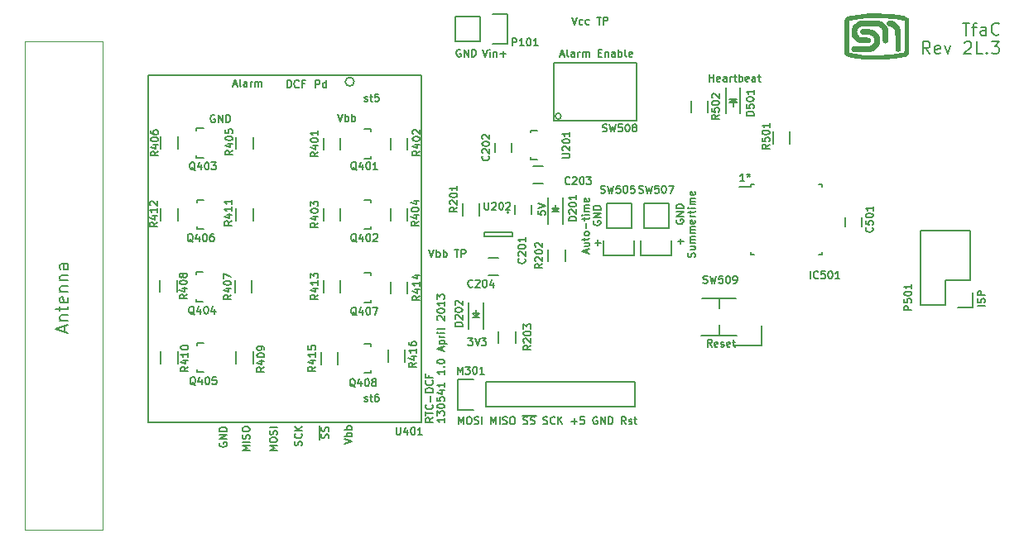
<source format=gto>
G04 #@! TF.FileFunction,Legend,Top*
%FSLAX46Y46*%
G04 Gerber Fmt 4.6, Leading zero omitted, Abs format (unit mm)*
G04 Created by KiCad (PCBNEW 4.0.0-2.201512072331+6194~38~ubuntu14.04.1-stable) date Sun 31 Jul 2016 10:05:07 AM CEST*
%MOMM*%
G01*
G04 APERTURE LIST*
%ADD10C,0.100000*%
%ADD11C,0.127000*%
%ADD12C,0.076200*%
%ADD13C,0.150000*%
%ADD14C,0.010000*%
%ADD15R,1.727200X1.727200*%
%ADD16O,1.727200X1.727200*%
%ADD17R,1.250000X1.500000*%
%ADD18R,1.500000X1.250000*%
%ADD19R,1.200000X0.600000*%
%ADD20R,0.600000X1.200000*%
%ADD21R,2.032000X2.032000*%
%ADD22O,2.032000X2.032000*%
%ADD23R,0.900000X0.800000*%
%ADD24R,1.300000X1.500000*%
%ADD25C,2.000000*%
%ADD26R,1.000000X0.600000*%
%ADD27C,2.032000*%
%ADD28R,1.198880X1.198880*%
%ADD29R,1.600000X1.000000*%
%ADD30C,1.500000*%
%ADD31R,1.727200X2.032000*%
%ADD32O,1.727200X2.032000*%
G04 APERTURE END LIST*
D10*
D11*
X145012229Y-107837514D02*
X145012229Y-107075514D01*
X145266229Y-107619800D01*
X145520229Y-107075514D01*
X145520229Y-107837514D01*
X146028228Y-107075514D02*
X146173371Y-107075514D01*
X146245943Y-107111800D01*
X146318514Y-107184371D01*
X146354800Y-107329514D01*
X146354800Y-107583514D01*
X146318514Y-107728657D01*
X146245943Y-107801229D01*
X146173371Y-107837514D01*
X146028228Y-107837514D01*
X145955657Y-107801229D01*
X145883086Y-107728657D01*
X145846800Y-107583514D01*
X145846800Y-107329514D01*
X145883086Y-107184371D01*
X145955657Y-107111800D01*
X146028228Y-107075514D01*
X146645086Y-107801229D02*
X146753943Y-107837514D01*
X146935372Y-107837514D01*
X147007943Y-107801229D01*
X147044229Y-107764943D01*
X147080514Y-107692371D01*
X147080514Y-107619800D01*
X147044229Y-107547229D01*
X147007943Y-107510943D01*
X146935372Y-107474657D01*
X146790229Y-107438371D01*
X146717657Y-107402086D01*
X146681372Y-107365800D01*
X146645086Y-107293229D01*
X146645086Y-107220657D01*
X146681372Y-107148086D01*
X146717657Y-107111800D01*
X146790229Y-107075514D01*
X146971657Y-107075514D01*
X147080514Y-107111800D01*
X147407086Y-107837514D02*
X147407086Y-107075514D01*
X148350514Y-107837514D02*
X148350514Y-107075514D01*
X148604514Y-107619800D01*
X148858514Y-107075514D01*
X148858514Y-107837514D01*
X149221371Y-107837514D02*
X149221371Y-107075514D01*
X149547942Y-107801229D02*
X149656799Y-107837514D01*
X149838228Y-107837514D01*
X149910799Y-107801229D01*
X149947085Y-107764943D01*
X149983370Y-107692371D01*
X149983370Y-107619800D01*
X149947085Y-107547229D01*
X149910799Y-107510943D01*
X149838228Y-107474657D01*
X149693085Y-107438371D01*
X149620513Y-107402086D01*
X149584228Y-107365800D01*
X149547942Y-107293229D01*
X149547942Y-107220657D01*
X149584228Y-107148086D01*
X149620513Y-107111800D01*
X149693085Y-107075514D01*
X149874513Y-107075514D01*
X149983370Y-107111800D01*
X150455084Y-107075514D02*
X150600227Y-107075514D01*
X150672799Y-107111800D01*
X150745370Y-107184371D01*
X150781656Y-107329514D01*
X150781656Y-107583514D01*
X150745370Y-107728657D01*
X150672799Y-107801229D01*
X150600227Y-107837514D01*
X150455084Y-107837514D01*
X150382513Y-107801229D01*
X150309942Y-107728657D01*
X150273656Y-107583514D01*
X150273656Y-107329514D01*
X150309942Y-107184371D01*
X150382513Y-107111800D01*
X150455084Y-107075514D01*
X151652513Y-107801229D02*
X151761370Y-107837514D01*
X151942799Y-107837514D01*
X152015370Y-107801229D01*
X152051656Y-107764943D01*
X152087941Y-107692371D01*
X152087941Y-107619800D01*
X152051656Y-107547229D01*
X152015370Y-107510943D01*
X151942799Y-107474657D01*
X151797656Y-107438371D01*
X151725084Y-107402086D01*
X151688799Y-107365800D01*
X151652513Y-107293229D01*
X151652513Y-107220657D01*
X151688799Y-107148086D01*
X151725084Y-107111800D01*
X151797656Y-107075514D01*
X151979084Y-107075514D01*
X152087941Y-107111800D01*
X152378227Y-107801229D02*
X152487084Y-107837514D01*
X152668513Y-107837514D01*
X152741084Y-107801229D01*
X152777370Y-107764943D01*
X152813655Y-107692371D01*
X152813655Y-107619800D01*
X152777370Y-107547229D01*
X152741084Y-107510943D01*
X152668513Y-107474657D01*
X152523370Y-107438371D01*
X152450798Y-107402086D01*
X152414513Y-107365800D01*
X152378227Y-107293229D01*
X152378227Y-107220657D01*
X152414513Y-107148086D01*
X152450798Y-107111800D01*
X152523370Y-107075514D01*
X152704798Y-107075514D01*
X152813655Y-107111800D01*
X151507370Y-106944160D02*
X152958798Y-106944160D01*
X153684512Y-107801229D02*
X153793369Y-107837514D01*
X153974798Y-107837514D01*
X154047369Y-107801229D01*
X154083655Y-107764943D01*
X154119940Y-107692371D01*
X154119940Y-107619800D01*
X154083655Y-107547229D01*
X154047369Y-107510943D01*
X153974798Y-107474657D01*
X153829655Y-107438371D01*
X153757083Y-107402086D01*
X153720798Y-107365800D01*
X153684512Y-107293229D01*
X153684512Y-107220657D01*
X153720798Y-107148086D01*
X153757083Y-107111800D01*
X153829655Y-107075514D01*
X154011083Y-107075514D01*
X154119940Y-107111800D01*
X154881940Y-107764943D02*
X154845654Y-107801229D01*
X154736797Y-107837514D01*
X154664226Y-107837514D01*
X154555369Y-107801229D01*
X154482797Y-107728657D01*
X154446512Y-107656086D01*
X154410226Y-107510943D01*
X154410226Y-107402086D01*
X154446512Y-107256943D01*
X154482797Y-107184371D01*
X154555369Y-107111800D01*
X154664226Y-107075514D01*
X154736797Y-107075514D01*
X154845654Y-107111800D01*
X154881940Y-107148086D01*
X155208512Y-107837514D02*
X155208512Y-107075514D01*
X155643940Y-107837514D02*
X155317369Y-107402086D01*
X155643940Y-107075514D02*
X155208512Y-107510943D01*
X156551083Y-107547229D02*
X157131654Y-107547229D01*
X156841368Y-107837514D02*
X156841368Y-107256943D01*
X157857369Y-107075514D02*
X157494512Y-107075514D01*
X157458226Y-107438371D01*
X157494512Y-107402086D01*
X157567083Y-107365800D01*
X157748512Y-107365800D01*
X157821083Y-107402086D01*
X157857369Y-107438371D01*
X157893654Y-107510943D01*
X157893654Y-107692371D01*
X157857369Y-107764943D01*
X157821083Y-107801229D01*
X157748512Y-107837514D01*
X157567083Y-107837514D01*
X157494512Y-107801229D01*
X157458226Y-107764943D01*
X159199939Y-107111800D02*
X159127368Y-107075514D01*
X159018511Y-107075514D01*
X158909654Y-107111800D01*
X158837082Y-107184371D01*
X158800797Y-107256943D01*
X158764511Y-107402086D01*
X158764511Y-107510943D01*
X158800797Y-107656086D01*
X158837082Y-107728657D01*
X158909654Y-107801229D01*
X159018511Y-107837514D01*
X159091082Y-107837514D01*
X159199939Y-107801229D01*
X159236225Y-107764943D01*
X159236225Y-107510943D01*
X159091082Y-107510943D01*
X159562797Y-107837514D02*
X159562797Y-107075514D01*
X159998225Y-107837514D01*
X159998225Y-107075514D01*
X160361083Y-107837514D02*
X160361083Y-107075514D01*
X160542511Y-107075514D01*
X160651368Y-107111800D01*
X160723940Y-107184371D01*
X160760225Y-107256943D01*
X160796511Y-107402086D01*
X160796511Y-107510943D01*
X160760225Y-107656086D01*
X160723940Y-107728657D01*
X160651368Y-107801229D01*
X160542511Y-107837514D01*
X160361083Y-107837514D01*
X162139082Y-107837514D02*
X161885082Y-107474657D01*
X161703654Y-107837514D02*
X161703654Y-107075514D01*
X161993939Y-107075514D01*
X162066511Y-107111800D01*
X162102796Y-107148086D01*
X162139082Y-107220657D01*
X162139082Y-107329514D01*
X162102796Y-107402086D01*
X162066511Y-107438371D01*
X161993939Y-107474657D01*
X161703654Y-107474657D01*
X162429368Y-107801229D02*
X162501939Y-107837514D01*
X162647082Y-107837514D01*
X162719654Y-107801229D01*
X162755939Y-107728657D01*
X162755939Y-107692371D01*
X162719654Y-107619800D01*
X162647082Y-107583514D01*
X162538225Y-107583514D01*
X162465654Y-107547229D01*
X162429368Y-107474657D01*
X162429368Y-107438371D01*
X162465654Y-107365800D01*
X162538225Y-107329514D01*
X162647082Y-107329514D01*
X162719654Y-107365800D01*
X162973653Y-107329514D02*
X163263939Y-107329514D01*
X163082511Y-107075514D02*
X163082511Y-107728657D01*
X163118796Y-107801229D01*
X163191368Y-107837514D01*
X163263939Y-107837514D01*
X142011400Y-89955914D02*
X142265400Y-90717914D01*
X142519400Y-89955914D01*
X142773401Y-90717914D02*
X142773401Y-89955914D01*
X142773401Y-90246200D02*
X142845972Y-90209914D01*
X142991115Y-90209914D01*
X143063686Y-90246200D01*
X143099972Y-90282486D01*
X143136258Y-90355057D01*
X143136258Y-90572771D01*
X143099972Y-90645343D01*
X143063686Y-90681629D01*
X142991115Y-90717914D01*
X142845972Y-90717914D01*
X142773401Y-90681629D01*
X143462830Y-90717914D02*
X143462830Y-89955914D01*
X143462830Y-90246200D02*
X143535401Y-90209914D01*
X143680544Y-90209914D01*
X143753115Y-90246200D01*
X143789401Y-90282486D01*
X143825687Y-90355057D01*
X143825687Y-90572771D01*
X143789401Y-90645343D01*
X143753115Y-90681629D01*
X143680544Y-90717914D01*
X143535401Y-90717914D01*
X143462830Y-90681629D01*
X144623972Y-89955914D02*
X145059401Y-89955914D01*
X144841687Y-90717914D02*
X144841687Y-89955914D01*
X145313401Y-90717914D02*
X145313401Y-89955914D01*
X145603686Y-89955914D01*
X145676258Y-89992200D01*
X145712543Y-90028486D01*
X145748829Y-90101057D01*
X145748829Y-90209914D01*
X145712543Y-90282486D01*
X145676258Y-90318771D01*
X145603686Y-90355057D01*
X145313401Y-90355057D01*
X156627286Y-66130714D02*
X156881286Y-66892714D01*
X157135286Y-66130714D01*
X157715858Y-66856429D02*
X157643287Y-66892714D01*
X157498144Y-66892714D01*
X157425572Y-66856429D01*
X157389287Y-66820143D01*
X157353001Y-66747571D01*
X157353001Y-66529857D01*
X157389287Y-66457286D01*
X157425572Y-66421000D01*
X157498144Y-66384714D01*
X157643287Y-66384714D01*
X157715858Y-66421000D01*
X158369001Y-66856429D02*
X158296430Y-66892714D01*
X158151287Y-66892714D01*
X158078715Y-66856429D01*
X158042430Y-66820143D01*
X158006144Y-66747571D01*
X158006144Y-66529857D01*
X158042430Y-66457286D01*
X158078715Y-66421000D01*
X158151287Y-66384714D01*
X158296430Y-66384714D01*
X158369001Y-66421000D01*
X159167286Y-66130714D02*
X159602715Y-66130714D01*
X159385001Y-66892714D02*
X159385001Y-66130714D01*
X159856715Y-66892714D02*
X159856715Y-66130714D01*
X160147000Y-66130714D01*
X160219572Y-66167000D01*
X160255857Y-66203286D01*
X160292143Y-66275857D01*
X160292143Y-66384714D01*
X160255857Y-66457286D01*
X160219572Y-66493571D01*
X160147000Y-66529857D01*
X159856715Y-66529857D01*
X167732529Y-89407999D02*
X167732529Y-88827428D01*
X168022814Y-89117714D02*
X167442243Y-89117714D01*
X167297100Y-86904286D02*
X167260814Y-86976857D01*
X167260814Y-87085714D01*
X167297100Y-87194571D01*
X167369671Y-87267143D01*
X167442243Y-87303428D01*
X167587386Y-87339714D01*
X167696243Y-87339714D01*
X167841386Y-87303428D01*
X167913957Y-87267143D01*
X167986529Y-87194571D01*
X168022814Y-87085714D01*
X168022814Y-87013143D01*
X167986529Y-86904286D01*
X167950243Y-86868000D01*
X167696243Y-86868000D01*
X167696243Y-87013143D01*
X168022814Y-86541428D02*
X167260814Y-86541428D01*
X168022814Y-86106000D01*
X167260814Y-86106000D01*
X168022814Y-85743142D02*
X167260814Y-85743142D01*
X167260814Y-85561714D01*
X167297100Y-85452857D01*
X167369671Y-85380285D01*
X167442243Y-85344000D01*
X167587386Y-85307714D01*
X167696243Y-85307714D01*
X167841386Y-85344000D01*
X167913957Y-85380285D01*
X167986529Y-85452857D01*
X168022814Y-85561714D01*
X168022814Y-85743142D01*
X169180329Y-90750571D02*
X169216614Y-90641714D01*
X169216614Y-90460285D01*
X169180329Y-90387714D01*
X169144043Y-90351428D01*
X169071471Y-90315143D01*
X168998900Y-90315143D01*
X168926329Y-90351428D01*
X168890043Y-90387714D01*
X168853757Y-90460285D01*
X168817471Y-90605428D01*
X168781186Y-90678000D01*
X168744900Y-90714285D01*
X168672329Y-90750571D01*
X168599757Y-90750571D01*
X168527186Y-90714285D01*
X168490900Y-90678000D01*
X168454614Y-90605428D01*
X168454614Y-90424000D01*
X168490900Y-90315143D01*
X168708614Y-89662000D02*
X169216614Y-89662000D01*
X168708614Y-89988571D02*
X169107757Y-89988571D01*
X169180329Y-89952286D01*
X169216614Y-89879714D01*
X169216614Y-89770857D01*
X169180329Y-89698286D01*
X169144043Y-89662000D01*
X169216614Y-89299142D02*
X168708614Y-89299142D01*
X168781186Y-89299142D02*
X168744900Y-89262857D01*
X168708614Y-89190285D01*
X168708614Y-89081428D01*
X168744900Y-89008857D01*
X168817471Y-88972571D01*
X169216614Y-88972571D01*
X168817471Y-88972571D02*
X168744900Y-88936285D01*
X168708614Y-88863714D01*
X168708614Y-88754857D01*
X168744900Y-88682285D01*
X168817471Y-88646000D01*
X169216614Y-88646000D01*
X169216614Y-88283142D02*
X168708614Y-88283142D01*
X168781186Y-88283142D02*
X168744900Y-88246857D01*
X168708614Y-88174285D01*
X168708614Y-88065428D01*
X168744900Y-87992857D01*
X168817471Y-87956571D01*
X169216614Y-87956571D01*
X168817471Y-87956571D02*
X168744900Y-87920285D01*
X168708614Y-87847714D01*
X168708614Y-87738857D01*
X168744900Y-87666285D01*
X168817471Y-87630000D01*
X169216614Y-87630000D01*
X169180329Y-86976857D02*
X169216614Y-87049428D01*
X169216614Y-87194571D01*
X169180329Y-87267142D01*
X169107757Y-87303428D01*
X168817471Y-87303428D01*
X168744900Y-87267142D01*
X168708614Y-87194571D01*
X168708614Y-87049428D01*
X168744900Y-86976857D01*
X168817471Y-86940571D01*
X168890043Y-86940571D01*
X168962614Y-87303428D01*
X169216614Y-86613999D02*
X168708614Y-86613999D01*
X168853757Y-86613999D02*
X168781186Y-86577714D01*
X168744900Y-86541428D01*
X168708614Y-86468857D01*
X168708614Y-86396285D01*
X168708614Y-86251143D02*
X168708614Y-85960857D01*
X168454614Y-86142285D02*
X169107757Y-86142285D01*
X169180329Y-86106000D01*
X169216614Y-86033428D01*
X169216614Y-85960857D01*
X169216614Y-85706856D02*
X168708614Y-85706856D01*
X168454614Y-85706856D02*
X168490900Y-85743142D01*
X168527186Y-85706856D01*
X168490900Y-85670571D01*
X168454614Y-85706856D01*
X168527186Y-85706856D01*
X169216614Y-85343999D02*
X168708614Y-85343999D01*
X168781186Y-85343999D02*
X168744900Y-85307714D01*
X168708614Y-85235142D01*
X168708614Y-85126285D01*
X168744900Y-85053714D01*
X168817471Y-85017428D01*
X169216614Y-85017428D01*
X168817471Y-85017428D02*
X168744900Y-84981142D01*
X168708614Y-84908571D01*
X168708614Y-84799714D01*
X168744900Y-84727142D01*
X168817471Y-84690857D01*
X169216614Y-84690857D01*
X169180329Y-84037714D02*
X169216614Y-84110285D01*
X169216614Y-84255428D01*
X169180329Y-84327999D01*
X169107757Y-84364285D01*
X168817471Y-84364285D01*
X168744900Y-84327999D01*
X168708614Y-84255428D01*
X168708614Y-84110285D01*
X168744900Y-84037714D01*
X168817471Y-84001428D01*
X168890043Y-84001428D01*
X168962614Y-84364285D01*
X170912971Y-99912714D02*
X170658971Y-99549857D01*
X170477543Y-99912714D02*
X170477543Y-99150714D01*
X170767828Y-99150714D01*
X170840400Y-99187000D01*
X170876685Y-99223286D01*
X170912971Y-99295857D01*
X170912971Y-99404714D01*
X170876685Y-99477286D01*
X170840400Y-99513571D01*
X170767828Y-99549857D01*
X170477543Y-99549857D01*
X171529828Y-99876429D02*
X171457257Y-99912714D01*
X171312114Y-99912714D01*
X171239543Y-99876429D01*
X171203257Y-99803857D01*
X171203257Y-99513571D01*
X171239543Y-99441000D01*
X171312114Y-99404714D01*
X171457257Y-99404714D01*
X171529828Y-99441000D01*
X171566114Y-99513571D01*
X171566114Y-99586143D01*
X171203257Y-99658714D01*
X171856400Y-99876429D02*
X171928971Y-99912714D01*
X172074114Y-99912714D01*
X172146686Y-99876429D01*
X172182971Y-99803857D01*
X172182971Y-99767571D01*
X172146686Y-99695000D01*
X172074114Y-99658714D01*
X171965257Y-99658714D01*
X171892686Y-99622429D01*
X171856400Y-99549857D01*
X171856400Y-99513571D01*
X171892686Y-99441000D01*
X171965257Y-99404714D01*
X172074114Y-99404714D01*
X172146686Y-99441000D01*
X172799828Y-99876429D02*
X172727257Y-99912714D01*
X172582114Y-99912714D01*
X172509543Y-99876429D01*
X172473257Y-99803857D01*
X172473257Y-99513571D01*
X172509543Y-99441000D01*
X172582114Y-99404714D01*
X172727257Y-99404714D01*
X172799828Y-99441000D01*
X172836114Y-99513571D01*
X172836114Y-99586143D01*
X172473257Y-99658714D01*
X173053828Y-99404714D02*
X173344114Y-99404714D01*
X173162686Y-99150714D02*
X173162686Y-99803857D01*
X173198971Y-99876429D01*
X173271543Y-99912714D01*
X173344114Y-99912714D01*
X145995572Y-99023714D02*
X146467286Y-99023714D01*
X146213286Y-99314000D01*
X146322144Y-99314000D01*
X146394715Y-99350286D01*
X146431001Y-99386571D01*
X146467286Y-99459143D01*
X146467286Y-99640571D01*
X146431001Y-99713143D01*
X146394715Y-99749429D01*
X146322144Y-99785714D01*
X146104429Y-99785714D01*
X146031858Y-99749429D01*
X145995572Y-99713143D01*
X146685000Y-99023714D02*
X146939000Y-99785714D01*
X147193000Y-99023714D01*
X147374429Y-99023714D02*
X147846143Y-99023714D01*
X147592143Y-99314000D01*
X147701001Y-99314000D01*
X147773572Y-99350286D01*
X147809858Y-99386571D01*
X147846143Y-99459143D01*
X147846143Y-99640571D01*
X147809858Y-99713143D01*
X147773572Y-99749429D01*
X147701001Y-99785714D01*
X147483286Y-99785714D01*
X147410715Y-99749429D01*
X147374429Y-99713143D01*
X153125714Y-85997142D02*
X153125714Y-86359999D01*
X153488571Y-86396285D01*
X153452286Y-86359999D01*
X153416000Y-86287428D01*
X153416000Y-86105999D01*
X153452286Y-86033428D01*
X153488571Y-85997142D01*
X153561143Y-85960857D01*
X153742571Y-85960857D01*
X153815143Y-85997142D01*
X153851429Y-86033428D01*
X153887714Y-86105999D01*
X153887714Y-86287428D01*
X153851429Y-86359999D01*
X153815143Y-86396285D01*
X153125714Y-85743143D02*
X153887714Y-85489143D01*
X153125714Y-85235143D01*
X170651714Y-72734714D02*
X170651714Y-71972714D01*
X170651714Y-72335571D02*
X171087142Y-72335571D01*
X171087142Y-72734714D02*
X171087142Y-71972714D01*
X171740285Y-72698429D02*
X171667714Y-72734714D01*
X171522571Y-72734714D01*
X171450000Y-72698429D01*
X171413714Y-72625857D01*
X171413714Y-72335571D01*
X171450000Y-72263000D01*
X171522571Y-72226714D01*
X171667714Y-72226714D01*
X171740285Y-72263000D01*
X171776571Y-72335571D01*
X171776571Y-72408143D01*
X171413714Y-72480714D01*
X172429714Y-72734714D02*
X172429714Y-72335571D01*
X172393428Y-72263000D01*
X172320857Y-72226714D01*
X172175714Y-72226714D01*
X172103143Y-72263000D01*
X172429714Y-72698429D02*
X172357143Y-72734714D01*
X172175714Y-72734714D01*
X172103143Y-72698429D01*
X172066857Y-72625857D01*
X172066857Y-72553286D01*
X172103143Y-72480714D01*
X172175714Y-72444429D01*
X172357143Y-72444429D01*
X172429714Y-72408143D01*
X172792572Y-72734714D02*
X172792572Y-72226714D01*
X172792572Y-72371857D02*
X172828857Y-72299286D01*
X172865143Y-72263000D01*
X172937714Y-72226714D01*
X173010286Y-72226714D01*
X173155428Y-72226714D02*
X173445714Y-72226714D01*
X173264286Y-71972714D02*
X173264286Y-72625857D01*
X173300571Y-72698429D01*
X173373143Y-72734714D01*
X173445714Y-72734714D01*
X173699715Y-72734714D02*
X173699715Y-71972714D01*
X173699715Y-72263000D02*
X173772286Y-72226714D01*
X173917429Y-72226714D01*
X173990000Y-72263000D01*
X174026286Y-72299286D01*
X174062572Y-72371857D01*
X174062572Y-72589571D01*
X174026286Y-72662143D01*
X173990000Y-72698429D01*
X173917429Y-72734714D01*
X173772286Y-72734714D01*
X173699715Y-72698429D01*
X174679429Y-72698429D02*
X174606858Y-72734714D01*
X174461715Y-72734714D01*
X174389144Y-72698429D01*
X174352858Y-72625857D01*
X174352858Y-72335571D01*
X174389144Y-72263000D01*
X174461715Y-72226714D01*
X174606858Y-72226714D01*
X174679429Y-72263000D01*
X174715715Y-72335571D01*
X174715715Y-72408143D01*
X174352858Y-72480714D01*
X175368858Y-72734714D02*
X175368858Y-72335571D01*
X175332572Y-72263000D01*
X175260001Y-72226714D01*
X175114858Y-72226714D01*
X175042287Y-72263000D01*
X175368858Y-72698429D02*
X175296287Y-72734714D01*
X175114858Y-72734714D01*
X175042287Y-72698429D01*
X175006001Y-72625857D01*
X175006001Y-72553286D01*
X175042287Y-72480714D01*
X175114858Y-72444429D01*
X175296287Y-72444429D01*
X175368858Y-72408143D01*
X175622858Y-72226714D02*
X175913144Y-72226714D01*
X175731716Y-71972714D02*
X175731716Y-72625857D01*
X175768001Y-72698429D01*
X175840573Y-72734714D01*
X175913144Y-72734714D01*
X174247629Y-82945514D02*
X173812201Y-82945514D01*
X174029915Y-82945514D02*
X174029915Y-82183514D01*
X173957344Y-82292371D01*
X173884772Y-82364943D01*
X173812201Y-82401229D01*
X174683058Y-82183514D02*
X174683058Y-82364943D01*
X174501629Y-82292371D02*
X174683058Y-82364943D01*
X174864486Y-82292371D01*
X174574201Y-82510086D02*
X174683058Y-82364943D01*
X174791915Y-82510086D01*
X142394214Y-107180743D02*
X142031357Y-107434743D01*
X142394214Y-107616171D02*
X141632214Y-107616171D01*
X141632214Y-107325886D01*
X141668500Y-107253314D01*
X141704786Y-107217029D01*
X141777357Y-107180743D01*
X141886214Y-107180743D01*
X141958786Y-107217029D01*
X141995071Y-107253314D01*
X142031357Y-107325886D01*
X142031357Y-107616171D01*
X141632214Y-106963029D02*
X141632214Y-106527600D01*
X142394214Y-106745314D02*
X141632214Y-106745314D01*
X142321643Y-105838172D02*
X142357929Y-105874458D01*
X142394214Y-105983315D01*
X142394214Y-106055886D01*
X142357929Y-106164743D01*
X142285357Y-106237315D01*
X142212786Y-106273600D01*
X142067643Y-106309886D01*
X141958786Y-106309886D01*
X141813643Y-106273600D01*
X141741071Y-106237315D01*
X141668500Y-106164743D01*
X141632214Y-106055886D01*
X141632214Y-105983315D01*
X141668500Y-105874458D01*
X141704786Y-105838172D01*
X142103929Y-105511600D02*
X142103929Y-104931029D01*
X142394214Y-104568171D02*
X141632214Y-104568171D01*
X141632214Y-104386743D01*
X141668500Y-104277886D01*
X141741071Y-104205314D01*
X141813643Y-104169029D01*
X141958786Y-104132743D01*
X142067643Y-104132743D01*
X142212786Y-104169029D01*
X142285357Y-104205314D01*
X142357929Y-104277886D01*
X142394214Y-104386743D01*
X142394214Y-104568171D01*
X142321643Y-103370743D02*
X142357929Y-103407029D01*
X142394214Y-103515886D01*
X142394214Y-103588457D01*
X142357929Y-103697314D01*
X142285357Y-103769886D01*
X142212786Y-103806171D01*
X142067643Y-103842457D01*
X141958786Y-103842457D01*
X141813643Y-103806171D01*
X141741071Y-103769886D01*
X141668500Y-103697314D01*
X141632214Y-103588457D01*
X141632214Y-103515886D01*
X141668500Y-103407029D01*
X141704786Y-103370743D01*
X141995071Y-102790171D02*
X141995071Y-103044171D01*
X142394214Y-103044171D02*
X141632214Y-103044171D01*
X141632214Y-102681314D01*
X143588014Y-107217029D02*
X143588014Y-107652457D01*
X143588014Y-107434743D02*
X142826014Y-107434743D01*
X142934871Y-107507314D01*
X143007443Y-107579886D01*
X143043729Y-107652457D01*
X142826014Y-106963029D02*
X142826014Y-106491315D01*
X143116300Y-106745315D01*
X143116300Y-106636457D01*
X143152586Y-106563886D01*
X143188871Y-106527600D01*
X143261443Y-106491315D01*
X143442871Y-106491315D01*
X143515443Y-106527600D01*
X143551729Y-106563886D01*
X143588014Y-106636457D01*
X143588014Y-106854172D01*
X143551729Y-106926743D01*
X143515443Y-106963029D01*
X142826014Y-106019601D02*
X142826014Y-105947029D01*
X142862300Y-105874458D01*
X142898586Y-105838172D01*
X142971157Y-105801886D01*
X143116300Y-105765601D01*
X143297729Y-105765601D01*
X143442871Y-105801886D01*
X143515443Y-105838172D01*
X143551729Y-105874458D01*
X143588014Y-105947029D01*
X143588014Y-106019601D01*
X143551729Y-106092172D01*
X143515443Y-106128458D01*
X143442871Y-106164743D01*
X143297729Y-106201029D01*
X143116300Y-106201029D01*
X142971157Y-106164743D01*
X142898586Y-106128458D01*
X142862300Y-106092172D01*
X142826014Y-106019601D01*
X142826014Y-105076172D02*
X142826014Y-105439029D01*
X143188871Y-105475315D01*
X143152586Y-105439029D01*
X143116300Y-105366458D01*
X143116300Y-105185029D01*
X143152586Y-105112458D01*
X143188871Y-105076172D01*
X143261443Y-105039887D01*
X143442871Y-105039887D01*
X143515443Y-105076172D01*
X143551729Y-105112458D01*
X143588014Y-105185029D01*
X143588014Y-105366458D01*
X143551729Y-105439029D01*
X143515443Y-105475315D01*
X143080014Y-104386744D02*
X143588014Y-104386744D01*
X142789729Y-104568173D02*
X143334014Y-104749601D01*
X143334014Y-104277887D01*
X143588014Y-103588459D02*
X143588014Y-104023887D01*
X143588014Y-103806173D02*
X142826014Y-103806173D01*
X142934871Y-103878744D01*
X143007443Y-103951316D01*
X143043729Y-104023887D01*
X143588014Y-102282174D02*
X143588014Y-102717602D01*
X143588014Y-102499888D02*
X142826014Y-102499888D01*
X142934871Y-102572459D01*
X143007443Y-102645031D01*
X143043729Y-102717602D01*
X143515443Y-101955602D02*
X143551729Y-101919317D01*
X143588014Y-101955602D01*
X143551729Y-101991888D01*
X143515443Y-101955602D01*
X143588014Y-101955602D01*
X142826014Y-101447603D02*
X142826014Y-101375031D01*
X142862300Y-101302460D01*
X142898586Y-101266174D01*
X142971157Y-101229888D01*
X143116300Y-101193603D01*
X143297729Y-101193603D01*
X143442871Y-101229888D01*
X143515443Y-101266174D01*
X143551729Y-101302460D01*
X143588014Y-101375031D01*
X143588014Y-101447603D01*
X143551729Y-101520174D01*
X143515443Y-101556460D01*
X143442871Y-101592745D01*
X143297729Y-101629031D01*
X143116300Y-101629031D01*
X142971157Y-101592745D01*
X142898586Y-101556460D01*
X142862300Y-101520174D01*
X142826014Y-101447603D01*
X143370300Y-100322746D02*
X143370300Y-99959889D01*
X143588014Y-100395318D02*
X142826014Y-100141318D01*
X143588014Y-99887318D01*
X143080014Y-99633317D02*
X143842014Y-99633317D01*
X143116300Y-99633317D02*
X143080014Y-99560746D01*
X143080014Y-99415603D01*
X143116300Y-99343032D01*
X143152586Y-99306746D01*
X143225157Y-99270460D01*
X143442871Y-99270460D01*
X143515443Y-99306746D01*
X143551729Y-99343032D01*
X143588014Y-99415603D01*
X143588014Y-99560746D01*
X143551729Y-99633317D01*
X143588014Y-98943888D02*
X143080014Y-98943888D01*
X143225157Y-98943888D02*
X143152586Y-98907603D01*
X143116300Y-98871317D01*
X143080014Y-98798746D01*
X143080014Y-98726174D01*
X143588014Y-98472174D02*
X143080014Y-98472174D01*
X142826014Y-98472174D02*
X142862300Y-98508460D01*
X142898586Y-98472174D01*
X142862300Y-98435889D01*
X142826014Y-98472174D01*
X142898586Y-98472174D01*
X143588014Y-98000460D02*
X143551729Y-98073032D01*
X143479157Y-98109317D01*
X142826014Y-98109317D01*
X142898586Y-97165889D02*
X142862300Y-97129603D01*
X142826014Y-97057032D01*
X142826014Y-96875603D01*
X142862300Y-96803032D01*
X142898586Y-96766746D01*
X142971157Y-96730461D01*
X143043729Y-96730461D01*
X143152586Y-96766746D01*
X143588014Y-97202175D01*
X143588014Y-96730461D01*
X142826014Y-96258747D02*
X142826014Y-96186175D01*
X142862300Y-96113604D01*
X142898586Y-96077318D01*
X142971157Y-96041032D01*
X143116300Y-96004747D01*
X143297729Y-96004747D01*
X143442871Y-96041032D01*
X143515443Y-96077318D01*
X143551729Y-96113604D01*
X143588014Y-96186175D01*
X143588014Y-96258747D01*
X143551729Y-96331318D01*
X143515443Y-96367604D01*
X143442871Y-96403889D01*
X143297729Y-96440175D01*
X143116300Y-96440175D01*
X142971157Y-96403889D01*
X142898586Y-96367604D01*
X142862300Y-96331318D01*
X142826014Y-96258747D01*
X143588014Y-95279033D02*
X143588014Y-95714461D01*
X143588014Y-95496747D02*
X142826014Y-95496747D01*
X142934871Y-95569318D01*
X143007443Y-95641890D01*
X143043729Y-95714461D01*
X142826014Y-95025033D02*
X142826014Y-94553319D01*
X143116300Y-94807319D01*
X143116300Y-94698461D01*
X143152586Y-94625890D01*
X143188871Y-94589604D01*
X143261443Y-94553319D01*
X143442871Y-94553319D01*
X143515443Y-94589604D01*
X143551729Y-94625890D01*
X143588014Y-94698461D01*
X143588014Y-94916176D01*
X143551729Y-94988747D01*
X143515443Y-95025033D01*
X104732667Y-98376619D02*
X104732667Y-97771857D01*
X105095524Y-98497572D02*
X103825524Y-98074238D01*
X105095524Y-97650905D01*
X104248857Y-97227572D02*
X105095524Y-97227572D01*
X104369810Y-97227572D02*
X104309333Y-97167096D01*
X104248857Y-97046143D01*
X104248857Y-96864715D01*
X104309333Y-96743763D01*
X104430286Y-96683286D01*
X105095524Y-96683286D01*
X104248857Y-96259953D02*
X104248857Y-95776143D01*
X103825524Y-96078524D02*
X104914095Y-96078524D01*
X105035048Y-96018048D01*
X105095524Y-95897095D01*
X105095524Y-95776143D01*
X105035048Y-94869001D02*
X105095524Y-94989953D01*
X105095524Y-95231858D01*
X105035048Y-95352810D01*
X104914095Y-95413286D01*
X104430286Y-95413286D01*
X104309333Y-95352810D01*
X104248857Y-95231858D01*
X104248857Y-94989953D01*
X104309333Y-94869001D01*
X104430286Y-94808524D01*
X104551238Y-94808524D01*
X104672190Y-95413286D01*
X104248857Y-94264239D02*
X105095524Y-94264239D01*
X104369810Y-94264239D02*
X104309333Y-94203763D01*
X104248857Y-94082810D01*
X104248857Y-93901382D01*
X104309333Y-93780430D01*
X104430286Y-93719953D01*
X105095524Y-93719953D01*
X104248857Y-93115191D02*
X105095524Y-93115191D01*
X104369810Y-93115191D02*
X104309333Y-93054715D01*
X104248857Y-92933762D01*
X104248857Y-92752334D01*
X104309333Y-92631382D01*
X104430286Y-92570905D01*
X105095524Y-92570905D01*
X105095524Y-91421857D02*
X104430286Y-91421857D01*
X104309333Y-91482334D01*
X104248857Y-91603286D01*
X104248857Y-91845191D01*
X104309333Y-91966143D01*
X105035048Y-91421857D02*
X105095524Y-91542810D01*
X105095524Y-91845191D01*
X105035048Y-91966143D01*
X104914095Y-92026619D01*
X104793143Y-92026619D01*
X104672190Y-91966143D01*
X104611714Y-91845191D01*
X104611714Y-91542810D01*
X104551238Y-91421857D01*
X145215428Y-69469000D02*
X145142857Y-69432714D01*
X145034000Y-69432714D01*
X144925143Y-69469000D01*
X144852571Y-69541571D01*
X144816286Y-69614143D01*
X144780000Y-69759286D01*
X144780000Y-69868143D01*
X144816286Y-70013286D01*
X144852571Y-70085857D01*
X144925143Y-70158429D01*
X145034000Y-70194714D01*
X145106571Y-70194714D01*
X145215428Y-70158429D01*
X145251714Y-70122143D01*
X145251714Y-69868143D01*
X145106571Y-69868143D01*
X145578286Y-70194714D02*
X145578286Y-69432714D01*
X146013714Y-70194714D01*
X146013714Y-69432714D01*
X146376572Y-70194714D02*
X146376572Y-69432714D01*
X146558000Y-69432714D01*
X146666857Y-69469000D01*
X146739429Y-69541571D01*
X146775714Y-69614143D01*
X146812000Y-69759286D01*
X146812000Y-69868143D01*
X146775714Y-70013286D01*
X146739429Y-70085857D01*
X146666857Y-70158429D01*
X146558000Y-70194714D01*
X146376572Y-70194714D01*
X120069428Y-76200000D02*
X119996857Y-76163714D01*
X119888000Y-76163714D01*
X119779143Y-76200000D01*
X119706571Y-76272571D01*
X119670286Y-76345143D01*
X119634000Y-76490286D01*
X119634000Y-76599143D01*
X119670286Y-76744286D01*
X119706571Y-76816857D01*
X119779143Y-76889429D01*
X119888000Y-76925714D01*
X119960571Y-76925714D01*
X120069428Y-76889429D01*
X120105714Y-76853143D01*
X120105714Y-76599143D01*
X119960571Y-76599143D01*
X120432286Y-76925714D02*
X120432286Y-76163714D01*
X120867714Y-76925714D01*
X120867714Y-76163714D01*
X121230572Y-76925714D02*
X121230572Y-76163714D01*
X121412000Y-76163714D01*
X121520857Y-76200000D01*
X121593429Y-76272571D01*
X121629714Y-76345143D01*
X121666000Y-76490286D01*
X121666000Y-76599143D01*
X121629714Y-76744286D01*
X121593429Y-76816857D01*
X121520857Y-76889429D01*
X121412000Y-76925714D01*
X121230572Y-76925714D01*
X121974429Y-73025000D02*
X122337286Y-73025000D01*
X121901857Y-73242714D02*
X122155857Y-72480714D01*
X122409857Y-73242714D01*
X122772715Y-73242714D02*
X122700143Y-73206429D01*
X122663858Y-73133857D01*
X122663858Y-72480714D01*
X123389572Y-73242714D02*
X123389572Y-72843571D01*
X123353286Y-72771000D01*
X123280715Y-72734714D01*
X123135572Y-72734714D01*
X123063001Y-72771000D01*
X123389572Y-73206429D02*
X123317001Y-73242714D01*
X123135572Y-73242714D01*
X123063001Y-73206429D01*
X123026715Y-73133857D01*
X123026715Y-73061286D01*
X123063001Y-72988714D01*
X123135572Y-72952429D01*
X123317001Y-72952429D01*
X123389572Y-72916143D01*
X123752430Y-73242714D02*
X123752430Y-72734714D01*
X123752430Y-72879857D02*
X123788715Y-72807286D01*
X123825001Y-72771000D01*
X123897572Y-72734714D01*
X123970144Y-72734714D01*
X124224144Y-73242714D02*
X124224144Y-72734714D01*
X124224144Y-72807286D02*
X124260429Y-72771000D01*
X124333001Y-72734714D01*
X124441858Y-72734714D01*
X124514429Y-72771000D01*
X124550715Y-72843571D01*
X124550715Y-73242714D01*
X124550715Y-72843571D02*
X124587001Y-72771000D01*
X124659572Y-72734714D01*
X124768429Y-72734714D01*
X124841001Y-72771000D01*
X124877286Y-72843571D01*
X124877286Y-73242714D01*
X127489858Y-73369714D02*
X127489858Y-72607714D01*
X127671286Y-72607714D01*
X127780143Y-72644000D01*
X127852715Y-72716571D01*
X127889000Y-72789143D01*
X127925286Y-72934286D01*
X127925286Y-73043143D01*
X127889000Y-73188286D01*
X127852715Y-73260857D01*
X127780143Y-73333429D01*
X127671286Y-73369714D01*
X127489858Y-73369714D01*
X128687286Y-73297143D02*
X128651000Y-73333429D01*
X128542143Y-73369714D01*
X128469572Y-73369714D01*
X128360715Y-73333429D01*
X128288143Y-73260857D01*
X128251858Y-73188286D01*
X128215572Y-73043143D01*
X128215572Y-72934286D01*
X128251858Y-72789143D01*
X128288143Y-72716571D01*
X128360715Y-72644000D01*
X128469572Y-72607714D01*
X128542143Y-72607714D01*
X128651000Y-72644000D01*
X128687286Y-72680286D01*
X129267858Y-72970571D02*
X129013858Y-72970571D01*
X129013858Y-73369714D02*
X129013858Y-72607714D01*
X129376715Y-72607714D01*
X130392715Y-73369714D02*
X130392715Y-72607714D01*
X130683000Y-72607714D01*
X130755572Y-72644000D01*
X130791857Y-72680286D01*
X130828143Y-72752857D01*
X130828143Y-72861714D01*
X130791857Y-72934286D01*
X130755572Y-72970571D01*
X130683000Y-73006857D01*
X130392715Y-73006857D01*
X131481286Y-73369714D02*
X131481286Y-72607714D01*
X131481286Y-73333429D02*
X131408715Y-73369714D01*
X131263572Y-73369714D01*
X131191000Y-73333429D01*
X131154715Y-73297143D01*
X131118429Y-73224571D01*
X131118429Y-73006857D01*
X131154715Y-72934286D01*
X131191000Y-72898000D01*
X131263572Y-72861714D01*
X131408715Y-72861714D01*
X131481286Y-72898000D01*
X132660571Y-76036714D02*
X132914571Y-76798714D01*
X133168571Y-76036714D01*
X133422572Y-76798714D02*
X133422572Y-76036714D01*
X133422572Y-76327000D02*
X133495143Y-76290714D01*
X133640286Y-76290714D01*
X133712857Y-76327000D01*
X133749143Y-76363286D01*
X133785429Y-76435857D01*
X133785429Y-76653571D01*
X133749143Y-76726143D01*
X133712857Y-76762429D01*
X133640286Y-76798714D01*
X133495143Y-76798714D01*
X133422572Y-76762429D01*
X134112001Y-76798714D02*
X134112001Y-76036714D01*
X134112001Y-76327000D02*
X134184572Y-76290714D01*
X134329715Y-76290714D01*
X134402286Y-76327000D01*
X134438572Y-76363286D01*
X134474858Y-76435857D01*
X134474858Y-76653571D01*
X134438572Y-76726143D01*
X134402286Y-76762429D01*
X134329715Y-76798714D01*
X134184572Y-76798714D01*
X134112001Y-76762429D01*
X120586500Y-109737072D02*
X120550214Y-109809643D01*
X120550214Y-109918500D01*
X120586500Y-110027357D01*
X120659071Y-110099929D01*
X120731643Y-110136214D01*
X120876786Y-110172500D01*
X120985643Y-110172500D01*
X121130786Y-110136214D01*
X121203357Y-110099929D01*
X121275929Y-110027357D01*
X121312214Y-109918500D01*
X121312214Y-109845929D01*
X121275929Y-109737072D01*
X121239643Y-109700786D01*
X120985643Y-109700786D01*
X120985643Y-109845929D01*
X121312214Y-109374214D02*
X120550214Y-109374214D01*
X121312214Y-108938786D01*
X120550214Y-108938786D01*
X121312214Y-108575928D02*
X120550214Y-108575928D01*
X120550214Y-108394500D01*
X120586500Y-108285643D01*
X120659071Y-108213071D01*
X120731643Y-108176786D01*
X120876786Y-108140500D01*
X120985643Y-108140500D01*
X121130786Y-108176786D01*
X121203357Y-108213071D01*
X121275929Y-108285643D01*
X121312214Y-108394500D01*
X121312214Y-108575928D01*
X123661714Y-110544428D02*
X122899714Y-110544428D01*
X123444000Y-110290428D01*
X122899714Y-110036428D01*
X123661714Y-110036428D01*
X123661714Y-109673571D02*
X122899714Y-109673571D01*
X123625429Y-109347000D02*
X123661714Y-109238143D01*
X123661714Y-109056714D01*
X123625429Y-108984143D01*
X123589143Y-108947857D01*
X123516571Y-108911572D01*
X123444000Y-108911572D01*
X123371429Y-108947857D01*
X123335143Y-108984143D01*
X123298857Y-109056714D01*
X123262571Y-109201857D01*
X123226286Y-109274429D01*
X123190000Y-109310714D01*
X123117429Y-109347000D01*
X123044857Y-109347000D01*
X122972286Y-109310714D01*
X122936000Y-109274429D01*
X122899714Y-109201857D01*
X122899714Y-109020429D01*
X122936000Y-108911572D01*
X122899714Y-108439858D02*
X122899714Y-108294715D01*
X122936000Y-108222143D01*
X123008571Y-108149572D01*
X123153714Y-108113286D01*
X123407714Y-108113286D01*
X123552857Y-108149572D01*
X123625429Y-108222143D01*
X123661714Y-108294715D01*
X123661714Y-108439858D01*
X123625429Y-108512429D01*
X123552857Y-108585000D01*
X123407714Y-108621286D01*
X123153714Y-108621286D01*
X123008571Y-108585000D01*
X122936000Y-108512429D01*
X122899714Y-108439858D01*
X126455714Y-110544428D02*
X125693714Y-110544428D01*
X126238000Y-110290428D01*
X125693714Y-110036428D01*
X126455714Y-110036428D01*
X125693714Y-109528429D02*
X125693714Y-109383286D01*
X125730000Y-109310714D01*
X125802571Y-109238143D01*
X125947714Y-109201857D01*
X126201714Y-109201857D01*
X126346857Y-109238143D01*
X126419429Y-109310714D01*
X126455714Y-109383286D01*
X126455714Y-109528429D01*
X126419429Y-109601000D01*
X126346857Y-109673571D01*
X126201714Y-109709857D01*
X125947714Y-109709857D01*
X125802571Y-109673571D01*
X125730000Y-109601000D01*
X125693714Y-109528429D01*
X126419429Y-108911571D02*
X126455714Y-108802714D01*
X126455714Y-108621285D01*
X126419429Y-108548714D01*
X126383143Y-108512428D01*
X126310571Y-108476143D01*
X126238000Y-108476143D01*
X126165429Y-108512428D01*
X126129143Y-108548714D01*
X126092857Y-108621285D01*
X126056571Y-108766428D01*
X126020286Y-108839000D01*
X125984000Y-108875285D01*
X125911429Y-108911571D01*
X125838857Y-108911571D01*
X125766286Y-108875285D01*
X125730000Y-108839000D01*
X125693714Y-108766428D01*
X125693714Y-108585000D01*
X125730000Y-108476143D01*
X126455714Y-108149571D02*
X125693714Y-108149571D01*
X128959429Y-110009214D02*
X128995714Y-109900357D01*
X128995714Y-109718928D01*
X128959429Y-109646357D01*
X128923143Y-109610071D01*
X128850571Y-109573786D01*
X128778000Y-109573786D01*
X128705429Y-109610071D01*
X128669143Y-109646357D01*
X128632857Y-109718928D01*
X128596571Y-109864071D01*
X128560286Y-109936643D01*
X128524000Y-109972928D01*
X128451429Y-110009214D01*
X128378857Y-110009214D01*
X128306286Y-109972928D01*
X128270000Y-109936643D01*
X128233714Y-109864071D01*
X128233714Y-109682643D01*
X128270000Y-109573786D01*
X128923143Y-108811786D02*
X128959429Y-108848072D01*
X128995714Y-108956929D01*
X128995714Y-109029500D01*
X128959429Y-109138357D01*
X128886857Y-109210929D01*
X128814286Y-109247214D01*
X128669143Y-109283500D01*
X128560286Y-109283500D01*
X128415143Y-109247214D01*
X128342571Y-109210929D01*
X128270000Y-109138357D01*
X128233714Y-109029500D01*
X128233714Y-108956929D01*
X128270000Y-108848072D01*
X128306286Y-108811786D01*
X128995714Y-108485214D02*
X128233714Y-108485214D01*
X128995714Y-108049786D02*
X128560286Y-108376357D01*
X128233714Y-108049786D02*
X128669143Y-108485214D01*
X131689929Y-109292571D02*
X131726214Y-109183714D01*
X131726214Y-109002285D01*
X131689929Y-108929714D01*
X131653643Y-108893428D01*
X131581071Y-108857143D01*
X131508500Y-108857143D01*
X131435929Y-108893428D01*
X131399643Y-108929714D01*
X131363357Y-109002285D01*
X131327071Y-109147428D01*
X131290786Y-109220000D01*
X131254500Y-109256285D01*
X131181929Y-109292571D01*
X131109357Y-109292571D01*
X131036786Y-109256285D01*
X131000500Y-109220000D01*
X130964214Y-109147428D01*
X130964214Y-108966000D01*
X131000500Y-108857143D01*
X131689929Y-108566857D02*
X131726214Y-108458000D01*
X131726214Y-108276571D01*
X131689929Y-108204000D01*
X131653643Y-108167714D01*
X131581071Y-108131429D01*
X131508500Y-108131429D01*
X131435929Y-108167714D01*
X131399643Y-108204000D01*
X131363357Y-108276571D01*
X131327071Y-108421714D01*
X131290786Y-108494286D01*
X131254500Y-108530571D01*
X131181929Y-108566857D01*
X131109357Y-108566857D01*
X131036786Y-108530571D01*
X131000500Y-108494286D01*
X130964214Y-108421714D01*
X130964214Y-108240286D01*
X131000500Y-108131429D01*
X130832860Y-109437714D02*
X130832860Y-107986286D01*
X133313714Y-109845929D02*
X134075714Y-109591929D01*
X133313714Y-109337929D01*
X134075714Y-109083928D02*
X133313714Y-109083928D01*
X133604000Y-109083928D02*
X133567714Y-109011357D01*
X133567714Y-108866214D01*
X133604000Y-108793643D01*
X133640286Y-108757357D01*
X133712857Y-108721071D01*
X133930571Y-108721071D01*
X134003143Y-108757357D01*
X134039429Y-108793643D01*
X134075714Y-108866214D01*
X134075714Y-109011357D01*
X134039429Y-109083928D01*
X134075714Y-108394499D02*
X133313714Y-108394499D01*
X133604000Y-108394499D02*
X133567714Y-108321928D01*
X133567714Y-108176785D01*
X133604000Y-108104214D01*
X133640286Y-108067928D01*
X133712857Y-108031642D01*
X133930571Y-108031642D01*
X134003143Y-108067928D01*
X134039429Y-108104214D01*
X134075714Y-108176785D01*
X134075714Y-108321928D01*
X134039429Y-108394499D01*
X158153100Y-90297001D02*
X158153100Y-89934144D01*
X158370814Y-90369573D02*
X157608814Y-90115573D01*
X158370814Y-89861573D01*
X157862814Y-89281001D02*
X158370814Y-89281001D01*
X157862814Y-89607572D02*
X158261957Y-89607572D01*
X158334529Y-89571287D01*
X158370814Y-89498715D01*
X158370814Y-89389858D01*
X158334529Y-89317287D01*
X158298243Y-89281001D01*
X157862814Y-89027001D02*
X157862814Y-88736715D01*
X157608814Y-88918143D02*
X158261957Y-88918143D01*
X158334529Y-88881858D01*
X158370814Y-88809286D01*
X158370814Y-88736715D01*
X158370814Y-88373857D02*
X158334529Y-88446429D01*
X158298243Y-88482714D01*
X158225671Y-88519000D01*
X158007957Y-88519000D01*
X157935386Y-88482714D01*
X157899100Y-88446429D01*
X157862814Y-88373857D01*
X157862814Y-88265000D01*
X157899100Y-88192429D01*
X157935386Y-88156143D01*
X158007957Y-88119857D01*
X158225671Y-88119857D01*
X158298243Y-88156143D01*
X158334529Y-88192429D01*
X158370814Y-88265000D01*
X158370814Y-88373857D01*
X158080529Y-87793285D02*
X158080529Y-87212714D01*
X157862814Y-86958714D02*
X157862814Y-86668428D01*
X157608814Y-86849856D02*
X158261957Y-86849856D01*
X158334529Y-86813571D01*
X158370814Y-86740999D01*
X158370814Y-86668428D01*
X158370814Y-86414427D02*
X157862814Y-86414427D01*
X157608814Y-86414427D02*
X157645100Y-86450713D01*
X157681386Y-86414427D01*
X157645100Y-86378142D01*
X157608814Y-86414427D01*
X157681386Y-86414427D01*
X158370814Y-86051570D02*
X157862814Y-86051570D01*
X157935386Y-86051570D02*
X157899100Y-86015285D01*
X157862814Y-85942713D01*
X157862814Y-85833856D01*
X157899100Y-85761285D01*
X157971671Y-85724999D01*
X158370814Y-85724999D01*
X157971671Y-85724999D02*
X157899100Y-85688713D01*
X157862814Y-85616142D01*
X157862814Y-85507285D01*
X157899100Y-85434713D01*
X157971671Y-85398428D01*
X158370814Y-85398428D01*
X158334529Y-84745285D02*
X158370814Y-84817856D01*
X158370814Y-84962999D01*
X158334529Y-85035570D01*
X158261957Y-85071856D01*
X157971671Y-85071856D01*
X157899100Y-85035570D01*
X157862814Y-84962999D01*
X157862814Y-84817856D01*
X157899100Y-84745285D01*
X157971671Y-84708999D01*
X158044243Y-84708999D01*
X158116814Y-85071856D01*
X159274329Y-89534999D02*
X159274329Y-88954428D01*
X159564614Y-89244714D02*
X158984043Y-89244714D01*
X158838900Y-87031286D02*
X158802614Y-87103857D01*
X158802614Y-87212714D01*
X158838900Y-87321571D01*
X158911471Y-87394143D01*
X158984043Y-87430428D01*
X159129186Y-87466714D01*
X159238043Y-87466714D01*
X159383186Y-87430428D01*
X159455757Y-87394143D01*
X159528329Y-87321571D01*
X159564614Y-87212714D01*
X159564614Y-87140143D01*
X159528329Y-87031286D01*
X159492043Y-86995000D01*
X159238043Y-86995000D01*
X159238043Y-87140143D01*
X159564614Y-86668428D02*
X158802614Y-86668428D01*
X159564614Y-86233000D01*
X158802614Y-86233000D01*
X159564614Y-85870142D02*
X158802614Y-85870142D01*
X158802614Y-85688714D01*
X158838900Y-85579857D01*
X158911471Y-85507285D01*
X158984043Y-85471000D01*
X159129186Y-85434714D01*
X159238043Y-85434714D01*
X159383186Y-85471000D01*
X159455757Y-85507285D01*
X159528329Y-85579857D01*
X159564614Y-85688714D01*
X159564614Y-85870142D01*
X155466142Y-69977000D02*
X155828999Y-69977000D01*
X155393570Y-70194714D02*
X155647570Y-69432714D01*
X155901570Y-70194714D01*
X156264428Y-70194714D02*
X156191856Y-70158429D01*
X156155571Y-70085857D01*
X156155571Y-69432714D01*
X156881285Y-70194714D02*
X156881285Y-69795571D01*
X156844999Y-69723000D01*
X156772428Y-69686714D01*
X156627285Y-69686714D01*
X156554714Y-69723000D01*
X156881285Y-70158429D02*
X156808714Y-70194714D01*
X156627285Y-70194714D01*
X156554714Y-70158429D01*
X156518428Y-70085857D01*
X156518428Y-70013286D01*
X156554714Y-69940714D01*
X156627285Y-69904429D01*
X156808714Y-69904429D01*
X156881285Y-69868143D01*
X157244143Y-70194714D02*
X157244143Y-69686714D01*
X157244143Y-69831857D02*
X157280428Y-69759286D01*
X157316714Y-69723000D01*
X157389285Y-69686714D01*
X157461857Y-69686714D01*
X157715857Y-70194714D02*
X157715857Y-69686714D01*
X157715857Y-69759286D02*
X157752142Y-69723000D01*
X157824714Y-69686714D01*
X157933571Y-69686714D01*
X158006142Y-69723000D01*
X158042428Y-69795571D01*
X158042428Y-70194714D01*
X158042428Y-69795571D02*
X158078714Y-69723000D01*
X158151285Y-69686714D01*
X158260142Y-69686714D01*
X158332714Y-69723000D01*
X158368999Y-69795571D01*
X158368999Y-70194714D01*
X159312428Y-69795571D02*
X159566428Y-69795571D01*
X159675285Y-70194714D02*
X159312428Y-70194714D01*
X159312428Y-69432714D01*
X159675285Y-69432714D01*
X160001857Y-69686714D02*
X160001857Y-70194714D01*
X160001857Y-69759286D02*
X160038142Y-69723000D01*
X160110714Y-69686714D01*
X160219571Y-69686714D01*
X160292142Y-69723000D01*
X160328428Y-69795571D01*
X160328428Y-70194714D01*
X161017857Y-70194714D02*
X161017857Y-69795571D01*
X160981571Y-69723000D01*
X160909000Y-69686714D01*
X160763857Y-69686714D01*
X160691286Y-69723000D01*
X161017857Y-70158429D02*
X160945286Y-70194714D01*
X160763857Y-70194714D01*
X160691286Y-70158429D01*
X160655000Y-70085857D01*
X160655000Y-70013286D01*
X160691286Y-69940714D01*
X160763857Y-69904429D01*
X160945286Y-69904429D01*
X161017857Y-69868143D01*
X161380715Y-70194714D02*
X161380715Y-69432714D01*
X161380715Y-69723000D02*
X161453286Y-69686714D01*
X161598429Y-69686714D01*
X161671000Y-69723000D01*
X161707286Y-69759286D01*
X161743572Y-69831857D01*
X161743572Y-70049571D01*
X161707286Y-70122143D01*
X161671000Y-70158429D01*
X161598429Y-70194714D01*
X161453286Y-70194714D01*
X161380715Y-70158429D01*
X162179001Y-70194714D02*
X162106429Y-70158429D01*
X162070144Y-70085857D01*
X162070144Y-69432714D01*
X162759572Y-70158429D02*
X162687001Y-70194714D01*
X162541858Y-70194714D01*
X162469287Y-70158429D01*
X162433001Y-70085857D01*
X162433001Y-69795571D01*
X162469287Y-69723000D01*
X162541858Y-69686714D01*
X162687001Y-69686714D01*
X162759572Y-69723000D01*
X162795858Y-69795571D01*
X162795858Y-69868143D01*
X162433001Y-69940714D01*
X196566971Y-66728824D02*
X197292686Y-66728824D01*
X196929829Y-67998824D02*
X196929829Y-66728824D01*
X197534590Y-67152157D02*
X198018400Y-67152157D01*
X197716019Y-67998824D02*
X197716019Y-66910252D01*
X197776495Y-66789300D01*
X197897448Y-66728824D01*
X198018400Y-66728824D01*
X198986019Y-67998824D02*
X198986019Y-67333586D01*
X198925542Y-67212633D01*
X198804590Y-67152157D01*
X198562685Y-67152157D01*
X198441733Y-67212633D01*
X198986019Y-67938348D02*
X198865066Y-67998824D01*
X198562685Y-67998824D01*
X198441733Y-67938348D01*
X198381257Y-67817395D01*
X198381257Y-67696443D01*
X198441733Y-67575490D01*
X198562685Y-67515014D01*
X198865066Y-67515014D01*
X198986019Y-67454538D01*
X200316495Y-67877871D02*
X200256019Y-67938348D01*
X200074590Y-67998824D01*
X199953638Y-67998824D01*
X199772210Y-67938348D01*
X199651257Y-67817395D01*
X199590781Y-67696443D01*
X199530305Y-67454538D01*
X199530305Y-67273110D01*
X199590781Y-67031205D01*
X199651257Y-66910252D01*
X199772210Y-66789300D01*
X199953638Y-66728824D01*
X200074590Y-66728824D01*
X200256019Y-66789300D01*
X200316495Y-66849776D01*
X193240781Y-69903824D02*
X192817448Y-69299062D01*
X192515067Y-69903824D02*
X192515067Y-68633824D01*
X192998876Y-68633824D01*
X193119829Y-68694300D01*
X193180305Y-68754776D01*
X193240781Y-68875729D01*
X193240781Y-69057157D01*
X193180305Y-69178110D01*
X193119829Y-69238586D01*
X192998876Y-69299062D01*
X192515067Y-69299062D01*
X194268876Y-69843348D02*
X194147924Y-69903824D01*
X193906019Y-69903824D01*
X193785067Y-69843348D01*
X193724591Y-69722395D01*
X193724591Y-69238586D01*
X193785067Y-69117633D01*
X193906019Y-69057157D01*
X194147924Y-69057157D01*
X194268876Y-69117633D01*
X194329353Y-69238586D01*
X194329353Y-69359538D01*
X193724591Y-69480490D01*
X194752686Y-69057157D02*
X195055067Y-69903824D01*
X195357447Y-69057157D01*
X196748400Y-68754776D02*
X196808876Y-68694300D01*
X196929828Y-68633824D01*
X197232209Y-68633824D01*
X197353162Y-68694300D01*
X197413638Y-68754776D01*
X197474114Y-68875729D01*
X197474114Y-68996681D01*
X197413638Y-69178110D01*
X196687924Y-69903824D01*
X197474114Y-69903824D01*
X198623162Y-69903824D02*
X198018400Y-69903824D01*
X198018400Y-68633824D01*
X199046495Y-69782871D02*
X199106971Y-69843348D01*
X199046495Y-69903824D01*
X198986019Y-69843348D01*
X199046495Y-69782871D01*
X199046495Y-69903824D01*
X199530305Y-68633824D02*
X200316495Y-68633824D01*
X199893162Y-69117633D01*
X200074590Y-69117633D01*
X200195543Y-69178110D01*
X200256019Y-69238586D01*
X200316495Y-69359538D01*
X200316495Y-69661919D01*
X200256019Y-69782871D01*
X200195543Y-69843348D01*
X200074590Y-69903824D01*
X199711733Y-69903824D01*
X199590781Y-69843348D01*
X199530305Y-69782871D01*
X147465142Y-69432714D02*
X147719142Y-70194714D01*
X147973142Y-69432714D01*
X148227143Y-70194714D02*
X148227143Y-69686714D01*
X148227143Y-69432714D02*
X148190857Y-69469000D01*
X148227143Y-69505286D01*
X148263428Y-69469000D01*
X148227143Y-69432714D01*
X148227143Y-69505286D01*
X148590000Y-69686714D02*
X148590000Y-70194714D01*
X148590000Y-69759286D02*
X148626285Y-69723000D01*
X148698857Y-69686714D01*
X148807714Y-69686714D01*
X148880285Y-69723000D01*
X148916571Y-69795571D01*
X148916571Y-70194714D01*
X149279429Y-69904429D02*
X149860000Y-69904429D01*
X149569714Y-70194714D02*
X149569714Y-69614143D01*
X198845714Y-95739856D02*
X198083714Y-95739856D01*
X198809429Y-95413285D02*
X198845714Y-95304428D01*
X198845714Y-95122999D01*
X198809429Y-95050428D01*
X198773143Y-95014142D01*
X198700571Y-94977857D01*
X198628000Y-94977857D01*
X198555429Y-95014142D01*
X198519143Y-95050428D01*
X198482857Y-95122999D01*
X198446571Y-95268142D01*
X198410286Y-95340714D01*
X198374000Y-95376999D01*
X198301429Y-95413285D01*
X198228857Y-95413285D01*
X198156286Y-95376999D01*
X198120000Y-95340714D01*
X198083714Y-95268142D01*
X198083714Y-95086714D01*
X198120000Y-94977857D01*
X198845714Y-94651285D02*
X198083714Y-94651285D01*
X198083714Y-94361000D01*
X198120000Y-94288428D01*
X198156286Y-94252143D01*
X198228857Y-94215857D01*
X198337714Y-94215857D01*
X198410286Y-94252143D01*
X198446571Y-94288428D01*
X198482857Y-94361000D01*
X198482857Y-94651285D01*
D12*
X100651018Y-68654471D02*
X108651019Y-68654470D01*
X100651018Y-118654471D02*
X100651018Y-68654471D01*
X108651019Y-118654470D02*
X100651018Y-118654471D01*
X108651019Y-68654470D02*
X108651019Y-118654470D01*
D13*
X197307200Y-93065600D02*
X197307200Y-87985600D01*
X197587200Y-95885600D02*
X196037200Y-95885600D01*
X194767200Y-95605600D02*
X194767200Y-93065600D01*
X194767200Y-93065600D02*
X197307200Y-93065600D01*
X197307200Y-87985600D02*
X192227200Y-87985600D01*
X192227200Y-87985600D02*
X192227200Y-93065600D01*
X197587200Y-95885600D02*
X197587200Y-94335600D01*
X192227200Y-95605600D02*
X194767200Y-95605600D01*
X192227200Y-93065600D02*
X192227200Y-95605600D01*
X152488000Y-86352000D02*
X152488000Y-85352000D01*
X150788000Y-85352000D02*
X150788000Y-86352000D01*
X150456000Y-80002000D02*
X150456000Y-79002000D01*
X148756000Y-79002000D02*
X148756000Y-80002000D01*
X152662000Y-83146000D02*
X153662000Y-83146000D01*
X153662000Y-81446000D02*
X152662000Y-81446000D01*
X148090000Y-92544000D02*
X149090000Y-92544000D01*
X149090000Y-90844000D02*
X148090000Y-90844000D01*
X184570000Y-86622000D02*
X184570000Y-87622000D01*
X186270000Y-87622000D02*
X186270000Y-86622000D01*
X174937000Y-83243000D02*
X174937000Y-83543000D01*
X182187000Y-83243000D02*
X182187000Y-83543000D01*
X182187000Y-90493000D02*
X182187000Y-90193000D01*
X174937000Y-90493000D02*
X174937000Y-90193000D01*
X174937000Y-83243000D02*
X175237000Y-83243000D01*
X174937000Y-90493000D02*
X175237000Y-90493000D01*
X182187000Y-90493000D02*
X181887000Y-90493000D01*
X182187000Y-83243000D02*
X181887000Y-83243000D01*
X174937000Y-83543000D02*
X173712000Y-83543000D01*
X147218400Y-68630800D02*
X144678400Y-68630800D01*
X150038400Y-68910800D02*
X148488400Y-68910800D01*
X147218400Y-68630800D02*
X147218400Y-66090800D01*
X148488400Y-65810800D02*
X150038400Y-65810800D01*
X150038400Y-65810800D02*
X150038400Y-68910800D01*
X147218400Y-66090800D02*
X144678400Y-66090800D01*
X144678400Y-66090800D02*
X144678400Y-68630800D01*
X136032240Y-80420160D02*
X136032240Y-80371900D01*
X135331200Y-77621180D02*
X136032240Y-77621180D01*
X136032240Y-77621180D02*
X136032240Y-77870100D01*
X136032240Y-80420160D02*
X136032240Y-80620820D01*
X136032240Y-80620820D02*
X135331200Y-80620820D01*
X136032240Y-87659160D02*
X136032240Y-87610900D01*
X135331200Y-84860180D02*
X136032240Y-84860180D01*
X136032240Y-84860180D02*
X136032240Y-85109100D01*
X136032240Y-87659160D02*
X136032240Y-87859820D01*
X136032240Y-87859820D02*
X135331200Y-87859820D01*
X118221760Y-77745640D02*
X118221760Y-77793900D01*
X118922800Y-80544620D02*
X118221760Y-80544620D01*
X118221760Y-80544620D02*
X118221760Y-80295700D01*
X118221760Y-77745640D02*
X118221760Y-77544980D01*
X118221760Y-77544980D02*
X118922800Y-77544980D01*
X118145560Y-92477640D02*
X118145560Y-92525900D01*
X118846600Y-95276620D02*
X118145560Y-95276620D01*
X118145560Y-95276620D02*
X118145560Y-95027700D01*
X118145560Y-92477640D02*
X118145560Y-92276980D01*
X118145560Y-92276980D02*
X118846600Y-92276980D01*
X118272560Y-99716640D02*
X118272560Y-99764900D01*
X118973600Y-102515620D02*
X118272560Y-102515620D01*
X118272560Y-102515620D02*
X118272560Y-102266700D01*
X118272560Y-99716640D02*
X118272560Y-99515980D01*
X118272560Y-99515980D02*
X118973600Y-99515980D01*
X118272560Y-85060840D02*
X118272560Y-85109100D01*
X118973600Y-87859820D02*
X118272560Y-87859820D01*
X118272560Y-87859820D02*
X118272560Y-87610900D01*
X118272560Y-85060840D02*
X118272560Y-84860180D01*
X118272560Y-84860180D02*
X118973600Y-84860180D01*
X136032240Y-95152160D02*
X136032240Y-95103900D01*
X135331200Y-92353180D02*
X136032240Y-92353180D01*
X136032240Y-92353180D02*
X136032240Y-92602100D01*
X136032240Y-95152160D02*
X136032240Y-95352820D01*
X136032240Y-95352820D02*
X135331200Y-95352820D01*
X136032240Y-102391160D02*
X136032240Y-102342900D01*
X135331200Y-99592180D02*
X136032240Y-99592180D01*
X136032240Y-99592180D02*
X136032240Y-99841100D01*
X136032240Y-102391160D02*
X136032240Y-102591820D01*
X136032240Y-102591820D02*
X135331200Y-102591820D01*
X147179000Y-85252000D02*
X147179000Y-86452000D01*
X145429000Y-86452000D02*
X145429000Y-85252000D01*
X131205000Y-79721000D02*
X131205000Y-78521000D01*
X132955000Y-78521000D02*
X132955000Y-79721000D01*
X138063000Y-79721000D02*
X138063000Y-78521000D01*
X139813000Y-78521000D02*
X139813000Y-79721000D01*
X131205000Y-86960000D02*
X131205000Y-85760000D01*
X132955000Y-85760000D02*
X132955000Y-86960000D01*
X138063000Y-86960000D02*
X138063000Y-85760000D01*
X139813000Y-85760000D02*
X139813000Y-86960000D01*
X124014200Y-78444800D02*
X124014200Y-79644800D01*
X122264200Y-79644800D02*
X122264200Y-78444800D01*
X116292600Y-78394000D02*
X116292600Y-79594000D01*
X114542600Y-79594000D02*
X114542600Y-78394000D01*
X123887200Y-93126000D02*
X123887200Y-94326000D01*
X122137200Y-94326000D02*
X122137200Y-93126000D01*
X116216400Y-93075200D02*
X116216400Y-94275200D01*
X114466400Y-94275200D02*
X114466400Y-93075200D01*
X124014200Y-100415800D02*
X124014200Y-101615800D01*
X122264200Y-101615800D02*
X122264200Y-100415800D01*
X116292600Y-100415800D02*
X116292600Y-101615800D01*
X114542600Y-101615800D02*
X114542600Y-100415800D01*
X124014200Y-85760000D02*
X124014200Y-86960000D01*
X122264200Y-86960000D02*
X122264200Y-85760000D01*
X116292600Y-85760000D02*
X116292600Y-86960000D01*
X114542600Y-86960000D02*
X114542600Y-85760000D01*
X131205000Y-94326000D02*
X131205000Y-93126000D01*
X132955000Y-93126000D02*
X132955000Y-94326000D01*
X138063000Y-94453000D02*
X138063000Y-93253000D01*
X139813000Y-93253000D02*
X139813000Y-94453000D01*
X130951000Y-101692000D02*
X130951000Y-100492000D01*
X132701000Y-100492000D02*
X132701000Y-101692000D01*
X137809000Y-101438000D02*
X137809000Y-100238000D01*
X139559000Y-100238000D02*
X139559000Y-101438000D01*
X177179000Y-79086000D02*
X177179000Y-77886000D01*
X178929000Y-77886000D02*
X178929000Y-79086000D01*
X163957000Y-87757000D02*
X163957000Y-85217000D01*
X163677000Y-90577000D02*
X163677000Y-89027000D01*
X163957000Y-87757000D02*
X166497000Y-87757000D01*
X166777000Y-89027000D02*
X166777000Y-90577000D01*
X166777000Y-90577000D02*
X163677000Y-90577000D01*
X166497000Y-87757000D02*
X166497000Y-85217000D01*
X166497000Y-85217000D02*
X163957000Y-85217000D01*
D11*
X155504000Y-76287000D02*
G75*
G03X155504000Y-76287000I-300000J0D01*
G01*
X154754000Y-70787000D02*
X163254000Y-70787000D01*
X163254000Y-70787000D02*
X163254000Y-76787000D01*
X163254000Y-76787000D02*
X154754000Y-76787000D01*
X154754000Y-76787000D02*
X154754000Y-70787000D01*
D13*
X153085800Y-80747820D02*
X152384760Y-80747820D01*
X152384760Y-80747820D02*
X152384760Y-80498900D01*
X152384760Y-77948840D02*
X152384760Y-77748180D01*
X152384760Y-77748180D02*
X153085800Y-77748180D01*
X150148000Y-86142000D02*
G75*
G03X150148000Y-86142000I-100000J0D01*
G01*
X150548000Y-88642000D02*
X150548000Y-88142000D01*
X147648000Y-88642000D02*
X150548000Y-88642000D01*
X147648000Y-88142000D02*
X147648000Y-88642000D01*
X150548000Y-88142000D02*
X147648000Y-88142000D01*
D11*
X134331214Y-72754000D02*
G75*
G03X134331214Y-72754000I-447214J0D01*
G01*
D13*
X141224000Y-107696000D02*
X113284000Y-107696000D01*
X113284000Y-107696000D02*
X113284000Y-72136000D01*
X113284000Y-72136000D02*
X141224000Y-72136000D01*
X141224000Y-72136000D02*
X141224000Y-107696000D01*
D14*
G36*
X188611768Y-65790854D02*
X189334009Y-65852638D01*
X189800577Y-65913676D01*
X190068524Y-65956310D01*
X190296401Y-65998806D01*
X190486464Y-66041784D01*
X190640970Y-66085865D01*
X190762174Y-66131669D01*
X190852332Y-66179818D01*
X190898823Y-66215848D01*
X190918125Y-66233503D01*
X190935010Y-66249933D01*
X190949639Y-66267931D01*
X190962175Y-66290293D01*
X190972778Y-66319814D01*
X190981609Y-66359287D01*
X190988831Y-66411509D01*
X190994605Y-66479273D01*
X190999091Y-66565374D01*
X191002451Y-66672607D01*
X191004848Y-66803767D01*
X191006441Y-66961649D01*
X191007392Y-67149047D01*
X191007864Y-67368755D01*
X191008016Y-67623569D01*
X191008011Y-67916284D01*
X191008000Y-68106599D01*
X191007983Y-68417458D01*
X191007885Y-68688831D01*
X191007639Y-68923568D01*
X191007173Y-69124518D01*
X191006419Y-69294528D01*
X191005308Y-69436447D01*
X191003769Y-69553125D01*
X191001735Y-69647408D01*
X190999134Y-69722146D01*
X190995898Y-69780187D01*
X190991958Y-69824380D01*
X190987244Y-69857574D01*
X190981686Y-69882616D01*
X190975216Y-69902355D01*
X190967764Y-69919640D01*
X190963633Y-69928283D01*
X190899851Y-70016992D01*
X190802675Y-70086297D01*
X190669734Y-70137654D01*
X190592269Y-70156410D01*
X190423513Y-70187971D01*
X190220120Y-70220660D01*
X189989740Y-70253565D01*
X189740021Y-70285774D01*
X189478610Y-70316376D01*
X189213157Y-70344458D01*
X188951310Y-70369110D01*
X188700716Y-70389419D01*
X188552666Y-70399536D01*
X188459002Y-70403994D01*
X188333311Y-70407883D01*
X188182104Y-70411177D01*
X188011891Y-70413845D01*
X187829182Y-70415860D01*
X187640489Y-70417193D01*
X187452322Y-70417815D01*
X187271190Y-70417698D01*
X187103606Y-70416812D01*
X186956078Y-70415130D01*
X186835118Y-70412623D01*
X186747237Y-70409261D01*
X186721750Y-70407587D01*
X186517823Y-70390901D01*
X186347310Y-70376121D01*
X186201382Y-70362328D01*
X186071213Y-70348603D01*
X185947977Y-70334026D01*
X185822847Y-70317679D01*
X185717654Y-70303023D01*
X185567431Y-70280323D01*
X185403606Y-70253351D01*
X185242466Y-70224922D01*
X185100299Y-70197855D01*
X185050904Y-70187726D01*
X184899773Y-70152928D01*
X184783437Y-70118378D01*
X184694521Y-70080606D01*
X184625652Y-70036141D01*
X184569456Y-69981514D01*
X184543578Y-69949000D01*
X184535540Y-69937555D01*
X184528527Y-69924455D01*
X184522455Y-69906874D01*
X184517243Y-69881985D01*
X184512810Y-69846961D01*
X184509075Y-69798975D01*
X184505955Y-69735203D01*
X184503369Y-69652816D01*
X184501236Y-69548988D01*
X184499474Y-69420893D01*
X184498002Y-69265704D01*
X184496739Y-69080594D01*
X184495601Y-68862738D01*
X184494509Y-68609308D01*
X184493381Y-68317478D01*
X184492912Y-68192167D01*
X184492670Y-68114333D01*
X184869666Y-68114333D01*
X184869708Y-68417844D01*
X184869876Y-68681795D01*
X184870230Y-68908959D01*
X184870834Y-69102108D01*
X184871749Y-69264016D01*
X184873036Y-69397456D01*
X184874759Y-69505201D01*
X184876978Y-69590024D01*
X184879756Y-69654697D01*
X184883154Y-69701995D01*
X184887235Y-69734689D01*
X184892060Y-69755553D01*
X184897691Y-69767360D01*
X184904190Y-69772883D01*
X184906708Y-69773852D01*
X184968015Y-69789549D01*
X185062865Y-69810002D01*
X185182929Y-69833714D01*
X185319882Y-69859187D01*
X185465395Y-69884927D01*
X185611143Y-69909434D01*
X185748797Y-69931214D01*
X185870032Y-69948770D01*
X185906833Y-69953612D01*
X186603303Y-70022599D01*
X187312744Y-70053864D01*
X188038163Y-70047521D01*
X188214000Y-70040460D01*
X188814267Y-70003932D01*
X189390485Y-69951034D01*
X189716833Y-69912274D01*
X189853730Y-69893855D01*
X189997815Y-69873291D01*
X190141658Y-69851763D01*
X190277825Y-69830450D01*
X190398887Y-69810532D01*
X190497410Y-69793190D01*
X190565963Y-69779602D01*
X190589958Y-69773642D01*
X190596779Y-69769717D01*
X190602711Y-69760487D01*
X190607814Y-69743177D01*
X190612151Y-69715015D01*
X190615783Y-69673229D01*
X190618773Y-69615046D01*
X190621183Y-69537692D01*
X190623074Y-69438394D01*
X190624508Y-69314381D01*
X190625547Y-69162879D01*
X190626254Y-68981115D01*
X190626689Y-68766316D01*
X190626916Y-68515711D01*
X190626995Y-68226524D01*
X190627000Y-68114548D01*
X190627000Y-66466616D01*
X190558208Y-66444109D01*
X190490422Y-66425477D01*
X190389079Y-66402217D01*
X190262491Y-66375939D01*
X190118972Y-66348253D01*
X189966837Y-66320769D01*
X189814398Y-66295095D01*
X189685083Y-66275055D01*
X189185216Y-66213775D01*
X188658217Y-66172367D01*
X188114401Y-66150962D01*
X187564083Y-66149690D01*
X187017577Y-66168680D01*
X186485200Y-66208062D01*
X186258204Y-66231871D01*
X186075414Y-66254336D01*
X185882840Y-66280574D01*
X185687660Y-66309400D01*
X185497050Y-66339624D01*
X185318189Y-66370059D01*
X185158254Y-66399518D01*
X185024423Y-66426812D01*
X184923872Y-66450754D01*
X184906708Y-66455517D01*
X184899887Y-66459348D01*
X184893956Y-66468490D01*
X184888853Y-66485715D01*
X184884516Y-66513795D01*
X184880884Y-66555503D01*
X184877894Y-66613609D01*
X184875484Y-66690886D01*
X184873593Y-66790105D01*
X184872159Y-66914039D01*
X184871119Y-67065458D01*
X184870412Y-67247136D01*
X184869977Y-67461844D01*
X184869750Y-67712353D01*
X184869671Y-68001435D01*
X184869666Y-68114333D01*
X184492670Y-68114333D01*
X184492082Y-67925560D01*
X184491608Y-67669558D01*
X184491476Y-67427558D01*
X184491673Y-67202956D01*
X184492187Y-66999149D01*
X184493004Y-66819533D01*
X184494111Y-66667504D01*
X184495495Y-66546459D01*
X184497144Y-66459795D01*
X184499044Y-66410908D01*
X184499747Y-66403477D01*
X184532777Y-66307826D01*
X184597935Y-66218532D01*
X184685322Y-66147019D01*
X184749304Y-66115502D01*
X184827279Y-66091877D01*
X184941163Y-66064611D01*
X185084789Y-66034735D01*
X185251992Y-66003281D01*
X185436604Y-65971280D01*
X185632461Y-65939766D01*
X185833395Y-65909769D01*
X186033241Y-65882321D01*
X186225833Y-65858455D01*
X186393666Y-65840316D01*
X187145020Y-65784767D01*
X187883246Y-65768255D01*
X188611768Y-65790854D01*
X188611768Y-65790854D01*
G37*
X188611768Y-65790854D02*
X189334009Y-65852638D01*
X189800577Y-65913676D01*
X190068524Y-65956310D01*
X190296401Y-65998806D01*
X190486464Y-66041784D01*
X190640970Y-66085865D01*
X190762174Y-66131669D01*
X190852332Y-66179818D01*
X190898823Y-66215848D01*
X190918125Y-66233503D01*
X190935010Y-66249933D01*
X190949639Y-66267931D01*
X190962175Y-66290293D01*
X190972778Y-66319814D01*
X190981609Y-66359287D01*
X190988831Y-66411509D01*
X190994605Y-66479273D01*
X190999091Y-66565374D01*
X191002451Y-66672607D01*
X191004848Y-66803767D01*
X191006441Y-66961649D01*
X191007392Y-67149047D01*
X191007864Y-67368755D01*
X191008016Y-67623569D01*
X191008011Y-67916284D01*
X191008000Y-68106599D01*
X191007983Y-68417458D01*
X191007885Y-68688831D01*
X191007639Y-68923568D01*
X191007173Y-69124518D01*
X191006419Y-69294528D01*
X191005308Y-69436447D01*
X191003769Y-69553125D01*
X191001735Y-69647408D01*
X190999134Y-69722146D01*
X190995898Y-69780187D01*
X190991958Y-69824380D01*
X190987244Y-69857574D01*
X190981686Y-69882616D01*
X190975216Y-69902355D01*
X190967764Y-69919640D01*
X190963633Y-69928283D01*
X190899851Y-70016992D01*
X190802675Y-70086297D01*
X190669734Y-70137654D01*
X190592269Y-70156410D01*
X190423513Y-70187971D01*
X190220120Y-70220660D01*
X189989740Y-70253565D01*
X189740021Y-70285774D01*
X189478610Y-70316376D01*
X189213157Y-70344458D01*
X188951310Y-70369110D01*
X188700716Y-70389419D01*
X188552666Y-70399536D01*
X188459002Y-70403994D01*
X188333311Y-70407883D01*
X188182104Y-70411177D01*
X188011891Y-70413845D01*
X187829182Y-70415860D01*
X187640489Y-70417193D01*
X187452322Y-70417815D01*
X187271190Y-70417698D01*
X187103606Y-70416812D01*
X186956078Y-70415130D01*
X186835118Y-70412623D01*
X186747237Y-70409261D01*
X186721750Y-70407587D01*
X186517823Y-70390901D01*
X186347310Y-70376121D01*
X186201382Y-70362328D01*
X186071213Y-70348603D01*
X185947977Y-70334026D01*
X185822847Y-70317679D01*
X185717654Y-70303023D01*
X185567431Y-70280323D01*
X185403606Y-70253351D01*
X185242466Y-70224922D01*
X185100299Y-70197855D01*
X185050904Y-70187726D01*
X184899773Y-70152928D01*
X184783437Y-70118378D01*
X184694521Y-70080606D01*
X184625652Y-70036141D01*
X184569456Y-69981514D01*
X184543578Y-69949000D01*
X184535540Y-69937555D01*
X184528527Y-69924455D01*
X184522455Y-69906874D01*
X184517243Y-69881985D01*
X184512810Y-69846961D01*
X184509075Y-69798975D01*
X184505955Y-69735203D01*
X184503369Y-69652816D01*
X184501236Y-69548988D01*
X184499474Y-69420893D01*
X184498002Y-69265704D01*
X184496739Y-69080594D01*
X184495601Y-68862738D01*
X184494509Y-68609308D01*
X184493381Y-68317478D01*
X184492912Y-68192167D01*
X184492670Y-68114333D01*
X184869666Y-68114333D01*
X184869708Y-68417844D01*
X184869876Y-68681795D01*
X184870230Y-68908959D01*
X184870834Y-69102108D01*
X184871749Y-69264016D01*
X184873036Y-69397456D01*
X184874759Y-69505201D01*
X184876978Y-69590024D01*
X184879756Y-69654697D01*
X184883154Y-69701995D01*
X184887235Y-69734689D01*
X184892060Y-69755553D01*
X184897691Y-69767360D01*
X184904190Y-69772883D01*
X184906708Y-69773852D01*
X184968015Y-69789549D01*
X185062865Y-69810002D01*
X185182929Y-69833714D01*
X185319882Y-69859187D01*
X185465395Y-69884927D01*
X185611143Y-69909434D01*
X185748797Y-69931214D01*
X185870032Y-69948770D01*
X185906833Y-69953612D01*
X186603303Y-70022599D01*
X187312744Y-70053864D01*
X188038163Y-70047521D01*
X188214000Y-70040460D01*
X188814267Y-70003932D01*
X189390485Y-69951034D01*
X189716833Y-69912274D01*
X189853730Y-69893855D01*
X189997815Y-69873291D01*
X190141658Y-69851763D01*
X190277825Y-69830450D01*
X190398887Y-69810532D01*
X190497410Y-69793190D01*
X190565963Y-69779602D01*
X190589958Y-69773642D01*
X190596779Y-69769717D01*
X190602711Y-69760487D01*
X190607814Y-69743177D01*
X190612151Y-69715015D01*
X190615783Y-69673229D01*
X190618773Y-69615046D01*
X190621183Y-69537692D01*
X190623074Y-69438394D01*
X190624508Y-69314381D01*
X190625547Y-69162879D01*
X190626254Y-68981115D01*
X190626689Y-68766316D01*
X190626916Y-68515711D01*
X190626995Y-68226524D01*
X190627000Y-68114548D01*
X190627000Y-66466616D01*
X190558208Y-66444109D01*
X190490422Y-66425477D01*
X190389079Y-66402217D01*
X190262491Y-66375939D01*
X190118972Y-66348253D01*
X189966837Y-66320769D01*
X189814398Y-66295095D01*
X189685083Y-66275055D01*
X189185216Y-66213775D01*
X188658217Y-66172367D01*
X188114401Y-66150962D01*
X187564083Y-66149690D01*
X187017577Y-66168680D01*
X186485200Y-66208062D01*
X186258204Y-66231871D01*
X186075414Y-66254336D01*
X185882840Y-66280574D01*
X185687660Y-66309400D01*
X185497050Y-66339624D01*
X185318189Y-66370059D01*
X185158254Y-66399518D01*
X185024423Y-66426812D01*
X184923872Y-66450754D01*
X184906708Y-66455517D01*
X184899887Y-66459348D01*
X184893956Y-66468490D01*
X184888853Y-66485715D01*
X184884516Y-66513795D01*
X184880884Y-66555503D01*
X184877894Y-66613609D01*
X184875484Y-66690886D01*
X184873593Y-66790105D01*
X184872159Y-66914039D01*
X184871119Y-67065458D01*
X184870412Y-67247136D01*
X184869977Y-67461844D01*
X184869750Y-67712353D01*
X184869671Y-68001435D01*
X184869666Y-68114333D01*
X184492670Y-68114333D01*
X184492082Y-67925560D01*
X184491608Y-67669558D01*
X184491476Y-67427558D01*
X184491673Y-67202956D01*
X184492187Y-66999149D01*
X184493004Y-66819533D01*
X184494111Y-66667504D01*
X184495495Y-66546459D01*
X184497144Y-66459795D01*
X184499044Y-66410908D01*
X184499747Y-66403477D01*
X184532777Y-66307826D01*
X184597935Y-66218532D01*
X184685322Y-66147019D01*
X184749304Y-66115502D01*
X184827279Y-66091877D01*
X184941163Y-66064611D01*
X185084789Y-66034735D01*
X185251992Y-66003281D01*
X185436604Y-65971280D01*
X185632461Y-65939766D01*
X185833395Y-65909769D01*
X186033241Y-65882321D01*
X186225833Y-65858455D01*
X186393666Y-65840316D01*
X187145020Y-65784767D01*
X187883246Y-65768255D01*
X188611768Y-65790854D01*
G36*
X186900560Y-67390569D02*
X187021685Y-67395814D01*
X187121359Y-67405823D01*
X187206525Y-67421513D01*
X187284129Y-67443805D01*
X187361115Y-67473618D01*
X187430166Y-67505041D01*
X187570860Y-67591036D01*
X187708444Y-67710544D01*
X187846931Y-67875920D01*
X187948096Y-68054800D01*
X188012940Y-68242702D01*
X188042462Y-68435143D01*
X188037664Y-68627639D01*
X187999546Y-68815708D01*
X187929107Y-68994868D01*
X187827348Y-69160635D01*
X187695270Y-69308527D01*
X187533872Y-69434061D01*
X187344156Y-69532753D01*
X187297822Y-69550746D01*
X187145083Y-69606583D01*
X186266666Y-69611194D01*
X186076491Y-69611760D01*
X185898447Y-69611460D01*
X185737222Y-69610363D01*
X185597500Y-69608537D01*
X185483968Y-69606053D01*
X185401310Y-69602979D01*
X185354213Y-69599383D01*
X185345916Y-69597634D01*
X185273435Y-69546147D01*
X185218562Y-69468797D01*
X185194193Y-69391705D01*
X185202189Y-69301592D01*
X185244690Y-69219402D01*
X185314056Y-69157079D01*
X185357232Y-69136820D01*
X185395619Y-69129397D01*
X185465095Y-69123286D01*
X185567673Y-69118426D01*
X185705367Y-69114757D01*
X185880192Y-69112217D01*
X186094161Y-69110747D01*
X186236437Y-69110361D01*
X186459258Y-69109869D01*
X186644160Y-69108684D01*
X186795556Y-69106165D01*
X186917859Y-69101666D01*
X187015484Y-69094546D01*
X187092845Y-69084162D01*
X187154354Y-69069869D01*
X187204426Y-69051025D01*
X187247474Y-69026987D01*
X187287912Y-68997112D01*
X187330155Y-68960756D01*
X187343169Y-68949092D01*
X187443664Y-68832729D01*
X187508863Y-68701006D01*
X187539688Y-68560483D01*
X187537060Y-68417719D01*
X187501899Y-68279271D01*
X187435129Y-68151700D01*
X187337670Y-68041564D01*
X187210443Y-67955421D01*
X187203055Y-67951733D01*
X187158882Y-67930866D01*
X187118581Y-67915313D01*
X187074742Y-67904080D01*
X187019951Y-67896172D01*
X186946798Y-67890597D01*
X186847871Y-67886359D01*
X186715758Y-67882464D01*
X186679416Y-67881500D01*
X186506643Y-67875456D01*
X186374507Y-67867507D01*
X186283536Y-67857697D01*
X186234259Y-67846069D01*
X186230710Y-67844294D01*
X186160527Y-67781760D01*
X186124135Y-67693754D01*
X186118500Y-67631257D01*
X186124438Y-67565059D01*
X186148367Y-67514215D01*
X186190466Y-67466633D01*
X186262433Y-67394667D01*
X186566174Y-67390692D01*
X186751038Y-67389168D01*
X186900560Y-67390569D01*
X186900560Y-67390569D01*
G37*
X186900560Y-67390569D02*
X187021685Y-67395814D01*
X187121359Y-67405823D01*
X187206525Y-67421513D01*
X187284129Y-67443805D01*
X187361115Y-67473618D01*
X187430166Y-67505041D01*
X187570860Y-67591036D01*
X187708444Y-67710544D01*
X187846931Y-67875920D01*
X187948096Y-68054800D01*
X188012940Y-68242702D01*
X188042462Y-68435143D01*
X188037664Y-68627639D01*
X187999546Y-68815708D01*
X187929107Y-68994868D01*
X187827348Y-69160635D01*
X187695270Y-69308527D01*
X187533872Y-69434061D01*
X187344156Y-69532753D01*
X187297822Y-69550746D01*
X187145083Y-69606583D01*
X186266666Y-69611194D01*
X186076491Y-69611760D01*
X185898447Y-69611460D01*
X185737222Y-69610363D01*
X185597500Y-69608537D01*
X185483968Y-69606053D01*
X185401310Y-69602979D01*
X185354213Y-69599383D01*
X185345916Y-69597634D01*
X185273435Y-69546147D01*
X185218562Y-69468797D01*
X185194193Y-69391705D01*
X185202189Y-69301592D01*
X185244690Y-69219402D01*
X185314056Y-69157079D01*
X185357232Y-69136820D01*
X185395619Y-69129397D01*
X185465095Y-69123286D01*
X185567673Y-69118426D01*
X185705367Y-69114757D01*
X185880192Y-69112217D01*
X186094161Y-69110747D01*
X186236437Y-69110361D01*
X186459258Y-69109869D01*
X186644160Y-69108684D01*
X186795556Y-69106165D01*
X186917859Y-69101666D01*
X187015484Y-69094546D01*
X187092845Y-69084162D01*
X187154354Y-69069869D01*
X187204426Y-69051025D01*
X187247474Y-69026987D01*
X187287912Y-68997112D01*
X187330155Y-68960756D01*
X187343169Y-68949092D01*
X187443664Y-68832729D01*
X187508863Y-68701006D01*
X187539688Y-68560483D01*
X187537060Y-68417719D01*
X187501899Y-68279271D01*
X187435129Y-68151700D01*
X187337670Y-68041564D01*
X187210443Y-67955421D01*
X187203055Y-67951733D01*
X187158882Y-67930866D01*
X187118581Y-67915313D01*
X187074742Y-67904080D01*
X187019951Y-67896172D01*
X186946798Y-67890597D01*
X186847871Y-67886359D01*
X186715758Y-67882464D01*
X186679416Y-67881500D01*
X186506643Y-67875456D01*
X186374507Y-67867507D01*
X186283536Y-67857697D01*
X186234259Y-67846069D01*
X186230710Y-67844294D01*
X186160527Y-67781760D01*
X186124135Y-67693754D01*
X186118500Y-67631257D01*
X186124438Y-67565059D01*
X186148367Y-67514215D01*
X186190466Y-67466633D01*
X186262433Y-67394667D01*
X186566174Y-67390692D01*
X186751038Y-67389168D01*
X186900560Y-67390569D01*
G36*
X189291184Y-66547301D02*
X189486013Y-66606732D01*
X189665714Y-66702164D01*
X189825666Y-66830638D01*
X189961244Y-66989192D01*
X190054788Y-67147282D01*
X190105360Y-67264732D01*
X190143743Y-67381293D01*
X190160831Y-67458167D01*
X190165477Y-67509369D01*
X190169766Y-67597849D01*
X190173593Y-67718549D01*
X190176855Y-67866415D01*
X190179450Y-68036389D01*
X190181274Y-68223417D01*
X190182225Y-68422443D01*
X190182340Y-68513234D01*
X190182334Y-68745294D01*
X190181901Y-68938795D01*
X190180549Y-69097513D01*
X190177786Y-69225222D01*
X190173120Y-69325697D01*
X190166058Y-69402713D01*
X190156110Y-69460045D01*
X190142782Y-69501467D01*
X190125584Y-69530755D01*
X190104022Y-69551684D01*
X190077605Y-69568027D01*
X190045842Y-69583560D01*
X190042647Y-69585074D01*
X189967593Y-69611727D01*
X189899842Y-69610455D01*
X189829555Y-69586282D01*
X189799982Y-69573283D01*
X189775253Y-69559805D01*
X189754898Y-69542172D01*
X189738447Y-69516704D01*
X189725430Y-69479725D01*
X189715377Y-69427557D01*
X189707817Y-69356521D01*
X189702281Y-69262940D01*
X189698299Y-69143137D01*
X189695400Y-68993434D01*
X189693114Y-68810152D01*
X189690971Y-68589615D01*
X189690096Y-68495333D01*
X189687780Y-68253754D01*
X189685345Y-68050515D01*
X189682238Y-67881625D01*
X189677905Y-67743091D01*
X189671793Y-67630922D01*
X189663349Y-67541128D01*
X189652018Y-67469716D01*
X189637248Y-67412695D01*
X189618486Y-67366074D01*
X189595177Y-67325861D01*
X189566769Y-67288066D01*
X189532707Y-67248695D01*
X189514425Y-67228330D01*
X189402003Y-67129833D01*
X189267041Y-67061638D01*
X189104159Y-67021194D01*
X189067049Y-67016125D01*
X188985617Y-67003593D01*
X188931832Y-66986005D01*
X188891021Y-66957202D01*
X188866711Y-66932034D01*
X188825063Y-66873330D01*
X188808348Y-66809132D01*
X188806666Y-66767799D01*
X188812039Y-66699861D01*
X188834281Y-66649409D01*
X188878633Y-66598800D01*
X188921880Y-66559100D01*
X188960944Y-66537502D01*
X189011497Y-66528561D01*
X189085852Y-66526833D01*
X189291184Y-66547301D01*
X189291184Y-66547301D01*
G37*
X189291184Y-66547301D02*
X189486013Y-66606732D01*
X189665714Y-66702164D01*
X189825666Y-66830638D01*
X189961244Y-66989192D01*
X190054788Y-67147282D01*
X190105360Y-67264732D01*
X190143743Y-67381293D01*
X190160831Y-67458167D01*
X190165477Y-67509369D01*
X190169766Y-67597849D01*
X190173593Y-67718549D01*
X190176855Y-67866415D01*
X190179450Y-68036389D01*
X190181274Y-68223417D01*
X190182225Y-68422443D01*
X190182340Y-68513234D01*
X190182334Y-68745294D01*
X190181901Y-68938795D01*
X190180549Y-69097513D01*
X190177786Y-69225222D01*
X190173120Y-69325697D01*
X190166058Y-69402713D01*
X190156110Y-69460045D01*
X190142782Y-69501467D01*
X190125584Y-69530755D01*
X190104022Y-69551684D01*
X190077605Y-69568027D01*
X190045842Y-69583560D01*
X190042647Y-69585074D01*
X189967593Y-69611727D01*
X189899842Y-69610455D01*
X189829555Y-69586282D01*
X189799982Y-69573283D01*
X189775253Y-69559805D01*
X189754898Y-69542172D01*
X189738447Y-69516704D01*
X189725430Y-69479725D01*
X189715377Y-69427557D01*
X189707817Y-69356521D01*
X189702281Y-69262940D01*
X189698299Y-69143137D01*
X189695400Y-68993434D01*
X189693114Y-68810152D01*
X189690971Y-68589615D01*
X189690096Y-68495333D01*
X189687780Y-68253754D01*
X189685345Y-68050515D01*
X189682238Y-67881625D01*
X189677905Y-67743091D01*
X189671793Y-67630922D01*
X189663349Y-67541128D01*
X189652018Y-67469716D01*
X189637248Y-67412695D01*
X189618486Y-67366074D01*
X189595177Y-67325861D01*
X189566769Y-67288066D01*
X189532707Y-67248695D01*
X189514425Y-67228330D01*
X189402003Y-67129833D01*
X189267041Y-67061638D01*
X189104159Y-67021194D01*
X189067049Y-67016125D01*
X188985617Y-67003593D01*
X188931832Y-66986005D01*
X188891021Y-66957202D01*
X188866711Y-66932034D01*
X188825063Y-66873330D01*
X188808348Y-66809132D01*
X188806666Y-66767799D01*
X188812039Y-66699861D01*
X188834281Y-66649409D01*
X188878633Y-66598800D01*
X188921880Y-66559100D01*
X188960944Y-66537502D01*
X189011497Y-66528561D01*
X189085852Y-66526833D01*
X189291184Y-66547301D01*
G36*
X187135759Y-66505498D02*
X187317508Y-66507416D01*
X187490548Y-66510524D01*
X187648671Y-66514789D01*
X187785670Y-66520180D01*
X187895339Y-66526665D01*
X187971470Y-66534212D01*
X187991750Y-66537648D01*
X188197890Y-66601879D01*
X188383964Y-66701450D01*
X188546267Y-66832655D01*
X188681095Y-66991790D01*
X188784742Y-67175150D01*
X188853504Y-67379030D01*
X188859352Y-67405250D01*
X188871076Y-67477890D01*
X188879859Y-67573145D01*
X188885930Y-67695828D01*
X188889523Y-67850752D01*
X188890868Y-68042729D01*
X188890886Y-68061417D01*
X188890761Y-68222329D01*
X188889900Y-68346630D01*
X188887883Y-68440036D01*
X188884290Y-68508269D01*
X188878702Y-68557047D01*
X188870698Y-68592090D01*
X188859860Y-68619117D01*
X188848457Y-68639482D01*
X188798883Y-68694624D01*
X188730318Y-68740654D01*
X188660235Y-68767029D01*
X188632721Y-68769671D01*
X188595732Y-68761106D01*
X188542576Y-68741416D01*
X188538389Y-68739615D01*
X188498298Y-68720667D01*
X188466375Y-68699342D01*
X188441582Y-68670827D01*
X188422881Y-68630303D01*
X188409235Y-68572957D01*
X188399606Y-68493971D01*
X188392956Y-68388531D01*
X188388247Y-68251820D01*
X188384441Y-68079023D01*
X188383333Y-68020107D01*
X188379982Y-67848334D01*
X188376715Y-67713429D01*
X188373056Y-67609928D01*
X188368533Y-67532370D01*
X188362672Y-67475291D01*
X188354999Y-67433230D01*
X188345041Y-67400724D01*
X188332324Y-67372310D01*
X188326136Y-67360451D01*
X188252667Y-67244352D01*
X188168030Y-67157058D01*
X188062292Y-67086775D01*
X187949416Y-67024250D01*
X187084463Y-67018058D01*
X186852018Y-67016473D01*
X186657698Y-67015775D01*
X186497296Y-67016613D01*
X186366604Y-67019639D01*
X186261415Y-67025503D01*
X186177522Y-67034856D01*
X186110717Y-67048349D01*
X186056793Y-67066632D01*
X186011542Y-67090358D01*
X185970757Y-67120175D01*
X185930231Y-67156736D01*
X185885755Y-67200690D01*
X185882465Y-67203981D01*
X185779471Y-67330692D01*
X185717721Y-67464938D01*
X185696542Y-67609405D01*
X185715261Y-67766783D01*
X185728798Y-67817733D01*
X185758574Y-67894043D01*
X185804266Y-67964684D01*
X185875052Y-68043545D01*
X185883973Y-68052527D01*
X185949400Y-68113786D01*
X186011969Y-68160345D01*
X186078902Y-68194165D01*
X186157421Y-68217205D01*
X186254747Y-68231426D01*
X186378101Y-68238789D01*
X186534706Y-68241253D01*
X186579517Y-68241333D01*
X186731789Y-68242684D01*
X186848045Y-68247772D01*
X186934547Y-68258154D01*
X186997559Y-68275385D01*
X187043340Y-68301022D01*
X187078154Y-68336620D01*
X187100881Y-68370869D01*
X187127247Y-68450958D01*
X187125534Y-68540560D01*
X187097242Y-68621422D01*
X187078085Y-68648064D01*
X187038281Y-68685173D01*
X186990127Y-68712275D01*
X186926733Y-68730797D01*
X186841211Y-68742166D01*
X186726672Y-68747810D01*
X186590138Y-68749173D01*
X186412192Y-68747058D01*
X186267716Y-68739930D01*
X186147992Y-68726319D01*
X186044303Y-68704751D01*
X185947935Y-68673752D01*
X185850169Y-68631851D01*
X185825426Y-68619959D01*
X185643747Y-68508858D01*
X185487763Y-68367737D01*
X185361703Y-68201665D01*
X185269798Y-68015709D01*
X185237757Y-67916036D01*
X185219605Y-67812742D01*
X185210793Y-67685519D01*
X185211339Y-67551298D01*
X185221263Y-67427010D01*
X185237106Y-67341750D01*
X185310631Y-67145957D01*
X185419197Y-66968949D01*
X185558088Y-66814972D01*
X185722589Y-66688270D01*
X185907981Y-66593090D01*
X186109548Y-66533676D01*
X186141054Y-66528084D01*
X186209969Y-66520775D01*
X186313624Y-66514880D01*
X186445812Y-66510367D01*
X186600327Y-66507205D01*
X186770961Y-66505360D01*
X186951508Y-66504802D01*
X187135759Y-66505498D01*
X187135759Y-66505498D01*
G37*
X187135759Y-66505498D02*
X187317508Y-66507416D01*
X187490548Y-66510524D01*
X187648671Y-66514789D01*
X187785670Y-66520180D01*
X187895339Y-66526665D01*
X187971470Y-66534212D01*
X187991750Y-66537648D01*
X188197890Y-66601879D01*
X188383964Y-66701450D01*
X188546267Y-66832655D01*
X188681095Y-66991790D01*
X188784742Y-67175150D01*
X188853504Y-67379030D01*
X188859352Y-67405250D01*
X188871076Y-67477890D01*
X188879859Y-67573145D01*
X188885930Y-67695828D01*
X188889523Y-67850752D01*
X188890868Y-68042729D01*
X188890886Y-68061417D01*
X188890761Y-68222329D01*
X188889900Y-68346630D01*
X188887883Y-68440036D01*
X188884290Y-68508269D01*
X188878702Y-68557047D01*
X188870698Y-68592090D01*
X188859860Y-68619117D01*
X188848457Y-68639482D01*
X188798883Y-68694624D01*
X188730318Y-68740654D01*
X188660235Y-68767029D01*
X188632721Y-68769671D01*
X188595732Y-68761106D01*
X188542576Y-68741416D01*
X188538389Y-68739615D01*
X188498298Y-68720667D01*
X188466375Y-68699342D01*
X188441582Y-68670827D01*
X188422881Y-68630303D01*
X188409235Y-68572957D01*
X188399606Y-68493971D01*
X188392956Y-68388531D01*
X188388247Y-68251820D01*
X188384441Y-68079023D01*
X188383333Y-68020107D01*
X188379982Y-67848334D01*
X188376715Y-67713429D01*
X188373056Y-67609928D01*
X188368533Y-67532370D01*
X188362672Y-67475291D01*
X188354999Y-67433230D01*
X188345041Y-67400724D01*
X188332324Y-67372310D01*
X188326136Y-67360451D01*
X188252667Y-67244352D01*
X188168030Y-67157058D01*
X188062292Y-67086775D01*
X187949416Y-67024250D01*
X187084463Y-67018058D01*
X186852018Y-67016473D01*
X186657698Y-67015775D01*
X186497296Y-67016613D01*
X186366604Y-67019639D01*
X186261415Y-67025503D01*
X186177522Y-67034856D01*
X186110717Y-67048349D01*
X186056793Y-67066632D01*
X186011542Y-67090358D01*
X185970757Y-67120175D01*
X185930231Y-67156736D01*
X185885755Y-67200690D01*
X185882465Y-67203981D01*
X185779471Y-67330692D01*
X185717721Y-67464938D01*
X185696542Y-67609405D01*
X185715261Y-67766783D01*
X185728798Y-67817733D01*
X185758574Y-67894043D01*
X185804266Y-67964684D01*
X185875052Y-68043545D01*
X185883973Y-68052527D01*
X185949400Y-68113786D01*
X186011969Y-68160345D01*
X186078902Y-68194165D01*
X186157421Y-68217205D01*
X186254747Y-68231426D01*
X186378101Y-68238789D01*
X186534706Y-68241253D01*
X186579517Y-68241333D01*
X186731789Y-68242684D01*
X186848045Y-68247772D01*
X186934547Y-68258154D01*
X186997559Y-68275385D01*
X187043340Y-68301022D01*
X187078154Y-68336620D01*
X187100881Y-68370869D01*
X187127247Y-68450958D01*
X187125534Y-68540560D01*
X187097242Y-68621422D01*
X187078085Y-68648064D01*
X187038281Y-68685173D01*
X186990127Y-68712275D01*
X186926733Y-68730797D01*
X186841211Y-68742166D01*
X186726672Y-68747810D01*
X186590138Y-68749173D01*
X186412192Y-68747058D01*
X186267716Y-68739930D01*
X186147992Y-68726319D01*
X186044303Y-68704751D01*
X185947935Y-68673752D01*
X185850169Y-68631851D01*
X185825426Y-68619959D01*
X185643747Y-68508858D01*
X185487763Y-68367737D01*
X185361703Y-68201665D01*
X185269798Y-68015709D01*
X185237757Y-67916036D01*
X185219605Y-67812742D01*
X185210793Y-67685519D01*
X185211339Y-67551298D01*
X185221263Y-67427010D01*
X185237106Y-67341750D01*
X185310631Y-67145957D01*
X185419197Y-66968949D01*
X185558088Y-66814972D01*
X185722589Y-66688270D01*
X185907981Y-66593090D01*
X186109548Y-66533676D01*
X186141054Y-66528084D01*
X186209969Y-66520775D01*
X186313624Y-66514880D01*
X186445812Y-66510367D01*
X186600327Y-66507205D01*
X186770961Y-66505360D01*
X186951508Y-66504802D01*
X187135759Y-66505498D01*
D13*
X155690000Y-87325000D02*
X155690000Y-84625000D01*
X154190000Y-87325000D02*
X154190000Y-84625000D01*
X155090000Y-85825000D02*
X154840000Y-85825000D01*
X154840000Y-85825000D02*
X154990000Y-85975000D01*
X154590000Y-86075000D02*
X155290000Y-86075000D01*
X154940000Y-85725000D02*
X154940000Y-85375000D01*
X154940000Y-86075000D02*
X154590000Y-85725000D01*
X154590000Y-85725000D02*
X155290000Y-85725000D01*
X155290000Y-85725000D02*
X154940000Y-86075000D01*
X147562000Y-98120000D02*
X147562000Y-95420000D01*
X146062000Y-98120000D02*
X146062000Y-95420000D01*
X146962000Y-96620000D02*
X146712000Y-96620000D01*
X146712000Y-96620000D02*
X146862000Y-96770000D01*
X146462000Y-96870000D02*
X147162000Y-96870000D01*
X146812000Y-96520000D02*
X146812000Y-96170000D01*
X146812000Y-96870000D02*
X146462000Y-96520000D01*
X146462000Y-96520000D02*
X147162000Y-96520000D01*
X147162000Y-96520000D02*
X146812000Y-96870000D01*
X172351000Y-73330000D02*
X172351000Y-76030000D01*
X173851000Y-73330000D02*
X173851000Y-76030000D01*
X172951000Y-74830000D02*
X173201000Y-74830000D01*
X173201000Y-74830000D02*
X173051000Y-74680000D01*
X173451000Y-74580000D02*
X172751000Y-74580000D01*
X173101000Y-74930000D02*
X173101000Y-75280000D01*
X173101000Y-74580000D02*
X173451000Y-74930000D01*
X173451000Y-74930000D02*
X172751000Y-74930000D01*
X172751000Y-74930000D02*
X173101000Y-74580000D01*
X154192000Y-91151000D02*
X154192000Y-89951000D01*
X155942000Y-89951000D02*
X155942000Y-91151000D01*
X149112000Y-99533000D02*
X149112000Y-98333000D01*
X150862000Y-98333000D02*
X150862000Y-99533000D01*
X170547000Y-74711000D02*
X170547000Y-75911000D01*
X168797000Y-75911000D02*
X168797000Y-74711000D01*
X173253200Y-99775600D02*
X176053200Y-99775600D01*
X176053200Y-99775600D02*
X176053200Y-97775600D01*
X171653200Y-94975600D02*
X171653200Y-95975600D01*
X171653200Y-98775600D02*
X171653200Y-97675600D01*
X173353200Y-94975600D02*
X169953200Y-94975600D01*
X173453200Y-98775600D02*
X169853200Y-98775600D01*
X147777200Y-103530400D02*
X163017200Y-103530400D01*
X163017200Y-103530400D02*
X163017200Y-106070400D01*
X163017200Y-106070400D02*
X147777200Y-106070400D01*
X144957200Y-103250400D02*
X146507200Y-103250400D01*
X147777200Y-103530400D02*
X147777200Y-106070400D01*
X146507200Y-106350400D02*
X144957200Y-106350400D01*
X144957200Y-106350400D02*
X144957200Y-103250400D01*
X160147000Y-87757000D02*
X160147000Y-85217000D01*
X159867000Y-90577000D02*
X159867000Y-89027000D01*
X160147000Y-87757000D02*
X162687000Y-87757000D01*
X162967000Y-89027000D02*
X162967000Y-90577000D01*
X162967000Y-90577000D02*
X159867000Y-90577000D01*
X162687000Y-87757000D02*
X162687000Y-85217000D01*
X162687000Y-85217000D02*
X160147000Y-85217000D01*
D11*
X191352714Y-96131742D02*
X190590714Y-96131742D01*
X190590714Y-95841457D01*
X190627000Y-95768885D01*
X190663286Y-95732600D01*
X190735857Y-95696314D01*
X190844714Y-95696314D01*
X190917286Y-95732600D01*
X190953571Y-95768885D01*
X190989857Y-95841457D01*
X190989857Y-96131742D01*
X190590714Y-95006885D02*
X190590714Y-95369742D01*
X190953571Y-95406028D01*
X190917286Y-95369742D01*
X190881000Y-95297171D01*
X190881000Y-95115742D01*
X190917286Y-95043171D01*
X190953571Y-95006885D01*
X191026143Y-94970600D01*
X191207571Y-94970600D01*
X191280143Y-95006885D01*
X191316429Y-95043171D01*
X191352714Y-95115742D01*
X191352714Y-95297171D01*
X191316429Y-95369742D01*
X191280143Y-95406028D01*
X190590714Y-94498886D02*
X190590714Y-94426314D01*
X190627000Y-94353743D01*
X190663286Y-94317457D01*
X190735857Y-94281171D01*
X190881000Y-94244886D01*
X191062429Y-94244886D01*
X191207571Y-94281171D01*
X191280143Y-94317457D01*
X191316429Y-94353743D01*
X191352714Y-94426314D01*
X191352714Y-94498886D01*
X191316429Y-94571457D01*
X191280143Y-94607743D01*
X191207571Y-94644028D01*
X191062429Y-94680314D01*
X190881000Y-94680314D01*
X190735857Y-94644028D01*
X190663286Y-94607743D01*
X190627000Y-94571457D01*
X190590714Y-94498886D01*
X191352714Y-93519172D02*
X191352714Y-93954600D01*
X191352714Y-93736886D02*
X190590714Y-93736886D01*
X190699571Y-93809457D01*
X190772143Y-93882029D01*
X190808429Y-93954600D01*
X151783143Y-90895714D02*
X151819429Y-90932000D01*
X151855714Y-91040857D01*
X151855714Y-91113428D01*
X151819429Y-91222285D01*
X151746857Y-91294857D01*
X151674286Y-91331142D01*
X151529143Y-91367428D01*
X151420286Y-91367428D01*
X151275143Y-91331142D01*
X151202571Y-91294857D01*
X151130000Y-91222285D01*
X151093714Y-91113428D01*
X151093714Y-91040857D01*
X151130000Y-90932000D01*
X151166286Y-90895714D01*
X151166286Y-90605428D02*
X151130000Y-90569142D01*
X151093714Y-90496571D01*
X151093714Y-90315142D01*
X151130000Y-90242571D01*
X151166286Y-90206285D01*
X151238857Y-90170000D01*
X151311429Y-90170000D01*
X151420286Y-90206285D01*
X151855714Y-90641714D01*
X151855714Y-90170000D01*
X151093714Y-89698286D02*
X151093714Y-89625714D01*
X151130000Y-89553143D01*
X151166286Y-89516857D01*
X151238857Y-89480571D01*
X151384000Y-89444286D01*
X151565429Y-89444286D01*
X151710571Y-89480571D01*
X151783143Y-89516857D01*
X151819429Y-89553143D01*
X151855714Y-89625714D01*
X151855714Y-89698286D01*
X151819429Y-89770857D01*
X151783143Y-89807143D01*
X151710571Y-89843428D01*
X151565429Y-89879714D01*
X151384000Y-89879714D01*
X151238857Y-89843428D01*
X151166286Y-89807143D01*
X151130000Y-89770857D01*
X151093714Y-89698286D01*
X151855714Y-88718572D02*
X151855714Y-89154000D01*
X151855714Y-88936286D02*
X151093714Y-88936286D01*
X151202571Y-89008857D01*
X151275143Y-89081429D01*
X151311429Y-89154000D01*
X148100143Y-80354714D02*
X148136429Y-80391000D01*
X148172714Y-80499857D01*
X148172714Y-80572428D01*
X148136429Y-80681285D01*
X148063857Y-80753857D01*
X147991286Y-80790142D01*
X147846143Y-80826428D01*
X147737286Y-80826428D01*
X147592143Y-80790142D01*
X147519571Y-80753857D01*
X147447000Y-80681285D01*
X147410714Y-80572428D01*
X147410714Y-80499857D01*
X147447000Y-80391000D01*
X147483286Y-80354714D01*
X147483286Y-80064428D02*
X147447000Y-80028142D01*
X147410714Y-79955571D01*
X147410714Y-79774142D01*
X147447000Y-79701571D01*
X147483286Y-79665285D01*
X147555857Y-79629000D01*
X147628429Y-79629000D01*
X147737286Y-79665285D01*
X148172714Y-80100714D01*
X148172714Y-79629000D01*
X147410714Y-79157286D02*
X147410714Y-79084714D01*
X147447000Y-79012143D01*
X147483286Y-78975857D01*
X147555857Y-78939571D01*
X147701000Y-78903286D01*
X147882429Y-78903286D01*
X148027571Y-78939571D01*
X148100143Y-78975857D01*
X148136429Y-79012143D01*
X148172714Y-79084714D01*
X148172714Y-79157286D01*
X148136429Y-79229857D01*
X148100143Y-79266143D01*
X148027571Y-79302428D01*
X147882429Y-79338714D01*
X147701000Y-79338714D01*
X147555857Y-79302428D01*
X147483286Y-79266143D01*
X147447000Y-79229857D01*
X147410714Y-79157286D01*
X147483286Y-78613000D02*
X147447000Y-78576714D01*
X147410714Y-78504143D01*
X147410714Y-78322714D01*
X147447000Y-78250143D01*
X147483286Y-78213857D01*
X147555857Y-78177572D01*
X147628429Y-78177572D01*
X147737286Y-78213857D01*
X148172714Y-78649286D01*
X148172714Y-78177572D01*
X156398686Y-83203143D02*
X156362400Y-83239429D01*
X156253543Y-83275714D01*
X156180972Y-83275714D01*
X156072115Y-83239429D01*
X155999543Y-83166857D01*
X155963258Y-83094286D01*
X155926972Y-82949143D01*
X155926972Y-82840286D01*
X155963258Y-82695143D01*
X155999543Y-82622571D01*
X156072115Y-82550000D01*
X156180972Y-82513714D01*
X156253543Y-82513714D01*
X156362400Y-82550000D01*
X156398686Y-82586286D01*
X156688972Y-82586286D02*
X156725258Y-82550000D01*
X156797829Y-82513714D01*
X156979258Y-82513714D01*
X157051829Y-82550000D01*
X157088115Y-82586286D01*
X157124400Y-82658857D01*
X157124400Y-82731429D01*
X157088115Y-82840286D01*
X156652686Y-83275714D01*
X157124400Y-83275714D01*
X157596114Y-82513714D02*
X157668686Y-82513714D01*
X157741257Y-82550000D01*
X157777543Y-82586286D01*
X157813829Y-82658857D01*
X157850114Y-82804000D01*
X157850114Y-82985429D01*
X157813829Y-83130571D01*
X157777543Y-83203143D01*
X157741257Y-83239429D01*
X157668686Y-83275714D01*
X157596114Y-83275714D01*
X157523543Y-83239429D01*
X157487257Y-83203143D01*
X157450972Y-83130571D01*
X157414686Y-82985429D01*
X157414686Y-82804000D01*
X157450972Y-82658857D01*
X157487257Y-82586286D01*
X157523543Y-82550000D01*
X157596114Y-82513714D01*
X158104114Y-82513714D02*
X158575828Y-82513714D01*
X158321828Y-82804000D01*
X158430686Y-82804000D01*
X158503257Y-82840286D01*
X158539543Y-82876571D01*
X158575828Y-82949143D01*
X158575828Y-83130571D01*
X158539543Y-83203143D01*
X158503257Y-83239429D01*
X158430686Y-83275714D01*
X158212971Y-83275714D01*
X158140400Y-83239429D01*
X158104114Y-83203143D01*
X146467286Y-93744143D02*
X146431000Y-93780429D01*
X146322143Y-93816714D01*
X146249572Y-93816714D01*
X146140715Y-93780429D01*
X146068143Y-93707857D01*
X146031858Y-93635286D01*
X145995572Y-93490143D01*
X145995572Y-93381286D01*
X146031858Y-93236143D01*
X146068143Y-93163571D01*
X146140715Y-93091000D01*
X146249572Y-93054714D01*
X146322143Y-93054714D01*
X146431000Y-93091000D01*
X146467286Y-93127286D01*
X146757572Y-93127286D02*
X146793858Y-93091000D01*
X146866429Y-93054714D01*
X147047858Y-93054714D01*
X147120429Y-93091000D01*
X147156715Y-93127286D01*
X147193000Y-93199857D01*
X147193000Y-93272429D01*
X147156715Y-93381286D01*
X146721286Y-93816714D01*
X147193000Y-93816714D01*
X147664714Y-93054714D02*
X147737286Y-93054714D01*
X147809857Y-93091000D01*
X147846143Y-93127286D01*
X147882429Y-93199857D01*
X147918714Y-93345000D01*
X147918714Y-93526429D01*
X147882429Y-93671571D01*
X147846143Y-93744143D01*
X147809857Y-93780429D01*
X147737286Y-93816714D01*
X147664714Y-93816714D01*
X147592143Y-93780429D01*
X147555857Y-93744143D01*
X147519572Y-93671571D01*
X147483286Y-93526429D01*
X147483286Y-93345000D01*
X147519572Y-93199857D01*
X147555857Y-93127286D01*
X147592143Y-93091000D01*
X147664714Y-93054714D01*
X148571857Y-93308714D02*
X148571857Y-93816714D01*
X148390428Y-93018429D02*
X148209000Y-93562714D01*
X148680714Y-93562714D01*
X187343143Y-87695314D02*
X187379429Y-87731600D01*
X187415714Y-87840457D01*
X187415714Y-87913028D01*
X187379429Y-88021885D01*
X187306857Y-88094457D01*
X187234286Y-88130742D01*
X187089143Y-88167028D01*
X186980286Y-88167028D01*
X186835143Y-88130742D01*
X186762571Y-88094457D01*
X186690000Y-88021885D01*
X186653714Y-87913028D01*
X186653714Y-87840457D01*
X186690000Y-87731600D01*
X186726286Y-87695314D01*
X186653714Y-87005885D02*
X186653714Y-87368742D01*
X187016571Y-87405028D01*
X186980286Y-87368742D01*
X186944000Y-87296171D01*
X186944000Y-87114742D01*
X186980286Y-87042171D01*
X187016571Y-87005885D01*
X187089143Y-86969600D01*
X187270571Y-86969600D01*
X187343143Y-87005885D01*
X187379429Y-87042171D01*
X187415714Y-87114742D01*
X187415714Y-87296171D01*
X187379429Y-87368742D01*
X187343143Y-87405028D01*
X186653714Y-86497886D02*
X186653714Y-86425314D01*
X186690000Y-86352743D01*
X186726286Y-86316457D01*
X186798857Y-86280171D01*
X186944000Y-86243886D01*
X187125429Y-86243886D01*
X187270571Y-86280171D01*
X187343143Y-86316457D01*
X187379429Y-86352743D01*
X187415714Y-86425314D01*
X187415714Y-86497886D01*
X187379429Y-86570457D01*
X187343143Y-86606743D01*
X187270571Y-86643028D01*
X187125429Y-86679314D01*
X186944000Y-86679314D01*
X186798857Y-86643028D01*
X186726286Y-86606743D01*
X186690000Y-86570457D01*
X186653714Y-86497886D01*
X187415714Y-85518172D02*
X187415714Y-85953600D01*
X187415714Y-85735886D02*
X186653714Y-85735886D01*
X186762571Y-85808457D01*
X186835143Y-85881029D01*
X186871429Y-85953600D01*
X181004030Y-92927714D02*
X181004030Y-92165714D01*
X181802315Y-92855143D02*
X181766029Y-92891429D01*
X181657172Y-92927714D01*
X181584601Y-92927714D01*
X181475744Y-92891429D01*
X181403172Y-92818857D01*
X181366887Y-92746286D01*
X181330601Y-92601143D01*
X181330601Y-92492286D01*
X181366887Y-92347143D01*
X181403172Y-92274571D01*
X181475744Y-92202000D01*
X181584601Y-92165714D01*
X181657172Y-92165714D01*
X181766029Y-92202000D01*
X181802315Y-92238286D01*
X182491744Y-92165714D02*
X182128887Y-92165714D01*
X182092601Y-92528571D01*
X182128887Y-92492286D01*
X182201458Y-92456000D01*
X182382887Y-92456000D01*
X182455458Y-92492286D01*
X182491744Y-92528571D01*
X182528029Y-92601143D01*
X182528029Y-92782571D01*
X182491744Y-92855143D01*
X182455458Y-92891429D01*
X182382887Y-92927714D01*
X182201458Y-92927714D01*
X182128887Y-92891429D01*
X182092601Y-92855143D01*
X182999743Y-92165714D02*
X183072315Y-92165714D01*
X183144886Y-92202000D01*
X183181172Y-92238286D01*
X183217458Y-92310857D01*
X183253743Y-92456000D01*
X183253743Y-92637429D01*
X183217458Y-92782571D01*
X183181172Y-92855143D01*
X183144886Y-92891429D01*
X183072315Y-92927714D01*
X182999743Y-92927714D01*
X182927172Y-92891429D01*
X182890886Y-92855143D01*
X182854601Y-92782571D01*
X182818315Y-92637429D01*
X182818315Y-92456000D01*
X182854601Y-92310857D01*
X182890886Y-92238286D01*
X182927172Y-92202000D01*
X182999743Y-92165714D01*
X183979457Y-92927714D02*
X183544029Y-92927714D01*
X183761743Y-92927714D02*
X183761743Y-92165714D01*
X183689172Y-92274571D01*
X183616600Y-92347143D01*
X183544029Y-92383429D01*
X150527658Y-69077114D02*
X150527658Y-68315114D01*
X150817943Y-68315114D01*
X150890515Y-68351400D01*
X150926800Y-68387686D01*
X150963086Y-68460257D01*
X150963086Y-68569114D01*
X150926800Y-68641686D01*
X150890515Y-68677971D01*
X150817943Y-68714257D01*
X150527658Y-68714257D01*
X151688800Y-69077114D02*
X151253372Y-69077114D01*
X151471086Y-69077114D02*
X151471086Y-68315114D01*
X151398515Y-68423971D01*
X151325943Y-68496543D01*
X151253372Y-68532829D01*
X152160514Y-68315114D02*
X152233086Y-68315114D01*
X152305657Y-68351400D01*
X152341943Y-68387686D01*
X152378229Y-68460257D01*
X152414514Y-68605400D01*
X152414514Y-68786829D01*
X152378229Y-68931971D01*
X152341943Y-69004543D01*
X152305657Y-69040829D01*
X152233086Y-69077114D01*
X152160514Y-69077114D01*
X152087943Y-69040829D01*
X152051657Y-69004543D01*
X152015372Y-68931971D01*
X151979086Y-68786829D01*
X151979086Y-68605400D01*
X152015372Y-68460257D01*
X152051657Y-68387686D01*
X152087943Y-68351400D01*
X152160514Y-68315114D01*
X153140228Y-69077114D02*
X152704800Y-69077114D01*
X152922514Y-69077114D02*
X152922514Y-68315114D01*
X152849943Y-68423971D01*
X152777371Y-68496543D01*
X152704800Y-68532829D01*
X134583715Y-81824286D02*
X134511143Y-81788000D01*
X134438572Y-81715429D01*
X134329715Y-81606571D01*
X134257143Y-81570286D01*
X134184572Y-81570286D01*
X134220857Y-81751714D02*
X134148286Y-81715429D01*
X134075715Y-81642857D01*
X134039429Y-81497714D01*
X134039429Y-81243714D01*
X134075715Y-81098571D01*
X134148286Y-81026000D01*
X134220857Y-80989714D01*
X134366000Y-80989714D01*
X134438572Y-81026000D01*
X134511143Y-81098571D01*
X134547429Y-81243714D01*
X134547429Y-81497714D01*
X134511143Y-81642857D01*
X134438572Y-81715429D01*
X134366000Y-81751714D01*
X134220857Y-81751714D01*
X135200572Y-81243714D02*
X135200572Y-81751714D01*
X135019143Y-80953429D02*
X134837715Y-81497714D01*
X135309429Y-81497714D01*
X135744857Y-80989714D02*
X135817429Y-80989714D01*
X135890000Y-81026000D01*
X135926286Y-81062286D01*
X135962572Y-81134857D01*
X135998857Y-81280000D01*
X135998857Y-81461429D01*
X135962572Y-81606571D01*
X135926286Y-81679143D01*
X135890000Y-81715429D01*
X135817429Y-81751714D01*
X135744857Y-81751714D01*
X135672286Y-81715429D01*
X135636000Y-81679143D01*
X135599715Y-81606571D01*
X135563429Y-81461429D01*
X135563429Y-81280000D01*
X135599715Y-81134857D01*
X135636000Y-81062286D01*
X135672286Y-81026000D01*
X135744857Y-80989714D01*
X136724571Y-81751714D02*
X136289143Y-81751714D01*
X136506857Y-81751714D02*
X136506857Y-80989714D01*
X136434286Y-81098571D01*
X136361714Y-81171143D01*
X136289143Y-81207429D01*
X134583715Y-89190286D02*
X134511143Y-89154000D01*
X134438572Y-89081429D01*
X134329715Y-88972571D01*
X134257143Y-88936286D01*
X134184572Y-88936286D01*
X134220857Y-89117714D02*
X134148286Y-89081429D01*
X134075715Y-89008857D01*
X134039429Y-88863714D01*
X134039429Y-88609714D01*
X134075715Y-88464571D01*
X134148286Y-88392000D01*
X134220857Y-88355714D01*
X134366000Y-88355714D01*
X134438572Y-88392000D01*
X134511143Y-88464571D01*
X134547429Y-88609714D01*
X134547429Y-88863714D01*
X134511143Y-89008857D01*
X134438572Y-89081429D01*
X134366000Y-89117714D01*
X134220857Y-89117714D01*
X135200572Y-88609714D02*
X135200572Y-89117714D01*
X135019143Y-88319429D02*
X134837715Y-88863714D01*
X135309429Y-88863714D01*
X135744857Y-88355714D02*
X135817429Y-88355714D01*
X135890000Y-88392000D01*
X135926286Y-88428286D01*
X135962572Y-88500857D01*
X135998857Y-88646000D01*
X135998857Y-88827429D01*
X135962572Y-88972571D01*
X135926286Y-89045143D01*
X135890000Y-89081429D01*
X135817429Y-89117714D01*
X135744857Y-89117714D01*
X135672286Y-89081429D01*
X135636000Y-89045143D01*
X135599715Y-88972571D01*
X135563429Y-88827429D01*
X135563429Y-88646000D01*
X135599715Y-88500857D01*
X135636000Y-88428286D01*
X135672286Y-88392000D01*
X135744857Y-88355714D01*
X136289143Y-88428286D02*
X136325429Y-88392000D01*
X136398000Y-88355714D01*
X136579429Y-88355714D01*
X136652000Y-88392000D01*
X136688286Y-88428286D01*
X136724571Y-88500857D01*
X136724571Y-88573429D01*
X136688286Y-88682286D01*
X136252857Y-89117714D01*
X136724571Y-89117714D01*
X118073715Y-81849686D02*
X118001143Y-81813400D01*
X117928572Y-81740829D01*
X117819715Y-81631971D01*
X117747143Y-81595686D01*
X117674572Y-81595686D01*
X117710857Y-81777114D02*
X117638286Y-81740829D01*
X117565715Y-81668257D01*
X117529429Y-81523114D01*
X117529429Y-81269114D01*
X117565715Y-81123971D01*
X117638286Y-81051400D01*
X117710857Y-81015114D01*
X117856000Y-81015114D01*
X117928572Y-81051400D01*
X118001143Y-81123971D01*
X118037429Y-81269114D01*
X118037429Y-81523114D01*
X118001143Y-81668257D01*
X117928572Y-81740829D01*
X117856000Y-81777114D01*
X117710857Y-81777114D01*
X118690572Y-81269114D02*
X118690572Y-81777114D01*
X118509143Y-80978829D02*
X118327715Y-81523114D01*
X118799429Y-81523114D01*
X119234857Y-81015114D02*
X119307429Y-81015114D01*
X119380000Y-81051400D01*
X119416286Y-81087686D01*
X119452572Y-81160257D01*
X119488857Y-81305400D01*
X119488857Y-81486829D01*
X119452572Y-81631971D01*
X119416286Y-81704543D01*
X119380000Y-81740829D01*
X119307429Y-81777114D01*
X119234857Y-81777114D01*
X119162286Y-81740829D01*
X119126000Y-81704543D01*
X119089715Y-81631971D01*
X119053429Y-81486829D01*
X119053429Y-81305400D01*
X119089715Y-81160257D01*
X119126000Y-81087686D01*
X119162286Y-81051400D01*
X119234857Y-81015114D01*
X119742857Y-81015114D02*
X120214571Y-81015114D01*
X119960571Y-81305400D01*
X120069429Y-81305400D01*
X120142000Y-81341686D01*
X120178286Y-81377971D01*
X120214571Y-81450543D01*
X120214571Y-81631971D01*
X120178286Y-81704543D01*
X120142000Y-81740829D01*
X120069429Y-81777114D01*
X119851714Y-81777114D01*
X119779143Y-81740829D01*
X119742857Y-81704543D01*
X117997515Y-96607086D02*
X117924943Y-96570800D01*
X117852372Y-96498229D01*
X117743515Y-96389371D01*
X117670943Y-96353086D01*
X117598372Y-96353086D01*
X117634657Y-96534514D02*
X117562086Y-96498229D01*
X117489515Y-96425657D01*
X117453229Y-96280514D01*
X117453229Y-96026514D01*
X117489515Y-95881371D01*
X117562086Y-95808800D01*
X117634657Y-95772514D01*
X117779800Y-95772514D01*
X117852372Y-95808800D01*
X117924943Y-95881371D01*
X117961229Y-96026514D01*
X117961229Y-96280514D01*
X117924943Y-96425657D01*
X117852372Y-96498229D01*
X117779800Y-96534514D01*
X117634657Y-96534514D01*
X118614372Y-96026514D02*
X118614372Y-96534514D01*
X118432943Y-95736229D02*
X118251515Y-96280514D01*
X118723229Y-96280514D01*
X119158657Y-95772514D02*
X119231229Y-95772514D01*
X119303800Y-95808800D01*
X119340086Y-95845086D01*
X119376372Y-95917657D01*
X119412657Y-96062800D01*
X119412657Y-96244229D01*
X119376372Y-96389371D01*
X119340086Y-96461943D01*
X119303800Y-96498229D01*
X119231229Y-96534514D01*
X119158657Y-96534514D01*
X119086086Y-96498229D01*
X119049800Y-96461943D01*
X119013515Y-96389371D01*
X118977229Y-96244229D01*
X118977229Y-96062800D01*
X119013515Y-95917657D01*
X119049800Y-95845086D01*
X119086086Y-95808800D01*
X119158657Y-95772514D01*
X120065800Y-96026514D02*
X120065800Y-96534514D01*
X119884371Y-95736229D02*
X119702943Y-96280514D01*
X120174657Y-96280514D01*
X118124515Y-103846086D02*
X118051943Y-103809800D01*
X117979372Y-103737229D01*
X117870515Y-103628371D01*
X117797943Y-103592086D01*
X117725372Y-103592086D01*
X117761657Y-103773514D02*
X117689086Y-103737229D01*
X117616515Y-103664657D01*
X117580229Y-103519514D01*
X117580229Y-103265514D01*
X117616515Y-103120371D01*
X117689086Y-103047800D01*
X117761657Y-103011514D01*
X117906800Y-103011514D01*
X117979372Y-103047800D01*
X118051943Y-103120371D01*
X118088229Y-103265514D01*
X118088229Y-103519514D01*
X118051943Y-103664657D01*
X117979372Y-103737229D01*
X117906800Y-103773514D01*
X117761657Y-103773514D01*
X118741372Y-103265514D02*
X118741372Y-103773514D01*
X118559943Y-102975229D02*
X118378515Y-103519514D01*
X118850229Y-103519514D01*
X119285657Y-103011514D02*
X119358229Y-103011514D01*
X119430800Y-103047800D01*
X119467086Y-103084086D01*
X119503372Y-103156657D01*
X119539657Y-103301800D01*
X119539657Y-103483229D01*
X119503372Y-103628371D01*
X119467086Y-103700943D01*
X119430800Y-103737229D01*
X119358229Y-103773514D01*
X119285657Y-103773514D01*
X119213086Y-103737229D01*
X119176800Y-103700943D01*
X119140515Y-103628371D01*
X119104229Y-103483229D01*
X119104229Y-103301800D01*
X119140515Y-103156657D01*
X119176800Y-103084086D01*
X119213086Y-103047800D01*
X119285657Y-103011514D01*
X120229086Y-103011514D02*
X119866229Y-103011514D01*
X119829943Y-103374371D01*
X119866229Y-103338086D01*
X119938800Y-103301800D01*
X120120229Y-103301800D01*
X120192800Y-103338086D01*
X120229086Y-103374371D01*
X120265371Y-103446943D01*
X120265371Y-103628371D01*
X120229086Y-103700943D01*
X120192800Y-103737229D01*
X120120229Y-103773514D01*
X119938800Y-103773514D01*
X119866229Y-103737229D01*
X119829943Y-103700943D01*
X117870515Y-89190286D02*
X117797943Y-89154000D01*
X117725372Y-89081429D01*
X117616515Y-88972571D01*
X117543943Y-88936286D01*
X117471372Y-88936286D01*
X117507657Y-89117714D02*
X117435086Y-89081429D01*
X117362515Y-89008857D01*
X117326229Y-88863714D01*
X117326229Y-88609714D01*
X117362515Y-88464571D01*
X117435086Y-88392000D01*
X117507657Y-88355714D01*
X117652800Y-88355714D01*
X117725372Y-88392000D01*
X117797943Y-88464571D01*
X117834229Y-88609714D01*
X117834229Y-88863714D01*
X117797943Y-89008857D01*
X117725372Y-89081429D01*
X117652800Y-89117714D01*
X117507657Y-89117714D01*
X118487372Y-88609714D02*
X118487372Y-89117714D01*
X118305943Y-88319429D02*
X118124515Y-88863714D01*
X118596229Y-88863714D01*
X119031657Y-88355714D02*
X119104229Y-88355714D01*
X119176800Y-88392000D01*
X119213086Y-88428286D01*
X119249372Y-88500857D01*
X119285657Y-88646000D01*
X119285657Y-88827429D01*
X119249372Y-88972571D01*
X119213086Y-89045143D01*
X119176800Y-89081429D01*
X119104229Y-89117714D01*
X119031657Y-89117714D01*
X118959086Y-89081429D01*
X118922800Y-89045143D01*
X118886515Y-88972571D01*
X118850229Y-88827429D01*
X118850229Y-88646000D01*
X118886515Y-88500857D01*
X118922800Y-88428286D01*
X118959086Y-88392000D01*
X119031657Y-88355714D01*
X119938800Y-88355714D02*
X119793657Y-88355714D01*
X119721086Y-88392000D01*
X119684800Y-88428286D01*
X119612229Y-88537143D01*
X119575943Y-88682286D01*
X119575943Y-88972571D01*
X119612229Y-89045143D01*
X119648514Y-89081429D01*
X119721086Y-89117714D01*
X119866229Y-89117714D01*
X119938800Y-89081429D01*
X119975086Y-89045143D01*
X120011371Y-88972571D01*
X120011371Y-88791143D01*
X119975086Y-88718571D01*
X119938800Y-88682286D01*
X119866229Y-88646000D01*
X119721086Y-88646000D01*
X119648514Y-88682286D01*
X119612229Y-88718571D01*
X119575943Y-88791143D01*
X134583715Y-96683286D02*
X134511143Y-96647000D01*
X134438572Y-96574429D01*
X134329715Y-96465571D01*
X134257143Y-96429286D01*
X134184572Y-96429286D01*
X134220857Y-96610714D02*
X134148286Y-96574429D01*
X134075715Y-96501857D01*
X134039429Y-96356714D01*
X134039429Y-96102714D01*
X134075715Y-95957571D01*
X134148286Y-95885000D01*
X134220857Y-95848714D01*
X134366000Y-95848714D01*
X134438572Y-95885000D01*
X134511143Y-95957571D01*
X134547429Y-96102714D01*
X134547429Y-96356714D01*
X134511143Y-96501857D01*
X134438572Y-96574429D01*
X134366000Y-96610714D01*
X134220857Y-96610714D01*
X135200572Y-96102714D02*
X135200572Y-96610714D01*
X135019143Y-95812429D02*
X134837715Y-96356714D01*
X135309429Y-96356714D01*
X135744857Y-95848714D02*
X135817429Y-95848714D01*
X135890000Y-95885000D01*
X135926286Y-95921286D01*
X135962572Y-95993857D01*
X135998857Y-96139000D01*
X135998857Y-96320429D01*
X135962572Y-96465571D01*
X135926286Y-96538143D01*
X135890000Y-96574429D01*
X135817429Y-96610714D01*
X135744857Y-96610714D01*
X135672286Y-96574429D01*
X135636000Y-96538143D01*
X135599715Y-96465571D01*
X135563429Y-96320429D01*
X135563429Y-96139000D01*
X135599715Y-95993857D01*
X135636000Y-95921286D01*
X135672286Y-95885000D01*
X135744857Y-95848714D01*
X136252857Y-95848714D02*
X136760857Y-95848714D01*
X136434286Y-96610714D01*
X134451715Y-104022286D02*
X134379143Y-103986000D01*
X134306572Y-103913429D01*
X134197715Y-103804571D01*
X134125143Y-103768286D01*
X134052572Y-103768286D01*
X134088857Y-103949714D02*
X134016286Y-103913429D01*
X133943715Y-103840857D01*
X133907429Y-103695714D01*
X133907429Y-103441714D01*
X133943715Y-103296571D01*
X134016286Y-103224000D01*
X134088857Y-103187714D01*
X134234000Y-103187714D01*
X134306572Y-103224000D01*
X134379143Y-103296571D01*
X134415429Y-103441714D01*
X134415429Y-103695714D01*
X134379143Y-103840857D01*
X134306572Y-103913429D01*
X134234000Y-103949714D01*
X134088857Y-103949714D01*
X135068572Y-103441714D02*
X135068572Y-103949714D01*
X134887143Y-103151429D02*
X134705715Y-103695714D01*
X135177429Y-103695714D01*
X135612857Y-103187714D02*
X135685429Y-103187714D01*
X135758000Y-103224000D01*
X135794286Y-103260286D01*
X135830572Y-103332857D01*
X135866857Y-103478000D01*
X135866857Y-103659429D01*
X135830572Y-103804571D01*
X135794286Y-103877143D01*
X135758000Y-103913429D01*
X135685429Y-103949714D01*
X135612857Y-103949714D01*
X135540286Y-103913429D01*
X135504000Y-103877143D01*
X135467715Y-103804571D01*
X135431429Y-103659429D01*
X135431429Y-103478000D01*
X135467715Y-103332857D01*
X135504000Y-103260286D01*
X135540286Y-103224000D01*
X135612857Y-103187714D01*
X136302286Y-103514286D02*
X136229714Y-103478000D01*
X136193429Y-103441714D01*
X136157143Y-103369143D01*
X136157143Y-103332857D01*
X136193429Y-103260286D01*
X136229714Y-103224000D01*
X136302286Y-103187714D01*
X136447429Y-103187714D01*
X136520000Y-103224000D01*
X136556286Y-103260286D01*
X136592571Y-103332857D01*
X136592571Y-103369143D01*
X136556286Y-103441714D01*
X136520000Y-103478000D01*
X136447429Y-103514286D01*
X136302286Y-103514286D01*
X136229714Y-103550571D01*
X136193429Y-103586857D01*
X136157143Y-103659429D01*
X136157143Y-103804571D01*
X136193429Y-103877143D01*
X136229714Y-103913429D01*
X136302286Y-103949714D01*
X136447429Y-103949714D01*
X136520000Y-103913429D01*
X136556286Y-103877143D01*
X136592571Y-103804571D01*
X136592571Y-103659429D01*
X136556286Y-103586857D01*
X136520000Y-103550571D01*
X136447429Y-103514286D01*
X144896114Y-85612514D02*
X144533257Y-85866514D01*
X144896114Y-86047942D02*
X144134114Y-86047942D01*
X144134114Y-85757657D01*
X144170400Y-85685085D01*
X144206686Y-85648800D01*
X144279257Y-85612514D01*
X144388114Y-85612514D01*
X144460686Y-85648800D01*
X144496971Y-85685085D01*
X144533257Y-85757657D01*
X144533257Y-86047942D01*
X144206686Y-85322228D02*
X144170400Y-85285942D01*
X144134114Y-85213371D01*
X144134114Y-85031942D01*
X144170400Y-84959371D01*
X144206686Y-84923085D01*
X144279257Y-84886800D01*
X144351829Y-84886800D01*
X144460686Y-84923085D01*
X144896114Y-85358514D01*
X144896114Y-84886800D01*
X144134114Y-84415086D02*
X144134114Y-84342514D01*
X144170400Y-84269943D01*
X144206686Y-84233657D01*
X144279257Y-84197371D01*
X144424400Y-84161086D01*
X144605829Y-84161086D01*
X144750971Y-84197371D01*
X144823543Y-84233657D01*
X144859829Y-84269943D01*
X144896114Y-84342514D01*
X144896114Y-84415086D01*
X144859829Y-84487657D01*
X144823543Y-84523943D01*
X144750971Y-84560228D01*
X144605829Y-84596514D01*
X144424400Y-84596514D01*
X144279257Y-84560228D01*
X144206686Y-84523943D01*
X144170400Y-84487657D01*
X144134114Y-84415086D01*
X144896114Y-83435372D02*
X144896114Y-83870800D01*
X144896114Y-83653086D02*
X144134114Y-83653086D01*
X144242971Y-83725657D01*
X144315543Y-83798229D01*
X144351829Y-83870800D01*
X130646714Y-79973714D02*
X130283857Y-80227714D01*
X130646714Y-80409142D02*
X129884714Y-80409142D01*
X129884714Y-80118857D01*
X129921000Y-80046285D01*
X129957286Y-80010000D01*
X130029857Y-79973714D01*
X130138714Y-79973714D01*
X130211286Y-80010000D01*
X130247571Y-80046285D01*
X130283857Y-80118857D01*
X130283857Y-80409142D01*
X130138714Y-79320571D02*
X130646714Y-79320571D01*
X129848429Y-79502000D02*
X130392714Y-79683428D01*
X130392714Y-79211714D01*
X129884714Y-78776286D02*
X129884714Y-78703714D01*
X129921000Y-78631143D01*
X129957286Y-78594857D01*
X130029857Y-78558571D01*
X130175000Y-78522286D01*
X130356429Y-78522286D01*
X130501571Y-78558571D01*
X130574143Y-78594857D01*
X130610429Y-78631143D01*
X130646714Y-78703714D01*
X130646714Y-78776286D01*
X130610429Y-78848857D01*
X130574143Y-78885143D01*
X130501571Y-78921428D01*
X130356429Y-78957714D01*
X130175000Y-78957714D01*
X130029857Y-78921428D01*
X129957286Y-78885143D01*
X129921000Y-78848857D01*
X129884714Y-78776286D01*
X130646714Y-77796572D02*
X130646714Y-78232000D01*
X130646714Y-78014286D02*
X129884714Y-78014286D01*
X129993571Y-78086857D01*
X130066143Y-78159429D01*
X130102429Y-78232000D01*
X141060714Y-79846714D02*
X140697857Y-80100714D01*
X141060714Y-80282142D02*
X140298714Y-80282142D01*
X140298714Y-79991857D01*
X140335000Y-79919285D01*
X140371286Y-79883000D01*
X140443857Y-79846714D01*
X140552714Y-79846714D01*
X140625286Y-79883000D01*
X140661571Y-79919285D01*
X140697857Y-79991857D01*
X140697857Y-80282142D01*
X140552714Y-79193571D02*
X141060714Y-79193571D01*
X140262429Y-79375000D02*
X140806714Y-79556428D01*
X140806714Y-79084714D01*
X140298714Y-78649286D02*
X140298714Y-78576714D01*
X140335000Y-78504143D01*
X140371286Y-78467857D01*
X140443857Y-78431571D01*
X140589000Y-78395286D01*
X140770429Y-78395286D01*
X140915571Y-78431571D01*
X140988143Y-78467857D01*
X141024429Y-78504143D01*
X141060714Y-78576714D01*
X141060714Y-78649286D01*
X141024429Y-78721857D01*
X140988143Y-78758143D01*
X140915571Y-78794428D01*
X140770429Y-78830714D01*
X140589000Y-78830714D01*
X140443857Y-78794428D01*
X140371286Y-78758143D01*
X140335000Y-78721857D01*
X140298714Y-78649286D01*
X140371286Y-78105000D02*
X140335000Y-78068714D01*
X140298714Y-77996143D01*
X140298714Y-77814714D01*
X140335000Y-77742143D01*
X140371286Y-77705857D01*
X140443857Y-77669572D01*
X140516429Y-77669572D01*
X140625286Y-77705857D01*
X141060714Y-78141286D01*
X141060714Y-77669572D01*
X130646714Y-87212714D02*
X130283857Y-87466714D01*
X130646714Y-87648142D02*
X129884714Y-87648142D01*
X129884714Y-87357857D01*
X129921000Y-87285285D01*
X129957286Y-87249000D01*
X130029857Y-87212714D01*
X130138714Y-87212714D01*
X130211286Y-87249000D01*
X130247571Y-87285285D01*
X130283857Y-87357857D01*
X130283857Y-87648142D01*
X130138714Y-86559571D02*
X130646714Y-86559571D01*
X129848429Y-86741000D02*
X130392714Y-86922428D01*
X130392714Y-86450714D01*
X129884714Y-86015286D02*
X129884714Y-85942714D01*
X129921000Y-85870143D01*
X129957286Y-85833857D01*
X130029857Y-85797571D01*
X130175000Y-85761286D01*
X130356429Y-85761286D01*
X130501571Y-85797571D01*
X130574143Y-85833857D01*
X130610429Y-85870143D01*
X130646714Y-85942714D01*
X130646714Y-86015286D01*
X130610429Y-86087857D01*
X130574143Y-86124143D01*
X130501571Y-86160428D01*
X130356429Y-86196714D01*
X130175000Y-86196714D01*
X130029857Y-86160428D01*
X129957286Y-86124143D01*
X129921000Y-86087857D01*
X129884714Y-86015286D01*
X129884714Y-85507286D02*
X129884714Y-85035572D01*
X130175000Y-85289572D01*
X130175000Y-85180714D01*
X130211286Y-85108143D01*
X130247571Y-85071857D01*
X130320143Y-85035572D01*
X130501571Y-85035572D01*
X130574143Y-85071857D01*
X130610429Y-85108143D01*
X130646714Y-85180714D01*
X130646714Y-85398429D01*
X130610429Y-85471000D01*
X130574143Y-85507286D01*
X140933714Y-87085714D02*
X140570857Y-87339714D01*
X140933714Y-87521142D02*
X140171714Y-87521142D01*
X140171714Y-87230857D01*
X140208000Y-87158285D01*
X140244286Y-87122000D01*
X140316857Y-87085714D01*
X140425714Y-87085714D01*
X140498286Y-87122000D01*
X140534571Y-87158285D01*
X140570857Y-87230857D01*
X140570857Y-87521142D01*
X140425714Y-86432571D02*
X140933714Y-86432571D01*
X140135429Y-86614000D02*
X140679714Y-86795428D01*
X140679714Y-86323714D01*
X140171714Y-85888286D02*
X140171714Y-85815714D01*
X140208000Y-85743143D01*
X140244286Y-85706857D01*
X140316857Y-85670571D01*
X140462000Y-85634286D01*
X140643429Y-85634286D01*
X140788571Y-85670571D01*
X140861143Y-85706857D01*
X140897429Y-85743143D01*
X140933714Y-85815714D01*
X140933714Y-85888286D01*
X140897429Y-85960857D01*
X140861143Y-85997143D01*
X140788571Y-86033428D01*
X140643429Y-86069714D01*
X140462000Y-86069714D01*
X140316857Y-86033428D01*
X140244286Y-85997143D01*
X140208000Y-85960857D01*
X140171714Y-85888286D01*
X140425714Y-84981143D02*
X140933714Y-84981143D01*
X140135429Y-85162572D02*
X140679714Y-85344000D01*
X140679714Y-84872286D01*
X121918818Y-79782343D02*
X121555961Y-80036343D01*
X121918818Y-80217771D02*
X121156818Y-80217771D01*
X121156818Y-79927486D01*
X121193104Y-79854914D01*
X121229390Y-79818629D01*
X121301961Y-79782343D01*
X121410818Y-79782343D01*
X121483390Y-79818629D01*
X121519675Y-79854914D01*
X121555961Y-79927486D01*
X121555961Y-80217771D01*
X121410818Y-79129200D02*
X121918818Y-79129200D01*
X121120533Y-79310629D02*
X121664818Y-79492057D01*
X121664818Y-79020343D01*
X121156818Y-78584915D02*
X121156818Y-78512343D01*
X121193104Y-78439772D01*
X121229390Y-78403486D01*
X121301961Y-78367200D01*
X121447104Y-78330915D01*
X121628533Y-78330915D01*
X121773675Y-78367200D01*
X121846247Y-78403486D01*
X121882533Y-78439772D01*
X121918818Y-78512343D01*
X121918818Y-78584915D01*
X121882533Y-78657486D01*
X121846247Y-78693772D01*
X121773675Y-78730057D01*
X121628533Y-78766343D01*
X121447104Y-78766343D01*
X121301961Y-78730057D01*
X121229390Y-78693772D01*
X121193104Y-78657486D01*
X121156818Y-78584915D01*
X121156818Y-77641486D02*
X121156818Y-78004343D01*
X121519675Y-78040629D01*
X121483390Y-78004343D01*
X121447104Y-77931772D01*
X121447104Y-77750343D01*
X121483390Y-77677772D01*
X121519675Y-77641486D01*
X121592247Y-77605201D01*
X121773675Y-77605201D01*
X121846247Y-77641486D01*
X121882533Y-77677772D01*
X121918818Y-77750343D01*
X121918818Y-77931772D01*
X121882533Y-78004343D01*
X121846247Y-78040629D01*
X114289114Y-79897514D02*
X113926257Y-80151514D01*
X114289114Y-80332942D02*
X113527114Y-80332942D01*
X113527114Y-80042657D01*
X113563400Y-79970085D01*
X113599686Y-79933800D01*
X113672257Y-79897514D01*
X113781114Y-79897514D01*
X113853686Y-79933800D01*
X113889971Y-79970085D01*
X113926257Y-80042657D01*
X113926257Y-80332942D01*
X113781114Y-79244371D02*
X114289114Y-79244371D01*
X113490829Y-79425800D02*
X114035114Y-79607228D01*
X114035114Y-79135514D01*
X113527114Y-78700086D02*
X113527114Y-78627514D01*
X113563400Y-78554943D01*
X113599686Y-78518657D01*
X113672257Y-78482371D01*
X113817400Y-78446086D01*
X113998829Y-78446086D01*
X114143971Y-78482371D01*
X114216543Y-78518657D01*
X114252829Y-78554943D01*
X114289114Y-78627514D01*
X114289114Y-78700086D01*
X114252829Y-78772657D01*
X114216543Y-78808943D01*
X114143971Y-78845228D01*
X113998829Y-78881514D01*
X113817400Y-78881514D01*
X113672257Y-78845228D01*
X113599686Y-78808943D01*
X113563400Y-78772657D01*
X113527114Y-78700086D01*
X113527114Y-77792943D02*
X113527114Y-77938086D01*
X113563400Y-78010657D01*
X113599686Y-78046943D01*
X113708543Y-78119514D01*
X113853686Y-78155800D01*
X114143971Y-78155800D01*
X114216543Y-78119514D01*
X114252829Y-78083229D01*
X114289114Y-78010657D01*
X114289114Y-77865514D01*
X114252829Y-77792943D01*
X114216543Y-77756657D01*
X114143971Y-77720372D01*
X113962543Y-77720372D01*
X113889971Y-77756657D01*
X113853686Y-77792943D01*
X113817400Y-77865514D01*
X113817400Y-78010657D01*
X113853686Y-78083229D01*
X113889971Y-78119514D01*
X113962543Y-78155800D01*
X121766419Y-94603245D02*
X121403562Y-94857245D01*
X121766419Y-95038673D02*
X121004419Y-95038673D01*
X121004419Y-94748388D01*
X121040705Y-94675816D01*
X121076991Y-94639531D01*
X121149562Y-94603245D01*
X121258419Y-94603245D01*
X121330991Y-94639531D01*
X121367276Y-94675816D01*
X121403562Y-94748388D01*
X121403562Y-95038673D01*
X121258419Y-93950102D02*
X121766419Y-93950102D01*
X120968134Y-94131531D02*
X121512419Y-94312959D01*
X121512419Y-93841245D01*
X121004419Y-93405817D02*
X121004419Y-93333245D01*
X121040705Y-93260674D01*
X121076991Y-93224388D01*
X121149562Y-93188102D01*
X121294705Y-93151817D01*
X121476134Y-93151817D01*
X121621276Y-93188102D01*
X121693848Y-93224388D01*
X121730134Y-93260674D01*
X121766419Y-93333245D01*
X121766419Y-93405817D01*
X121730134Y-93478388D01*
X121693848Y-93514674D01*
X121621276Y-93550959D01*
X121476134Y-93587245D01*
X121294705Y-93587245D01*
X121149562Y-93550959D01*
X121076991Y-93514674D01*
X121040705Y-93478388D01*
X121004419Y-93405817D01*
X121004419Y-92897817D02*
X121004419Y-92389817D01*
X121766419Y-92716388D01*
X117245217Y-94552444D02*
X116882360Y-94806444D01*
X117245217Y-94987872D02*
X116483217Y-94987872D01*
X116483217Y-94697587D01*
X116519503Y-94625015D01*
X116555789Y-94588730D01*
X116628360Y-94552444D01*
X116737217Y-94552444D01*
X116809789Y-94588730D01*
X116846074Y-94625015D01*
X116882360Y-94697587D01*
X116882360Y-94987872D01*
X116737217Y-93899301D02*
X117245217Y-93899301D01*
X116446932Y-94080730D02*
X116991217Y-94262158D01*
X116991217Y-93790444D01*
X116483217Y-93355016D02*
X116483217Y-93282444D01*
X116519503Y-93209873D01*
X116555789Y-93173587D01*
X116628360Y-93137301D01*
X116773503Y-93101016D01*
X116954932Y-93101016D01*
X117100074Y-93137301D01*
X117172646Y-93173587D01*
X117208932Y-93209873D01*
X117245217Y-93282444D01*
X117245217Y-93355016D01*
X117208932Y-93427587D01*
X117172646Y-93463873D01*
X117100074Y-93500158D01*
X116954932Y-93536444D01*
X116773503Y-93536444D01*
X116628360Y-93500158D01*
X116555789Y-93463873D01*
X116519503Y-93427587D01*
X116483217Y-93355016D01*
X116809789Y-92665587D02*
X116773503Y-92738159D01*
X116737217Y-92774444D01*
X116664646Y-92810730D01*
X116628360Y-92810730D01*
X116555789Y-92774444D01*
X116519503Y-92738159D01*
X116483217Y-92665587D01*
X116483217Y-92520444D01*
X116519503Y-92447873D01*
X116555789Y-92411587D01*
X116628360Y-92375302D01*
X116664646Y-92375302D01*
X116737217Y-92411587D01*
X116773503Y-92447873D01*
X116809789Y-92520444D01*
X116809789Y-92665587D01*
X116846074Y-92738159D01*
X116882360Y-92774444D01*
X116954932Y-92810730D01*
X117100074Y-92810730D01*
X117172646Y-92774444D01*
X117208932Y-92738159D01*
X117245217Y-92665587D01*
X117245217Y-92520444D01*
X117208932Y-92447873D01*
X117172646Y-92411587D01*
X117100074Y-92375302D01*
X116954932Y-92375302D01*
X116882360Y-92411587D01*
X116846074Y-92447873D01*
X116809789Y-92520444D01*
X125160314Y-102020914D02*
X124797457Y-102274914D01*
X125160314Y-102456342D02*
X124398314Y-102456342D01*
X124398314Y-102166057D01*
X124434600Y-102093485D01*
X124470886Y-102057200D01*
X124543457Y-102020914D01*
X124652314Y-102020914D01*
X124724886Y-102057200D01*
X124761171Y-102093485D01*
X124797457Y-102166057D01*
X124797457Y-102456342D01*
X124652314Y-101367771D02*
X125160314Y-101367771D01*
X124362029Y-101549200D02*
X124906314Y-101730628D01*
X124906314Y-101258914D01*
X124398314Y-100823486D02*
X124398314Y-100750914D01*
X124434600Y-100678343D01*
X124470886Y-100642057D01*
X124543457Y-100605771D01*
X124688600Y-100569486D01*
X124870029Y-100569486D01*
X125015171Y-100605771D01*
X125087743Y-100642057D01*
X125124029Y-100678343D01*
X125160314Y-100750914D01*
X125160314Y-100823486D01*
X125124029Y-100896057D01*
X125087743Y-100932343D01*
X125015171Y-100968628D01*
X124870029Y-101004914D01*
X124688600Y-101004914D01*
X124543457Y-100968628D01*
X124470886Y-100932343D01*
X124434600Y-100896057D01*
X124398314Y-100823486D01*
X125160314Y-100206629D02*
X125160314Y-100061486D01*
X125124029Y-99988914D01*
X125087743Y-99952629D01*
X124978886Y-99880057D01*
X124833743Y-99843772D01*
X124543457Y-99843772D01*
X124470886Y-99880057D01*
X124434600Y-99916343D01*
X124398314Y-99988914D01*
X124398314Y-100134057D01*
X124434600Y-100206629D01*
X124470886Y-100242914D01*
X124543457Y-100279200D01*
X124724886Y-100279200D01*
X124797457Y-100242914D01*
X124833743Y-100206629D01*
X124870029Y-100134057D01*
X124870029Y-99988914D01*
X124833743Y-99916343D01*
X124797457Y-99880057D01*
X124724886Y-99843772D01*
X117368639Y-101958316D02*
X117005782Y-102212316D01*
X117368639Y-102393744D02*
X116606639Y-102393744D01*
X116606639Y-102103459D01*
X116642925Y-102030887D01*
X116679211Y-101994602D01*
X116751782Y-101958316D01*
X116860639Y-101958316D01*
X116933211Y-101994602D01*
X116969496Y-102030887D01*
X117005782Y-102103459D01*
X117005782Y-102393744D01*
X116860639Y-101305173D02*
X117368639Y-101305173D01*
X116570354Y-101486602D02*
X117114639Y-101668030D01*
X117114639Y-101196316D01*
X117368639Y-100506888D02*
X117368639Y-100942316D01*
X117368639Y-100724602D02*
X116606639Y-100724602D01*
X116715496Y-100797173D01*
X116788068Y-100869745D01*
X116824354Y-100942316D01*
X116606639Y-100035174D02*
X116606639Y-99962602D01*
X116642925Y-99890031D01*
X116679211Y-99853745D01*
X116751782Y-99817459D01*
X116896925Y-99781174D01*
X117078354Y-99781174D01*
X117223496Y-99817459D01*
X117296068Y-99853745D01*
X117332354Y-99890031D01*
X117368639Y-99962602D01*
X117368639Y-100035174D01*
X117332354Y-100107745D01*
X117296068Y-100144031D01*
X117223496Y-100180316D01*
X117078354Y-100216602D01*
X116896925Y-100216602D01*
X116751782Y-100180316D01*
X116679211Y-100144031D01*
X116642925Y-100107745D01*
X116606639Y-100035174D01*
X121842617Y-87034043D02*
X121479760Y-87288043D01*
X121842617Y-87469471D02*
X121080617Y-87469471D01*
X121080617Y-87179186D01*
X121116903Y-87106614D01*
X121153189Y-87070329D01*
X121225760Y-87034043D01*
X121334617Y-87034043D01*
X121407189Y-87070329D01*
X121443474Y-87106614D01*
X121479760Y-87179186D01*
X121479760Y-87469471D01*
X121334617Y-86380900D02*
X121842617Y-86380900D01*
X121044332Y-86562329D02*
X121588617Y-86743757D01*
X121588617Y-86272043D01*
X121842617Y-85582615D02*
X121842617Y-86018043D01*
X121842617Y-85800329D02*
X121080617Y-85800329D01*
X121189474Y-85872900D01*
X121262046Y-85945472D01*
X121298332Y-86018043D01*
X121842617Y-84856901D02*
X121842617Y-85292329D01*
X121842617Y-85074615D02*
X121080617Y-85074615D01*
X121189474Y-85147186D01*
X121262046Y-85219758D01*
X121298332Y-85292329D01*
X114187514Y-87161914D02*
X113824657Y-87415914D01*
X114187514Y-87597342D02*
X113425514Y-87597342D01*
X113425514Y-87307057D01*
X113461800Y-87234485D01*
X113498086Y-87198200D01*
X113570657Y-87161914D01*
X113679514Y-87161914D01*
X113752086Y-87198200D01*
X113788371Y-87234485D01*
X113824657Y-87307057D01*
X113824657Y-87597342D01*
X113679514Y-86508771D02*
X114187514Y-86508771D01*
X113389229Y-86690200D02*
X113933514Y-86871628D01*
X113933514Y-86399914D01*
X114187514Y-85710486D02*
X114187514Y-86145914D01*
X114187514Y-85928200D02*
X113425514Y-85928200D01*
X113534371Y-86000771D01*
X113606943Y-86073343D01*
X113643229Y-86145914D01*
X113498086Y-85420200D02*
X113461800Y-85383914D01*
X113425514Y-85311343D01*
X113425514Y-85129914D01*
X113461800Y-85057343D01*
X113498086Y-85021057D01*
X113570657Y-84984772D01*
X113643229Y-84984772D01*
X113752086Y-85021057D01*
X114187514Y-85456486D01*
X114187514Y-84984772D01*
X130646714Y-94578714D02*
X130283857Y-94832714D01*
X130646714Y-95014142D02*
X129884714Y-95014142D01*
X129884714Y-94723857D01*
X129921000Y-94651285D01*
X129957286Y-94615000D01*
X130029857Y-94578714D01*
X130138714Y-94578714D01*
X130211286Y-94615000D01*
X130247571Y-94651285D01*
X130283857Y-94723857D01*
X130283857Y-95014142D01*
X130138714Y-93925571D02*
X130646714Y-93925571D01*
X129848429Y-94107000D02*
X130392714Y-94288428D01*
X130392714Y-93816714D01*
X130646714Y-93127286D02*
X130646714Y-93562714D01*
X130646714Y-93345000D02*
X129884714Y-93345000D01*
X129993571Y-93417571D01*
X130066143Y-93490143D01*
X130102429Y-93562714D01*
X129884714Y-92873286D02*
X129884714Y-92401572D01*
X130175000Y-92655572D01*
X130175000Y-92546714D01*
X130211286Y-92474143D01*
X130247571Y-92437857D01*
X130320143Y-92401572D01*
X130501571Y-92401572D01*
X130574143Y-92437857D01*
X130610429Y-92474143D01*
X130646714Y-92546714D01*
X130646714Y-92764429D01*
X130610429Y-92837000D01*
X130574143Y-92873286D01*
X141060714Y-94705714D02*
X140697857Y-94959714D01*
X141060714Y-95141142D02*
X140298714Y-95141142D01*
X140298714Y-94850857D01*
X140335000Y-94778285D01*
X140371286Y-94742000D01*
X140443857Y-94705714D01*
X140552714Y-94705714D01*
X140625286Y-94742000D01*
X140661571Y-94778285D01*
X140697857Y-94850857D01*
X140697857Y-95141142D01*
X140552714Y-94052571D02*
X141060714Y-94052571D01*
X140262429Y-94234000D02*
X140806714Y-94415428D01*
X140806714Y-93943714D01*
X141060714Y-93254286D02*
X141060714Y-93689714D01*
X141060714Y-93472000D02*
X140298714Y-93472000D01*
X140407571Y-93544571D01*
X140480143Y-93617143D01*
X140516429Y-93689714D01*
X140552714Y-92601143D02*
X141060714Y-92601143D01*
X140262429Y-92782572D02*
X140806714Y-92964000D01*
X140806714Y-92492286D01*
X130392714Y-101944714D02*
X130029857Y-102198714D01*
X130392714Y-102380142D02*
X129630714Y-102380142D01*
X129630714Y-102089857D01*
X129667000Y-102017285D01*
X129703286Y-101981000D01*
X129775857Y-101944714D01*
X129884714Y-101944714D01*
X129957286Y-101981000D01*
X129993571Y-102017285D01*
X130029857Y-102089857D01*
X130029857Y-102380142D01*
X129884714Y-101291571D02*
X130392714Y-101291571D01*
X129594429Y-101473000D02*
X130138714Y-101654428D01*
X130138714Y-101182714D01*
X130392714Y-100493286D02*
X130392714Y-100928714D01*
X130392714Y-100711000D02*
X129630714Y-100711000D01*
X129739571Y-100783571D01*
X129812143Y-100856143D01*
X129848429Y-100928714D01*
X129630714Y-99803857D02*
X129630714Y-100166714D01*
X129993571Y-100203000D01*
X129957286Y-100166714D01*
X129921000Y-100094143D01*
X129921000Y-99912714D01*
X129957286Y-99840143D01*
X129993571Y-99803857D01*
X130066143Y-99767572D01*
X130247571Y-99767572D01*
X130320143Y-99803857D01*
X130356429Y-99840143D01*
X130392714Y-99912714D01*
X130392714Y-100094143D01*
X130356429Y-100166714D01*
X130320143Y-100203000D01*
X140679714Y-101563714D02*
X140316857Y-101817714D01*
X140679714Y-101999142D02*
X139917714Y-101999142D01*
X139917714Y-101708857D01*
X139954000Y-101636285D01*
X139990286Y-101600000D01*
X140062857Y-101563714D01*
X140171714Y-101563714D01*
X140244286Y-101600000D01*
X140280571Y-101636285D01*
X140316857Y-101708857D01*
X140316857Y-101999142D01*
X140171714Y-100910571D02*
X140679714Y-100910571D01*
X139881429Y-101092000D02*
X140425714Y-101273428D01*
X140425714Y-100801714D01*
X140679714Y-100112286D02*
X140679714Y-100547714D01*
X140679714Y-100330000D02*
X139917714Y-100330000D01*
X140026571Y-100402571D01*
X140099143Y-100475143D01*
X140135429Y-100547714D01*
X139917714Y-99459143D02*
X139917714Y-99604286D01*
X139954000Y-99676857D01*
X139990286Y-99713143D01*
X140099143Y-99785714D01*
X140244286Y-99822000D01*
X140534571Y-99822000D01*
X140607143Y-99785714D01*
X140643429Y-99749429D01*
X140679714Y-99676857D01*
X140679714Y-99531714D01*
X140643429Y-99459143D01*
X140607143Y-99422857D01*
X140534571Y-99386572D01*
X140353143Y-99386572D01*
X140280571Y-99422857D01*
X140244286Y-99459143D01*
X140208000Y-99531714D01*
X140208000Y-99676857D01*
X140244286Y-99749429D01*
X140280571Y-99785714D01*
X140353143Y-99822000D01*
X176823914Y-79186314D02*
X176461057Y-79440314D01*
X176823914Y-79621742D02*
X176061914Y-79621742D01*
X176061914Y-79331457D01*
X176098200Y-79258885D01*
X176134486Y-79222600D01*
X176207057Y-79186314D01*
X176315914Y-79186314D01*
X176388486Y-79222600D01*
X176424771Y-79258885D01*
X176461057Y-79331457D01*
X176461057Y-79621742D01*
X176061914Y-78496885D02*
X176061914Y-78859742D01*
X176424771Y-78896028D01*
X176388486Y-78859742D01*
X176352200Y-78787171D01*
X176352200Y-78605742D01*
X176388486Y-78533171D01*
X176424771Y-78496885D01*
X176497343Y-78460600D01*
X176678771Y-78460600D01*
X176751343Y-78496885D01*
X176787629Y-78533171D01*
X176823914Y-78605742D01*
X176823914Y-78787171D01*
X176787629Y-78859742D01*
X176751343Y-78896028D01*
X176061914Y-77988886D02*
X176061914Y-77916314D01*
X176098200Y-77843743D01*
X176134486Y-77807457D01*
X176207057Y-77771171D01*
X176352200Y-77734886D01*
X176533629Y-77734886D01*
X176678771Y-77771171D01*
X176751343Y-77807457D01*
X176787629Y-77843743D01*
X176823914Y-77916314D01*
X176823914Y-77988886D01*
X176787629Y-78061457D01*
X176751343Y-78097743D01*
X176678771Y-78134028D01*
X176533629Y-78170314D01*
X176352200Y-78170314D01*
X176207057Y-78134028D01*
X176134486Y-78097743D01*
X176098200Y-78061457D01*
X176061914Y-77988886D01*
X176823914Y-77009172D02*
X176823914Y-77444600D01*
X176823914Y-77226886D02*
X176061914Y-77226886D01*
X176170771Y-77299457D01*
X176243343Y-77372029D01*
X176279629Y-77444600D01*
X163485287Y-84128429D02*
X163594144Y-84164714D01*
X163775573Y-84164714D01*
X163848144Y-84128429D01*
X163884430Y-84092143D01*
X163920715Y-84019571D01*
X163920715Y-83947000D01*
X163884430Y-83874429D01*
X163848144Y-83838143D01*
X163775573Y-83801857D01*
X163630430Y-83765571D01*
X163557858Y-83729286D01*
X163521573Y-83693000D01*
X163485287Y-83620429D01*
X163485287Y-83547857D01*
X163521573Y-83475286D01*
X163557858Y-83439000D01*
X163630430Y-83402714D01*
X163811858Y-83402714D01*
X163920715Y-83439000D01*
X164174715Y-83402714D02*
X164356144Y-84164714D01*
X164501287Y-83620429D01*
X164646429Y-84164714D01*
X164827858Y-83402714D01*
X165481001Y-83402714D02*
X165118144Y-83402714D01*
X165081858Y-83765571D01*
X165118144Y-83729286D01*
X165190715Y-83693000D01*
X165372144Y-83693000D01*
X165444715Y-83729286D01*
X165481001Y-83765571D01*
X165517286Y-83838143D01*
X165517286Y-84019571D01*
X165481001Y-84092143D01*
X165444715Y-84128429D01*
X165372144Y-84164714D01*
X165190715Y-84164714D01*
X165118144Y-84128429D01*
X165081858Y-84092143D01*
X165989000Y-83402714D02*
X166061572Y-83402714D01*
X166134143Y-83439000D01*
X166170429Y-83475286D01*
X166206715Y-83547857D01*
X166243000Y-83693000D01*
X166243000Y-83874429D01*
X166206715Y-84019571D01*
X166170429Y-84092143D01*
X166134143Y-84128429D01*
X166061572Y-84164714D01*
X165989000Y-84164714D01*
X165916429Y-84128429D01*
X165880143Y-84092143D01*
X165843858Y-84019571D01*
X165807572Y-83874429D01*
X165807572Y-83693000D01*
X165843858Y-83547857D01*
X165880143Y-83475286D01*
X165916429Y-83439000D01*
X165989000Y-83402714D01*
X166497000Y-83402714D02*
X167005000Y-83402714D01*
X166678429Y-84164714D01*
X159751487Y-77829229D02*
X159860344Y-77865514D01*
X160041773Y-77865514D01*
X160114344Y-77829229D01*
X160150630Y-77792943D01*
X160186915Y-77720371D01*
X160186915Y-77647800D01*
X160150630Y-77575229D01*
X160114344Y-77538943D01*
X160041773Y-77502657D01*
X159896630Y-77466371D01*
X159824058Y-77430086D01*
X159787773Y-77393800D01*
X159751487Y-77321229D01*
X159751487Y-77248657D01*
X159787773Y-77176086D01*
X159824058Y-77139800D01*
X159896630Y-77103514D01*
X160078058Y-77103514D01*
X160186915Y-77139800D01*
X160440915Y-77103514D02*
X160622344Y-77865514D01*
X160767487Y-77321229D01*
X160912629Y-77865514D01*
X161094058Y-77103514D01*
X161747201Y-77103514D02*
X161384344Y-77103514D01*
X161348058Y-77466371D01*
X161384344Y-77430086D01*
X161456915Y-77393800D01*
X161638344Y-77393800D01*
X161710915Y-77430086D01*
X161747201Y-77466371D01*
X161783486Y-77538943D01*
X161783486Y-77720371D01*
X161747201Y-77792943D01*
X161710915Y-77829229D01*
X161638344Y-77865514D01*
X161456915Y-77865514D01*
X161384344Y-77829229D01*
X161348058Y-77792943D01*
X162255200Y-77103514D02*
X162327772Y-77103514D01*
X162400343Y-77139800D01*
X162436629Y-77176086D01*
X162472915Y-77248657D01*
X162509200Y-77393800D01*
X162509200Y-77575229D01*
X162472915Y-77720371D01*
X162436629Y-77792943D01*
X162400343Y-77829229D01*
X162327772Y-77865514D01*
X162255200Y-77865514D01*
X162182629Y-77829229D01*
X162146343Y-77792943D01*
X162110058Y-77720371D01*
X162073772Y-77575229D01*
X162073772Y-77393800D01*
X162110058Y-77248657D01*
X162146343Y-77176086D01*
X162182629Y-77139800D01*
X162255200Y-77103514D01*
X162944629Y-77430086D02*
X162872057Y-77393800D01*
X162835772Y-77357514D01*
X162799486Y-77284943D01*
X162799486Y-77248657D01*
X162835772Y-77176086D01*
X162872057Y-77139800D01*
X162944629Y-77103514D01*
X163089772Y-77103514D01*
X163162343Y-77139800D01*
X163198629Y-77176086D01*
X163234914Y-77248657D01*
X163234914Y-77284943D01*
X163198629Y-77357514D01*
X163162343Y-77393800D01*
X163089772Y-77430086D01*
X162944629Y-77430086D01*
X162872057Y-77466371D01*
X162835772Y-77502657D01*
X162799486Y-77575229D01*
X162799486Y-77720371D01*
X162835772Y-77792943D01*
X162872057Y-77829229D01*
X162944629Y-77865514D01*
X163089772Y-77865514D01*
X163162343Y-77829229D01*
X163198629Y-77792943D01*
X163234914Y-77720371D01*
X163234914Y-77575229D01*
X163198629Y-77502657D01*
X163162343Y-77466371D01*
X163089772Y-77430086D01*
X155640314Y-80554285D02*
X156257171Y-80554285D01*
X156329743Y-80518000D01*
X156366029Y-80481714D01*
X156402314Y-80409143D01*
X156402314Y-80264000D01*
X156366029Y-80191428D01*
X156329743Y-80155143D01*
X156257171Y-80118857D01*
X155640314Y-80118857D01*
X155712886Y-79792285D02*
X155676600Y-79755999D01*
X155640314Y-79683428D01*
X155640314Y-79501999D01*
X155676600Y-79429428D01*
X155712886Y-79393142D01*
X155785457Y-79356857D01*
X155858029Y-79356857D01*
X155966886Y-79393142D01*
X156402314Y-79828571D01*
X156402314Y-79356857D01*
X155640314Y-78885143D02*
X155640314Y-78812571D01*
X155676600Y-78740000D01*
X155712886Y-78703714D01*
X155785457Y-78667428D01*
X155930600Y-78631143D01*
X156112029Y-78631143D01*
X156257171Y-78667428D01*
X156329743Y-78703714D01*
X156366029Y-78740000D01*
X156402314Y-78812571D01*
X156402314Y-78885143D01*
X156366029Y-78957714D01*
X156329743Y-78994000D01*
X156257171Y-79030285D01*
X156112029Y-79066571D01*
X155930600Y-79066571D01*
X155785457Y-79030285D01*
X155712886Y-78994000D01*
X155676600Y-78957714D01*
X155640314Y-78885143D01*
X156402314Y-77905429D02*
X156402314Y-78340857D01*
X156402314Y-78123143D02*
X155640314Y-78123143D01*
X155749171Y-78195714D01*
X155821743Y-78268286D01*
X155858029Y-78340857D01*
X147664715Y-85104514D02*
X147664715Y-85721371D01*
X147701000Y-85793943D01*
X147737286Y-85830229D01*
X147809857Y-85866514D01*
X147955000Y-85866514D01*
X148027572Y-85830229D01*
X148063857Y-85793943D01*
X148100143Y-85721371D01*
X148100143Y-85104514D01*
X148426715Y-85177086D02*
X148463001Y-85140800D01*
X148535572Y-85104514D01*
X148717001Y-85104514D01*
X148789572Y-85140800D01*
X148825858Y-85177086D01*
X148862143Y-85249657D01*
X148862143Y-85322229D01*
X148825858Y-85431086D01*
X148390429Y-85866514D01*
X148862143Y-85866514D01*
X149333857Y-85104514D02*
X149406429Y-85104514D01*
X149479000Y-85140800D01*
X149515286Y-85177086D01*
X149551572Y-85249657D01*
X149587857Y-85394800D01*
X149587857Y-85576229D01*
X149551572Y-85721371D01*
X149515286Y-85793943D01*
X149479000Y-85830229D01*
X149406429Y-85866514D01*
X149333857Y-85866514D01*
X149261286Y-85830229D01*
X149225000Y-85793943D01*
X149188715Y-85721371D01*
X149152429Y-85576229D01*
X149152429Y-85394800D01*
X149188715Y-85249657D01*
X149225000Y-85177086D01*
X149261286Y-85140800D01*
X149333857Y-85104514D01*
X149878143Y-85177086D02*
X149914429Y-85140800D01*
X149987000Y-85104514D01*
X150168429Y-85104514D01*
X150241000Y-85140800D01*
X150277286Y-85177086D01*
X150313571Y-85249657D01*
X150313571Y-85322229D01*
X150277286Y-85431086D01*
X149841857Y-85866514D01*
X150313571Y-85866514D01*
X138647715Y-108167714D02*
X138647715Y-108784571D01*
X138684000Y-108857143D01*
X138720286Y-108893429D01*
X138792857Y-108929714D01*
X138938000Y-108929714D01*
X139010572Y-108893429D01*
X139046857Y-108857143D01*
X139083143Y-108784571D01*
X139083143Y-108167714D01*
X139772572Y-108421714D02*
X139772572Y-108929714D01*
X139591143Y-108131429D02*
X139409715Y-108675714D01*
X139881429Y-108675714D01*
X140316857Y-108167714D02*
X140389429Y-108167714D01*
X140462000Y-108204000D01*
X140498286Y-108240286D01*
X140534572Y-108312857D01*
X140570857Y-108458000D01*
X140570857Y-108639429D01*
X140534572Y-108784571D01*
X140498286Y-108857143D01*
X140462000Y-108893429D01*
X140389429Y-108929714D01*
X140316857Y-108929714D01*
X140244286Y-108893429D01*
X140208000Y-108857143D01*
X140171715Y-108784571D01*
X140135429Y-108639429D01*
X140135429Y-108458000D01*
X140171715Y-108312857D01*
X140208000Y-108240286D01*
X140244286Y-108204000D01*
X140316857Y-108167714D01*
X141296571Y-108929714D02*
X140861143Y-108929714D01*
X141078857Y-108929714D02*
X141078857Y-108167714D01*
X141006286Y-108276571D01*
X140933714Y-108349143D01*
X140861143Y-108385429D01*
X135400143Y-105464429D02*
X135472714Y-105500714D01*
X135617857Y-105500714D01*
X135690429Y-105464429D01*
X135726714Y-105391857D01*
X135726714Y-105355571D01*
X135690429Y-105283000D01*
X135617857Y-105246714D01*
X135509000Y-105246714D01*
X135436429Y-105210429D01*
X135400143Y-105137857D01*
X135400143Y-105101571D01*
X135436429Y-105029000D01*
X135509000Y-104992714D01*
X135617857Y-104992714D01*
X135690429Y-105029000D01*
X135944428Y-104992714D02*
X136234714Y-104992714D01*
X136053286Y-104738714D02*
X136053286Y-105391857D01*
X136089571Y-105464429D01*
X136162143Y-105500714D01*
X136234714Y-105500714D01*
X136815286Y-104738714D02*
X136670143Y-104738714D01*
X136597572Y-104775000D01*
X136561286Y-104811286D01*
X136488715Y-104920143D01*
X136452429Y-105065286D01*
X136452429Y-105355571D01*
X136488715Y-105428143D01*
X136525000Y-105464429D01*
X136597572Y-105500714D01*
X136742715Y-105500714D01*
X136815286Y-105464429D01*
X136851572Y-105428143D01*
X136887857Y-105355571D01*
X136887857Y-105174143D01*
X136851572Y-105101571D01*
X136815286Y-105065286D01*
X136742715Y-105029000D01*
X136597572Y-105029000D01*
X136525000Y-105065286D01*
X136488715Y-105101571D01*
X136452429Y-105174143D01*
X135400143Y-74730429D02*
X135472714Y-74766714D01*
X135617857Y-74766714D01*
X135690429Y-74730429D01*
X135726714Y-74657857D01*
X135726714Y-74621571D01*
X135690429Y-74549000D01*
X135617857Y-74512714D01*
X135509000Y-74512714D01*
X135436429Y-74476429D01*
X135400143Y-74403857D01*
X135400143Y-74367571D01*
X135436429Y-74295000D01*
X135509000Y-74258714D01*
X135617857Y-74258714D01*
X135690429Y-74295000D01*
X135944428Y-74258714D02*
X136234714Y-74258714D01*
X136053286Y-74004714D02*
X136053286Y-74657857D01*
X136089571Y-74730429D01*
X136162143Y-74766714D01*
X136234714Y-74766714D01*
X136851572Y-74004714D02*
X136488715Y-74004714D01*
X136452429Y-74367571D01*
X136488715Y-74331286D01*
X136561286Y-74295000D01*
X136742715Y-74295000D01*
X136815286Y-74331286D01*
X136851572Y-74367571D01*
X136887857Y-74440143D01*
X136887857Y-74621571D01*
X136851572Y-74694143D01*
X136815286Y-74730429D01*
X136742715Y-74766714D01*
X136561286Y-74766714D01*
X136488715Y-74730429D01*
X136452429Y-74694143D01*
X157062714Y-87013142D02*
X156300714Y-87013142D01*
X156300714Y-86831714D01*
X156337000Y-86722857D01*
X156409571Y-86650285D01*
X156482143Y-86614000D01*
X156627286Y-86577714D01*
X156736143Y-86577714D01*
X156881286Y-86614000D01*
X156953857Y-86650285D01*
X157026429Y-86722857D01*
X157062714Y-86831714D01*
X157062714Y-87013142D01*
X156373286Y-86287428D02*
X156337000Y-86251142D01*
X156300714Y-86178571D01*
X156300714Y-85997142D01*
X156337000Y-85924571D01*
X156373286Y-85888285D01*
X156445857Y-85852000D01*
X156518429Y-85852000D01*
X156627286Y-85888285D01*
X157062714Y-86323714D01*
X157062714Y-85852000D01*
X156300714Y-85380286D02*
X156300714Y-85307714D01*
X156337000Y-85235143D01*
X156373286Y-85198857D01*
X156445857Y-85162571D01*
X156591000Y-85126286D01*
X156772429Y-85126286D01*
X156917571Y-85162571D01*
X156990143Y-85198857D01*
X157026429Y-85235143D01*
X157062714Y-85307714D01*
X157062714Y-85380286D01*
X157026429Y-85452857D01*
X156990143Y-85489143D01*
X156917571Y-85525428D01*
X156772429Y-85561714D01*
X156591000Y-85561714D01*
X156445857Y-85525428D01*
X156373286Y-85489143D01*
X156337000Y-85452857D01*
X156300714Y-85380286D01*
X157062714Y-84400572D02*
X157062714Y-84836000D01*
X157062714Y-84618286D02*
X156300714Y-84618286D01*
X156409571Y-84690857D01*
X156482143Y-84763429D01*
X156518429Y-84836000D01*
X145406714Y-97808142D02*
X144644714Y-97808142D01*
X144644714Y-97626714D01*
X144681000Y-97517857D01*
X144753571Y-97445285D01*
X144826143Y-97409000D01*
X144971286Y-97372714D01*
X145080143Y-97372714D01*
X145225286Y-97409000D01*
X145297857Y-97445285D01*
X145370429Y-97517857D01*
X145406714Y-97626714D01*
X145406714Y-97808142D01*
X144717286Y-97082428D02*
X144681000Y-97046142D01*
X144644714Y-96973571D01*
X144644714Y-96792142D01*
X144681000Y-96719571D01*
X144717286Y-96683285D01*
X144789857Y-96647000D01*
X144862429Y-96647000D01*
X144971286Y-96683285D01*
X145406714Y-97118714D01*
X145406714Y-96647000D01*
X144644714Y-96175286D02*
X144644714Y-96102714D01*
X144681000Y-96030143D01*
X144717286Y-95993857D01*
X144789857Y-95957571D01*
X144935000Y-95921286D01*
X145116429Y-95921286D01*
X145261571Y-95957571D01*
X145334143Y-95993857D01*
X145370429Y-96030143D01*
X145406714Y-96102714D01*
X145406714Y-96175286D01*
X145370429Y-96247857D01*
X145334143Y-96284143D01*
X145261571Y-96320428D01*
X145116429Y-96356714D01*
X144935000Y-96356714D01*
X144789857Y-96320428D01*
X144717286Y-96284143D01*
X144681000Y-96247857D01*
X144644714Y-96175286D01*
X144717286Y-95631000D02*
X144681000Y-95594714D01*
X144644714Y-95522143D01*
X144644714Y-95340714D01*
X144681000Y-95268143D01*
X144717286Y-95231857D01*
X144789857Y-95195572D01*
X144862429Y-95195572D01*
X144971286Y-95231857D01*
X145406714Y-95667286D01*
X145406714Y-95195572D01*
X175223714Y-76218142D02*
X174461714Y-76218142D01*
X174461714Y-76036714D01*
X174498000Y-75927857D01*
X174570571Y-75855285D01*
X174643143Y-75819000D01*
X174788286Y-75782714D01*
X174897143Y-75782714D01*
X175042286Y-75819000D01*
X175114857Y-75855285D01*
X175187429Y-75927857D01*
X175223714Y-76036714D01*
X175223714Y-76218142D01*
X174461714Y-75093285D02*
X174461714Y-75456142D01*
X174824571Y-75492428D01*
X174788286Y-75456142D01*
X174752000Y-75383571D01*
X174752000Y-75202142D01*
X174788286Y-75129571D01*
X174824571Y-75093285D01*
X174897143Y-75057000D01*
X175078571Y-75057000D01*
X175151143Y-75093285D01*
X175187429Y-75129571D01*
X175223714Y-75202142D01*
X175223714Y-75383571D01*
X175187429Y-75456142D01*
X175151143Y-75492428D01*
X174461714Y-74585286D02*
X174461714Y-74512714D01*
X174498000Y-74440143D01*
X174534286Y-74403857D01*
X174606857Y-74367571D01*
X174752000Y-74331286D01*
X174933429Y-74331286D01*
X175078571Y-74367571D01*
X175151143Y-74403857D01*
X175187429Y-74440143D01*
X175223714Y-74512714D01*
X175223714Y-74585286D01*
X175187429Y-74657857D01*
X175151143Y-74694143D01*
X175078571Y-74730428D01*
X174933429Y-74766714D01*
X174752000Y-74766714D01*
X174606857Y-74730428D01*
X174534286Y-74694143D01*
X174498000Y-74657857D01*
X174461714Y-74585286D01*
X175223714Y-73605572D02*
X175223714Y-74041000D01*
X175223714Y-73823286D02*
X174461714Y-73823286D01*
X174570571Y-73895857D01*
X174643143Y-73968429D01*
X174679429Y-74041000D01*
X153608314Y-91429114D02*
X153245457Y-91683114D01*
X153608314Y-91864542D02*
X152846314Y-91864542D01*
X152846314Y-91574257D01*
X152882600Y-91501685D01*
X152918886Y-91465400D01*
X152991457Y-91429114D01*
X153100314Y-91429114D01*
X153172886Y-91465400D01*
X153209171Y-91501685D01*
X153245457Y-91574257D01*
X153245457Y-91864542D01*
X152918886Y-91138828D02*
X152882600Y-91102542D01*
X152846314Y-91029971D01*
X152846314Y-90848542D01*
X152882600Y-90775971D01*
X152918886Y-90739685D01*
X152991457Y-90703400D01*
X153064029Y-90703400D01*
X153172886Y-90739685D01*
X153608314Y-91175114D01*
X153608314Y-90703400D01*
X152846314Y-90231686D02*
X152846314Y-90159114D01*
X152882600Y-90086543D01*
X152918886Y-90050257D01*
X152991457Y-90013971D01*
X153136600Y-89977686D01*
X153318029Y-89977686D01*
X153463171Y-90013971D01*
X153535743Y-90050257D01*
X153572029Y-90086543D01*
X153608314Y-90159114D01*
X153608314Y-90231686D01*
X153572029Y-90304257D01*
X153535743Y-90340543D01*
X153463171Y-90376828D01*
X153318029Y-90413114D01*
X153136600Y-90413114D01*
X152991457Y-90376828D01*
X152918886Y-90340543D01*
X152882600Y-90304257D01*
X152846314Y-90231686D01*
X152918886Y-89687400D02*
X152882600Y-89651114D01*
X152846314Y-89578543D01*
X152846314Y-89397114D01*
X152882600Y-89324543D01*
X152918886Y-89288257D01*
X152991457Y-89251972D01*
X153064029Y-89251972D01*
X153172886Y-89288257D01*
X153608314Y-89723686D01*
X153608314Y-89251972D01*
X152431714Y-99785714D02*
X152068857Y-100039714D01*
X152431714Y-100221142D02*
X151669714Y-100221142D01*
X151669714Y-99930857D01*
X151706000Y-99858285D01*
X151742286Y-99822000D01*
X151814857Y-99785714D01*
X151923714Y-99785714D01*
X151996286Y-99822000D01*
X152032571Y-99858285D01*
X152068857Y-99930857D01*
X152068857Y-100221142D01*
X151742286Y-99495428D02*
X151706000Y-99459142D01*
X151669714Y-99386571D01*
X151669714Y-99205142D01*
X151706000Y-99132571D01*
X151742286Y-99096285D01*
X151814857Y-99060000D01*
X151887429Y-99060000D01*
X151996286Y-99096285D01*
X152431714Y-99531714D01*
X152431714Y-99060000D01*
X151669714Y-98588286D02*
X151669714Y-98515714D01*
X151706000Y-98443143D01*
X151742286Y-98406857D01*
X151814857Y-98370571D01*
X151960000Y-98334286D01*
X152141429Y-98334286D01*
X152286571Y-98370571D01*
X152359143Y-98406857D01*
X152395429Y-98443143D01*
X152431714Y-98515714D01*
X152431714Y-98588286D01*
X152395429Y-98660857D01*
X152359143Y-98697143D01*
X152286571Y-98733428D01*
X152141429Y-98769714D01*
X151960000Y-98769714D01*
X151814857Y-98733428D01*
X151742286Y-98697143D01*
X151706000Y-98660857D01*
X151669714Y-98588286D01*
X151669714Y-98080286D02*
X151669714Y-97608572D01*
X151960000Y-97862572D01*
X151960000Y-97753714D01*
X151996286Y-97681143D01*
X152032571Y-97644857D01*
X152105143Y-97608572D01*
X152286571Y-97608572D01*
X152359143Y-97644857D01*
X152395429Y-97681143D01*
X152431714Y-97753714D01*
X152431714Y-97971429D01*
X152395429Y-98044000D01*
X152359143Y-98080286D01*
X171667714Y-76163714D02*
X171304857Y-76417714D01*
X171667714Y-76599142D02*
X170905714Y-76599142D01*
X170905714Y-76308857D01*
X170942000Y-76236285D01*
X170978286Y-76200000D01*
X171050857Y-76163714D01*
X171159714Y-76163714D01*
X171232286Y-76200000D01*
X171268571Y-76236285D01*
X171304857Y-76308857D01*
X171304857Y-76599142D01*
X170905714Y-75474285D02*
X170905714Y-75837142D01*
X171268571Y-75873428D01*
X171232286Y-75837142D01*
X171196000Y-75764571D01*
X171196000Y-75583142D01*
X171232286Y-75510571D01*
X171268571Y-75474285D01*
X171341143Y-75438000D01*
X171522571Y-75438000D01*
X171595143Y-75474285D01*
X171631429Y-75510571D01*
X171667714Y-75583142D01*
X171667714Y-75764571D01*
X171631429Y-75837142D01*
X171595143Y-75873428D01*
X170905714Y-74966286D02*
X170905714Y-74893714D01*
X170942000Y-74821143D01*
X170978286Y-74784857D01*
X171050857Y-74748571D01*
X171196000Y-74712286D01*
X171377429Y-74712286D01*
X171522571Y-74748571D01*
X171595143Y-74784857D01*
X171631429Y-74821143D01*
X171667714Y-74893714D01*
X171667714Y-74966286D01*
X171631429Y-75038857D01*
X171595143Y-75075143D01*
X171522571Y-75111428D01*
X171377429Y-75147714D01*
X171196000Y-75147714D01*
X171050857Y-75111428D01*
X170978286Y-75075143D01*
X170942000Y-75038857D01*
X170905714Y-74966286D01*
X170978286Y-74422000D02*
X170942000Y-74385714D01*
X170905714Y-74313143D01*
X170905714Y-74131714D01*
X170942000Y-74059143D01*
X170978286Y-74022857D01*
X171050857Y-73986572D01*
X171123429Y-73986572D01*
X171232286Y-74022857D01*
X171667714Y-74458286D01*
X171667714Y-73986572D01*
X170038487Y-93374029D02*
X170147344Y-93410314D01*
X170328773Y-93410314D01*
X170401344Y-93374029D01*
X170437630Y-93337743D01*
X170473915Y-93265171D01*
X170473915Y-93192600D01*
X170437630Y-93120029D01*
X170401344Y-93083743D01*
X170328773Y-93047457D01*
X170183630Y-93011171D01*
X170111058Y-92974886D01*
X170074773Y-92938600D01*
X170038487Y-92866029D01*
X170038487Y-92793457D01*
X170074773Y-92720886D01*
X170111058Y-92684600D01*
X170183630Y-92648314D01*
X170365058Y-92648314D01*
X170473915Y-92684600D01*
X170727915Y-92648314D02*
X170909344Y-93410314D01*
X171054487Y-92866029D01*
X171199629Y-93410314D01*
X171381058Y-92648314D01*
X172034201Y-92648314D02*
X171671344Y-92648314D01*
X171635058Y-93011171D01*
X171671344Y-92974886D01*
X171743915Y-92938600D01*
X171925344Y-92938600D01*
X171997915Y-92974886D01*
X172034201Y-93011171D01*
X172070486Y-93083743D01*
X172070486Y-93265171D01*
X172034201Y-93337743D01*
X171997915Y-93374029D01*
X171925344Y-93410314D01*
X171743915Y-93410314D01*
X171671344Y-93374029D01*
X171635058Y-93337743D01*
X172542200Y-92648314D02*
X172614772Y-92648314D01*
X172687343Y-92684600D01*
X172723629Y-92720886D01*
X172759915Y-92793457D01*
X172796200Y-92938600D01*
X172796200Y-93120029D01*
X172759915Y-93265171D01*
X172723629Y-93337743D01*
X172687343Y-93374029D01*
X172614772Y-93410314D01*
X172542200Y-93410314D01*
X172469629Y-93374029D01*
X172433343Y-93337743D01*
X172397058Y-93265171D01*
X172360772Y-93120029D01*
X172360772Y-92938600D01*
X172397058Y-92793457D01*
X172433343Y-92720886D01*
X172469629Y-92684600D01*
X172542200Y-92648314D01*
X173159057Y-93410314D02*
X173304200Y-93410314D01*
X173376772Y-93374029D01*
X173413057Y-93337743D01*
X173485629Y-93228886D01*
X173521914Y-93083743D01*
X173521914Y-92793457D01*
X173485629Y-92720886D01*
X173449343Y-92684600D01*
X173376772Y-92648314D01*
X173231629Y-92648314D01*
X173159057Y-92684600D01*
X173122772Y-92720886D01*
X173086486Y-92793457D01*
X173086486Y-92974886D01*
X173122772Y-93047457D01*
X173159057Y-93083743D01*
X173231629Y-93120029D01*
X173376772Y-93120029D01*
X173449343Y-93083743D01*
X173485629Y-93047457D01*
X173521914Y-92974886D01*
X144910630Y-102706714D02*
X144910630Y-101944714D01*
X145164630Y-102489000D01*
X145418630Y-101944714D01*
X145418630Y-102706714D01*
X145708915Y-101944714D02*
X146180629Y-101944714D01*
X145926629Y-102235000D01*
X146035487Y-102235000D01*
X146108058Y-102271286D01*
X146144344Y-102307571D01*
X146180629Y-102380143D01*
X146180629Y-102561571D01*
X146144344Y-102634143D01*
X146108058Y-102670429D01*
X146035487Y-102706714D01*
X145817772Y-102706714D01*
X145745201Y-102670429D01*
X145708915Y-102634143D01*
X146652343Y-101944714D02*
X146724915Y-101944714D01*
X146797486Y-101981000D01*
X146833772Y-102017286D01*
X146870058Y-102089857D01*
X146906343Y-102235000D01*
X146906343Y-102416429D01*
X146870058Y-102561571D01*
X146833772Y-102634143D01*
X146797486Y-102670429D01*
X146724915Y-102706714D01*
X146652343Y-102706714D01*
X146579772Y-102670429D01*
X146543486Y-102634143D01*
X146507201Y-102561571D01*
X146470915Y-102416429D01*
X146470915Y-102235000D01*
X146507201Y-102089857D01*
X146543486Y-102017286D01*
X146579772Y-101981000D01*
X146652343Y-101944714D01*
X147632057Y-102706714D02*
X147196629Y-102706714D01*
X147414343Y-102706714D02*
X147414343Y-101944714D01*
X147341772Y-102053571D01*
X147269200Y-102126143D01*
X147196629Y-102162429D01*
X159548287Y-84128429D02*
X159657144Y-84164714D01*
X159838573Y-84164714D01*
X159911144Y-84128429D01*
X159947430Y-84092143D01*
X159983715Y-84019571D01*
X159983715Y-83947000D01*
X159947430Y-83874429D01*
X159911144Y-83838143D01*
X159838573Y-83801857D01*
X159693430Y-83765571D01*
X159620858Y-83729286D01*
X159584573Y-83693000D01*
X159548287Y-83620429D01*
X159548287Y-83547857D01*
X159584573Y-83475286D01*
X159620858Y-83439000D01*
X159693430Y-83402714D01*
X159874858Y-83402714D01*
X159983715Y-83439000D01*
X160237715Y-83402714D02*
X160419144Y-84164714D01*
X160564287Y-83620429D01*
X160709429Y-84164714D01*
X160890858Y-83402714D01*
X161544001Y-83402714D02*
X161181144Y-83402714D01*
X161144858Y-83765571D01*
X161181144Y-83729286D01*
X161253715Y-83693000D01*
X161435144Y-83693000D01*
X161507715Y-83729286D01*
X161544001Y-83765571D01*
X161580286Y-83838143D01*
X161580286Y-84019571D01*
X161544001Y-84092143D01*
X161507715Y-84128429D01*
X161435144Y-84164714D01*
X161253715Y-84164714D01*
X161181144Y-84128429D01*
X161144858Y-84092143D01*
X162052000Y-83402714D02*
X162124572Y-83402714D01*
X162197143Y-83439000D01*
X162233429Y-83475286D01*
X162269715Y-83547857D01*
X162306000Y-83693000D01*
X162306000Y-83874429D01*
X162269715Y-84019571D01*
X162233429Y-84092143D01*
X162197143Y-84128429D01*
X162124572Y-84164714D01*
X162052000Y-84164714D01*
X161979429Y-84128429D01*
X161943143Y-84092143D01*
X161906858Y-84019571D01*
X161870572Y-83874429D01*
X161870572Y-83693000D01*
X161906858Y-83547857D01*
X161943143Y-83475286D01*
X161979429Y-83439000D01*
X162052000Y-83402714D01*
X162995429Y-83402714D02*
X162632572Y-83402714D01*
X162596286Y-83765571D01*
X162632572Y-83729286D01*
X162705143Y-83693000D01*
X162886572Y-83693000D01*
X162959143Y-83729286D01*
X162995429Y-83765571D01*
X163031714Y-83838143D01*
X163031714Y-84019571D01*
X162995429Y-84092143D01*
X162959143Y-84128429D01*
X162886572Y-84164714D01*
X162705143Y-84164714D01*
X162632572Y-84128429D01*
X162596286Y-84092143D01*
%LPC*%
D15*
X196037200Y-94335600D03*
D16*
X193497200Y-94335600D03*
X196037200Y-91795600D03*
X193497200Y-91795600D03*
X196037200Y-89255600D03*
X193497200Y-89255600D03*
D17*
X151638000Y-84602000D03*
X151638000Y-87102000D03*
X149606000Y-78252000D03*
X149606000Y-80752000D03*
D18*
X154412000Y-82296000D03*
X151912000Y-82296000D03*
X149840000Y-91694000D03*
X147340000Y-91694000D03*
D17*
X185420000Y-88372000D03*
X185420000Y-85872000D03*
D19*
X174312000Y-84068000D03*
X174312000Y-84868000D03*
X174312000Y-85668000D03*
X174312000Y-86468000D03*
X174312000Y-87268000D03*
X174312000Y-88068000D03*
X174312000Y-88868000D03*
X174312000Y-89668000D03*
D20*
X175762000Y-91118000D03*
X176562000Y-91118000D03*
X177362000Y-91118000D03*
X178162000Y-91118000D03*
X178962000Y-91118000D03*
X179762000Y-91118000D03*
X180562000Y-91118000D03*
X181362000Y-91118000D03*
D19*
X182812000Y-89668000D03*
X182812000Y-88868000D03*
X182812000Y-88068000D03*
X182812000Y-87268000D03*
X182812000Y-86468000D03*
X182812000Y-85668000D03*
X182812000Y-84868000D03*
X182812000Y-84068000D03*
D20*
X181362000Y-82618000D03*
X180562000Y-82618000D03*
X179762000Y-82618000D03*
X178962000Y-82618000D03*
X178162000Y-82618000D03*
X177362000Y-82618000D03*
X176562000Y-82618000D03*
X175762000Y-82618000D03*
D21*
X148488400Y-67360800D03*
D22*
X145948400Y-67360800D03*
D23*
X134381240Y-78171000D03*
X134381240Y-80071000D03*
X136380220Y-79121000D03*
X134381240Y-85410000D03*
X134381240Y-87310000D03*
X136380220Y-86360000D03*
X119872760Y-79994800D03*
X119872760Y-78094800D03*
X117873780Y-79044800D03*
X119796560Y-94726800D03*
X119796560Y-92826800D03*
X117797580Y-93776800D03*
X119923560Y-101965800D03*
X119923560Y-100065800D03*
X117924580Y-101015800D03*
X119923560Y-87310000D03*
X119923560Y-85410000D03*
X117924580Y-86360000D03*
X134381240Y-92903000D03*
X134381240Y-94803000D03*
X136380220Y-93853000D03*
X134381240Y-100142000D03*
X134381240Y-102042000D03*
X136380220Y-101092000D03*
D24*
X146304000Y-87202000D03*
X146304000Y-84502000D03*
X132080000Y-77771000D03*
X132080000Y-80471000D03*
X138938000Y-77771000D03*
X138938000Y-80471000D03*
X132080000Y-85010000D03*
X132080000Y-87710000D03*
X138938000Y-85010000D03*
X138938000Y-87710000D03*
X123139200Y-80394800D03*
X123139200Y-77694800D03*
X115417600Y-80344000D03*
X115417600Y-77644000D03*
X123012200Y-95076000D03*
X123012200Y-92376000D03*
X115341400Y-95025200D03*
X115341400Y-92325200D03*
X123139200Y-102365800D03*
X123139200Y-99665800D03*
X115417600Y-102365800D03*
X115417600Y-99665800D03*
X123139200Y-87710000D03*
X123139200Y-85010000D03*
X115417600Y-87710000D03*
X115417600Y-85010000D03*
X132080000Y-92376000D03*
X132080000Y-95076000D03*
X138938000Y-92503000D03*
X138938000Y-95203000D03*
X131826000Y-99742000D03*
X131826000Y-102442000D03*
X138684000Y-99488000D03*
X138684000Y-102188000D03*
X178054000Y-77136000D03*
X178054000Y-79836000D03*
D21*
X165227000Y-89027000D03*
D22*
X165227000Y-86487000D03*
D25*
X159004000Y-72137000D03*
X156504000Y-75437000D03*
X161504000Y-75437000D03*
D26*
X154385000Y-80198000D03*
X154385000Y-78298000D03*
X151685000Y-79248000D03*
D20*
X150048000Y-87242000D03*
X149098000Y-87242000D03*
X148148000Y-87242000D03*
X148148000Y-89542000D03*
X150048000Y-89542000D03*
D27*
X120904000Y-74676000D03*
X123444000Y-74676000D03*
X125984000Y-74676000D03*
X128524000Y-74676000D03*
X131064000Y-74676000D03*
D21*
X133604000Y-74676000D03*
D27*
X133604000Y-105156000D03*
X131064000Y-105156000D03*
X128524000Y-105156000D03*
X125984000Y-105156000D03*
X123444000Y-105156000D03*
X120904000Y-105156000D03*
D28*
X154940000Y-84675980D03*
X154940000Y-86774020D03*
X146812000Y-95470980D03*
X146812000Y-97569020D03*
X173101000Y-75979020D03*
X173101000Y-73880980D03*
D24*
X155067000Y-89201000D03*
X155067000Y-91901000D03*
X149987000Y-97583000D03*
X149987000Y-100283000D03*
X169672000Y-76661000D03*
X169672000Y-73961000D03*
D29*
X174853200Y-98775600D03*
X168453200Y-98775600D03*
X174853200Y-94975600D03*
X168453200Y-94975600D03*
D30*
X155000000Y-67000000D03*
X143459200Y-92100400D03*
D31*
X146507200Y-104800400D03*
D32*
X149047200Y-104800400D03*
X151587200Y-104800400D03*
X154127200Y-104800400D03*
X156667200Y-104800400D03*
X159207200Y-104800400D03*
X161747200Y-104800400D03*
D21*
X161417000Y-89027000D03*
D22*
X161417000Y-86487000D03*
M02*

</source>
